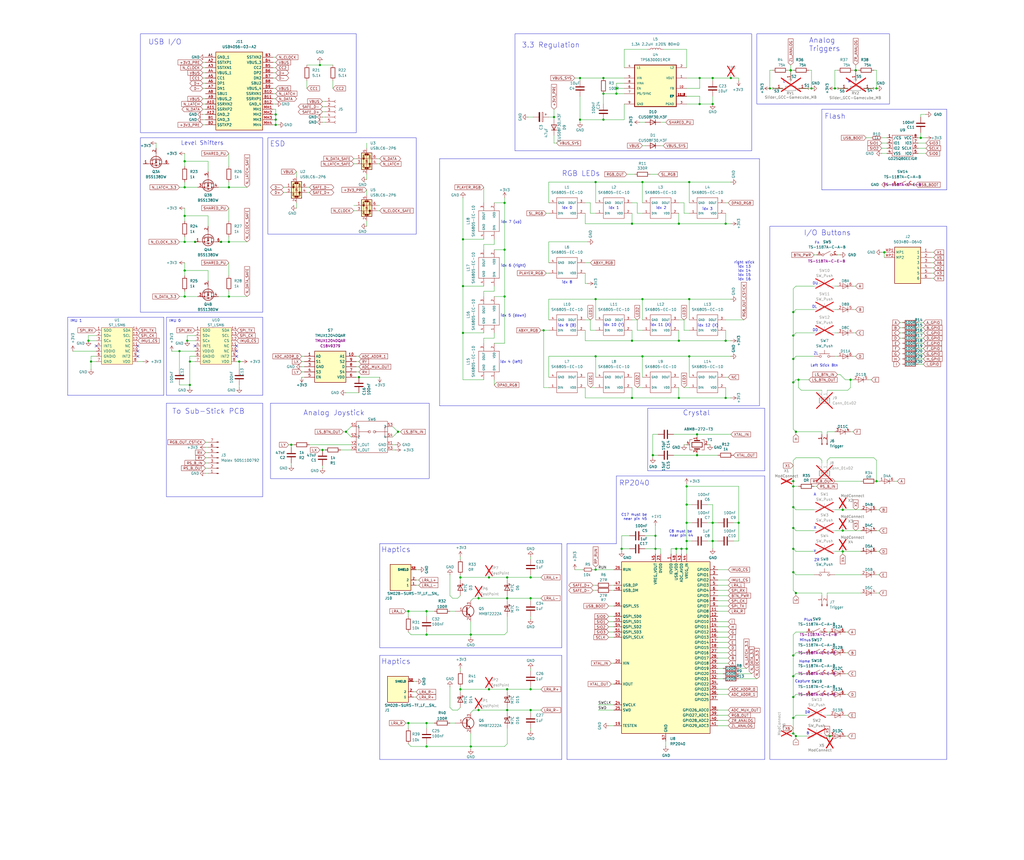
<source format=kicad_sch>
(kicad_sch (version 20250114) (generator "eeschema") (generator_version "9.0")
  (paper "User" 500 420)
  (title_block (title "GC Ultimate R4K") (date "2024-09-24") (company "Hand Held Legend, LLC"))
  (rectangle (start 375.92 110.49) (end 462.28 370.84))
  (rectangle (start 251.46 16.51) (end 367.03 73.66))
  (rectangle (start 369.57 16.51) (end 434.34 50.8))
  (rectangle (start 68.58 16.51) (end 173.99 64.77))
  (rectangle (start 81.28 196.85) (end 128.27 242.57))
  (rectangle (start 132.08 196.85) (end 209.55 233.68))
  (text "A" (at 397.256 242.316 0) (effects (font (size 1.27 1.27)) (justify left bottom)))
  (text "idx 1" (at 299.72 101.6 0) (effects (font (size 1.27 1.27))))
  (text "DL" (at 396.494 150.622 0) (effects (font (size 1.27 1.27)) (justify left bottom)))
  (text "Left Stick Btn" (at 395.732 179.324 0) (effects (font (size 1.27 1.27)) (justify left bottom)))
  (text "To Sub-Stick PCB" (at 84.074 202.438 0) (effects (font (size 2.54 2.54)) (justify left bottom)))
  (text "C8 must be \nnear pin 44" (at 332.74 260.604 0) (effects (font (size 1.27 1.27))))
  (text "Minus" (at 390.398 313.436 0) (effects (font (size 1.27 1.27)) (justify left bottom)))
  (text "DU" (at 396.748 139.192 0) (effects (font (size 1.27 1.27)) (justify left bottom)))
  (text "RP2040" (at 302.26 237.49 0) (effects (font (size 2.54 2.54)) (justify left bottom)))
  (text "Crystal" (at 333.375 203.2 0) (effects (font (size 2.54 2.54)) (justify left bottom)))
  (text "RGB LEDs" (at 274.32 86.36 0) (effects (font (size 2.54 2.54)) (justify left bottom)))
  (text "idx 12 (X)" (at 345.694 159.004 0) (effects (font (size 1.27 1.27))))
  (text "USB I/O" (at 72.39 22.098 0) (effects (font (size 2.54 2.54)) (justify left bottom)))
  (text "idx 8" (at 276.86 137.922 0) (effects (font (size 1.27 1.27))))
  (text "idx 10 (Y)" (at 299.72 158.75 0) (effects (font (size 1.27 1.27))))
  (text "idx 9 (B)" (at 276.86 159.004 0) (effects (font (size 1.27 1.27))))
  (text "Fn" (at 397.764 119.38 0) (effects (font (size 1.27 1.27)) (justify left bottom)))
  (text "Plus" (at 392.43 303.53 0) (effects (font (size 1.27 1.27)) (justify left bottom)))
  (text "L" (at 382.27 40.64 0) (effects (font (size 1.27 1.27)) (justify left bottom)))
  (text "idx 0" (at 276.86 101.6 0) (effects (font (size 1.27 1.27))))
  (text "IMU 1" (at 34.29 157.48 0) (effects (font (size 1.27 1.27)) (justify left bottom)))
  (text "Analog Joystick" (at 148.082 203.2 0) (effects (font (size 2.54 2.54)) (justify left bottom)))
  (text "Haptics\n" (at 186.182 270.002 0) (effects (font (size 2.54 2.54)) (justify left bottom)))
  (text "Haptics\n" (at 186.182 324.612 0) (effects (font (size 2.54 2.54)) (justify left bottom)))
  (text "idx 2" (at 322.834 101.6 0) (effects (font (size 1.27 1.27))))
  (text "idx 4 (left)" (at 249.682 176.784 0) (effects (font (size 1.27 1.27))))
  (text "Flash" (at 402.59 58.42 0) (effects (font (size 2.54 2.54)) (justify left bottom)))
  (text "C17 must be \nnear pin 45" (at 310.134 252.476 0) (effects (font (size 1.27 1.27))))
  (text "B" (at 393.7 358.902 0) (effects (font (size 1.27 1.27)) (justify left bottom)))
  (text "ZR" (at 397.51 274.32 0) (effects (font (size 1.27 1.27)) (justify left bottom)))
  (text "right stick\nidx 13\nidx 14\nidx 15\nidx 16" (at 363.474 132.334 0) (effects (font (size 1.27 1.27))))
  (text "idx 11 (A)" (at 322.58 158.75 0) (effects (font (size 1.27 1.27))))
  (text "DD" (at 396.748 162.052 0) (effects (font (size 1.27 1.27)) (justify left bottom)))
  (text "DR" (at 392.938 348.742 0) (effects (font (size 1.27 1.27)) (justify left bottom)))
  (text "idx 3" (at 345.44 102.108 0) (effects (font (size 1.27 1.27))))
  (text "Y" (at 397.256 270.002 0) (effects (font (size 1.27 1.27)) (justify left bottom)))
  (text "idx 6 (right)" (at 250.698 129.794 0) (effects (font (size 1.27 1.27))))
  (text "3.3 Regulation" (at 254.762 23.622 0) (effects (font (size 2.54 2.54)) (justify left bottom)))
  (text "I/O Buttons" (at 392.43 115.316 0) (effects (font (size 2.54 2.54)) (justify left bottom)))
  (text "idx 5 (down)" (at 250.698 154.178 0) (effects (font (size 1.27 1.27))))
  (text "Analog\nTriggers" (at 394.97 25.4 0) (effects (font (size 2.54 2.54)) (justify left bottom)))
  (text "X" (at 397.256 258.572 0) (effects (font (size 1.27 1.27)) (justify left bottom)))
  (text "IMU 0" (at 82.55 157.48 0) (effects (font (size 1.27 1.27)) (justify left bottom)))
  (text "Capture" (at 388.112 333.502 0) (effects (font (size 1.27 1.27)) (justify left bottom)))
  (text "Home" (at 390.144 323.85 0) (effects (font (size 1.27 1.27)) (justify left bottom)))
  (text "idx 7 (up)" (at 249.682 108.458 0) (effects (font (size 1.27 1.27))))
  (text "ZL" (at 397.256 173.482 0) (effects (font (size 1.27 1.27)) (justify left bottom)))
  (text "R" (at 414.02 40.64 0) (effects (font (size 1.27 1.27)) (justify left bottom)))
  (text "Level Shifters\n" (at 109.22 71.12 0) (effects (font (size 2.0066 2.0066)) (justify right bottom)))
  (text "ESD" (at 131.826 71.882 0) (effects (font (size 2.54 2.54)) (justify left bottom)))
  (junction (at 389.89 185.42))
  (junction (at 43.18 166.37))
  (junction (at 226.06 162.56))
  (junction (at 247.65 281.94))
  (junction (at 90.17 144.78))
  (junction (at 354.33 166.37))
  (junction (at 335.28 264.16))
  (junction (at 388.62 359.41))
  (junction (at 90.17 105.41))
  (junction (at 417.83 34.29))
  (junction (at 246.38 144.78))
  (junction (at 313.69 88.9))
  (junction (at 387.35 234.95))
  (junction (at 335.28 237.49))
  (junction (at 259.08 336.55))
  (junction (at 387.35 340.36))
  (junction (at 313.69 173.99))
  (junction (at 90.17 91.44))
  (junction (at 427.99 234.95))
  (junction (at 246.38 121.92))
  (junction (at 387.35 247.65))
  (junction (at 283.21 38.1))
  (junction (at 199.39 353.06))
  (junction (at 387.35 279.4))
  (junction (at 90.17 78.74))
  (junction (at 354.33 194.31))
  (junction (at 335.28 246.38))
  (junction (at 332.74 267.97))
  (junction (at 356.87 38.1))
  (junction (at 44.45 176.53))
  (junction (at 111.76 91.44))
  (junction (at 375.92 43.18))
  (junction (at 347.98 255.27))
  (junction (at 290.83 278.13))
  (junction (at 449.58 67.31))
  (junction (at 294.64 38.1))
  (junction (at 107.95 118.11))
  (junction (at 246.38 99.06))
  (junction (at 91.44 166.37))
  (junction (at 411.48 248.92))
  (junction (at 340.36 212.09))
  (junction (at 92.71 176.53))
  (junction (at 427.99 43.18))
  (junction (at 387.35 175.26))
  (junction (at 208.28 309.88))
  (junction (at 335.28 255.27))
  (junction (at 229.87 364.49))
  (junction (at 313.69 146.05))
  (junction (at 340.36 222.25))
  (junction (at 308.61 109.22))
  (junction (at 92.71 187.96))
  (junction (at 283.21 58.42))
  (junction (at 199.39 298.45))
  (junction (at 341.63 38.1))
  (junction (at 388.62 210.82))
  (junction (at 411.48 269.24))
  (junction (at 330.2 267.97))
  (junction (at 300.99 43.18))
  (junction (at 388.62 289.56))
  (junction (at 175.26 184.15))
  (junction (at 259.08 346.71))
  (junction (at 142.24 217.17))
  (junction (at 270.51 57.15))
  (junction (at 335.28 267.97))
  (junction (at 347.98 50.8))
  (junction (at 396.24 43.18))
  (junction (at 290.83 173.99))
  (junction (at 233.68 292.1))
  (junction (at 318.77 222.25))
  (junction (at 226.06 116.84))
  (junction (at 387.35 163.83))
  (junction (at 156.21 31.75))
  (junction (at 95.25 118.11))
  (junction (at 387.35 237.49))
  (junction (at 308.61 194.31))
  (junction (at 415.29 185.42))
  (junction (at 294.64 58.42))
  (junction (at 387.35 358.14))
  (junction (at 320.04 261.62))
  (junction (at 336.55 88.9))
  (junction (at 336.55 146.05))
  (junction (at 259.08 292.1))
  (junction (at 290.83 88.9))
  (junction (at 208.28 298.45))
  (junction (at 405.13 359.41))
  (junction (at 259.08 281.94))
  (junction (at 431.8 123.19))
  (junction (at 90.17 118.11))
  (junction (at 111.76 144.78))
  (junction (at 308.61 166.37))
  (junction (at 294.64 45.72))
  (junction (at 347.98 264.16))
  (junction (at 347.98 38.1))
  (junction (at 116.84 176.53))
  (junction (at 303.53 267.97))
  (junction (at 134.62 55.88))
  (junction (at 208.28 353.06))
  (junction (at 331.47 194.31))
  (junction (at 387.35 257.81))
  (junction (at 331.47 109.22))
  (junction (at 354.33 109.22))
  (junction (at 387.35 330.2))
  (junction (at 134.62 60.96))
  (junction (at 247.65 346.71))
  (junction (at 331.47 166.37))
  (junction (at 387.35 186.69))
  (junction (at 238.76 336.55))
  (junction (at 226.06 139.7))
  (junction (at 265.43 161.29))
  (junction (at 157.48 219.71))
  (junction (at 247.65 336.55))
  (junction (at 238.76 281.94))
  (junction (at 168.91 210.82))
  (junction (at 320.04 267.97))
  (junction (at 387.35 267.97))
  (junction (at 386.08 34.29))
  (junction (at 224.79 281.94))
  (junction (at 233.68 346.71))
  (junction (at 87.63 171.45))
  (junction (at 90.17 132.08))
  (junction (at 111.76 118.11))
  (junction (at 387.35 152.4))
  (junction (at 194.31 210.82))
  (junction (at 208.28 364.49))
  (junction (at 407.67 43.18))
  (junction (at 341.63 50.8))
  (junction (at 336.55 173.99))
  (junction (at 411.48 259.08))
  (junction (at 387.35 350.52))
  (junction (at 300.99 45.72))
  (junction (at 360.68 255.27))
  (junction (at 290.83 146.05))
  (junction (at 247.65 292.1))
  (junction (at 229.87 309.88))
  (junction (at 224.79 336.55))
  (junction (at 387.35 320.04))
  (junction (at 134.62 58.42))
  (no_connect (at 95.25 168.91))
  (no_connect (at 67.31 173.99))
  (no_connect (at 46.99 168.91))
  (no_connect (at 115.57 168.91))
  (no_connect (at 67.31 171.45))
  (no_connect (at 67.31 168.91))
  (no_connect (at 115.57 171.45))
  (no_connect (at 115.57 173.99))
  (wire (pts (xy 360.68 326.39) (xy 364.49 326.39)))
  (wire (pts (xy 450.85 162.56) (xy 448.31 162.56)))
  (wire (pts (xy 226.06 162.56) (xy 236.22 162.56)))
  (wire (pts (xy 100.33 218.44) (xy 101.6 218.44)))
  (wire (pts (xy 397.51 124.46) (xy 398.78 124.46)))
  (wire (pts (xy 328.93 222.25) (xy 340.36 222.25)))
  (wire (pts (xy 335.28 264.16) (xy 337.82 264.16)))
  (wire (pts (xy 334.01 189.23) (xy 336.55 189.23)))
  (wire (pts (xy 175.26 184.15) (xy 173.99 184.15)))
  (wire (pts (xy 388.62 248.92) (xy 387.35 247.65)))
  (wire (pts (xy 96.52 91.44) (xy 90.17 91.44)))
  (wire (pts (xy 450.85 167.64) (xy 448.31 167.64)))
  (wire (pts (xy 388.62 359.41) (xy 393.7 359.41)))
  (wire (pts (xy 168.91 191.77) (xy 175.26 191.77)))
  (wire (pts (xy 391.16 190.5) (xy 401.32 190.5)))
  (wire (pts (xy 87.63 91.44) (xy 90.17 91.44)))
  (wire (pts (xy 350.52 306.07) (xy 355.6 306.07)))
  (wire (pts (xy 303.53 269.24) (xy 303.53 267.97)))
  (wire (pts (xy 247.65 345.44) (xy 247.65 346.71)))
  (wire (pts (xy 389.89 189.23) (xy 391.16 190.5)))
  (wire (pts (xy 336.55 173.99) (xy 336.55 184.15)))
  (wire (pts (xy 101.6 78.74) (xy 90.17 78.74)))
  (wire (pts (xy 283.21 58.42) (xy 294.64 58.42)))
  (wire (pts (xy 111.76 74.93) (xy 111.76 81.28)))
  (wire (pts (xy 388.62 259.08) (xy 387.35 257.81)))
  (wire (pts (xy 111.76 144.78) (xy 111.76 142.24)))
  (wire (pts (xy 336.55 146.05) (xy 336.55 156.21)))
  (wire (pts (xy 264.16 161.29) (xy 265.43 161.29)))
  (wire (pts (xy 388.62 185.42) (xy 387.35 186.69)))
  (wire (pts (xy 449.58 55.88) (xy 449.58 57.15)))
  (wire (pts (xy 414.02 308.61) (xy 412.75 308.61)))
  (wire (pts (xy 330.2 267.97) (xy 330.2 270.51)))
  (wire (pts (xy 345.44 246.38) (xy 347.98 246.38)))
  (wire (pts (xy 303.53 267.97) (xy 307.34 267.97)))
  (wire (pts (xy 300.99 45.72) (xy 300.99 43.18)))
  (wire (pts (xy 408.94 151.13) (xy 407.67 151.13)))
  (wire (pts (xy 147.32 181.61) (xy 148.59 181.61)))
  (wire (pts (xy 95.25 118.11) (xy 90.17 118.11)))
  (wire (pts (xy 115.57 176.53) (xy 116.84 176.53)))
  (wire (pts (xy 350.52 285.75) (xy 355.6 285.75)))
  (wire (pts (xy 360.68 331.47) (xy 369.57 331.47)))
  (polyline (pts (xy 462.28 92.71) (xy 401.32 92.71)))
  (wire (pts (xy 350.52 288.29) (xy 355.6 288.29)))
  (wire (pts (xy 450.85 175.26) (xy 448.31 175.26)))
  (wire (pts (xy 246.38 99.06) (xy 241.3 99.06)))
  (wire (pts (xy 445.77 90.17) (xy 447.04 90.17)))
  (polyline (pts (xy 185.42 320.04) (xy 274.32 320.04)))
  (wire (pts (xy 199.39 298.45) (xy 199.39 300.99)))
  (wire (pts (xy 157.48 49.53) (xy 158.75 49.53)))
  (wire (pts (xy 111.76 118.11) (xy 120.65 118.11)))
  (wire (pts (xy 91.44 163.83) (xy 91.44 166.37)))
  (wire (pts (xy 430.53 67.31) (xy 433.07 67.31)))
  (wire (pts (xy 311.15 161.29) (xy 313.69 161.29)))
  (wire (pts (xy 336.55 173.99) (xy 356.87 173.99)))
  (wire (pts (xy 246.38 144.78) (xy 241.3 144.78)))
  (wire (pts (xy 307.34 261.62) (xy 303.53 261.62)))
  (wire (pts (xy 350.52 295.91) (xy 355.6 295.91)))
  (wire (pts (xy 267.97 99.06) (xy 267.97 88.9)))
  (polyline (pts (xy 128.27 154.94) (xy 128.27 193.04)))
  (wire (pts (xy 388.62 162.56) (xy 387.35 163.83)))
  (wire (pts (xy 314.96 261.62) (xy 320.04 261.62)))
  (wire (pts (xy 246.38 167.64) (xy 241.3 167.64)))
  (wire (pts (xy 271.78 69.85) (xy 270.51 69.85)))
  (wire (pts (xy 294.64 58.42) (xy 304.8 58.42)))
  (wire (pts (xy 191.77 208.28) (xy 194.31 210.82)))
  (wire (pts (xy 330.2 267.97) (xy 332.74 267.97)))
  (wire (pts (xy 405.13 349.25) (xy 403.86 349.25)))
  (wire (pts (xy 323.85 24.13) (xy 335.28 24.13)))
  (wire (pts (xy 179.07 69.85) (xy 179.07 72.39)))
  (wire (pts (xy 265.43 189.23) (xy 267.97 189.23)))
  (wire (pts (xy 314.96 267.97) (xy 320.04 267.97)))
  (wire (pts (xy 387.35 140.97) (xy 388.62 139.7)))
  (wire (pts (xy 257.81 57.15) (xy 260.35 57.15)))
  (wire (pts (xy 417.83 34.29) (xy 419.1 34.29)))
  (wire (pts (xy 332.74 267.97) (xy 335.28 267.97)))
  (wire (pts (xy 247.65 363.22) (xy 246.38 364.49)))
  (wire (pts (xy 386.08 34.29) (xy 387.35 34.29)))
  (wire (pts (xy 388.62 210.82) (xy 387.35 209.55)))
  (wire (pts (xy 175.26 176.53) (xy 173.99 176.53)))
  (wire (pts (xy 224.79 280.67) (xy 224.79 281.94)))
  (wire (pts (xy 455.93 135.89) (xy 454.66 135.89)))
  (wire (pts (xy 314.96 59.69) (xy 312.42 59.69)))
  (wire (pts (xy 388.62 359.41) (xy 388.62 360.68)))
  (wire (pts (xy 412.75 185.42) (xy 415.29 185.42)))
  (wire (pts (xy 350.52 328.93) (xy 353.06 328.93)))
  (wire (pts (xy 350.52 339.09) (xy 355.6 339.09)))
  (wire (pts (xy 116.84 187.96) (xy 116.84 189.23)))
  (polyline (pts (xy 370.84 77.47) (xy 370.84 198.12)))
  (wire (pts (xy 408.94 124.46) (xy 410.21 124.46)))
  (wire (pts (xy 360.68 255.27) (xy 360.68 264.16)))
  (wire (pts (xy 335.28 50.8) (xy 341.63 50.8)))
  (wire (pts (xy 172.72 80.01) (xy 173.99 80.01)))
  (wire (pts (xy 229.87 309.88) (xy 246.38 309.88)))
  (wire (pts (xy 407.67 234.95) (xy 420.37 234.95)))
  (wire (pts (xy 388.62 151.13) (xy 387.35 152.4)))
  (wire (pts (xy 208.28 308.61) (xy 208.28 309.88)))
  (wire (pts (xy 403.86 210.82) (xy 407.67 210.82)))
  (polyline (pts (xy 274.32 265.43) (xy 274.32 316.23)))
  (polyline (pts (xy 128.27 193.04) (xy 81.28 193.04)))
  (wire (pts (xy 219.71 353.06) (xy 222.25 353.06)))
  (wire (pts (xy 288.29 156.21) (xy 288.29 161.29)))
  (polyline (pts (xy 276.86 265.43) (xy 300.99 265.43)))
  (wire (pts (xy 450.85 170.18) (xy 448.31 170.18)))
  (wire (pts (xy 111.76 118.11) (xy 111.76 115.57)))
  (wire (pts (xy 229.87 364.49) (xy 229.87 365.76)))
  (wire (pts (xy 99.06 40.64) (xy 100.33 40.64)))
  (polyline (pts (xy 81.28 154.94) (xy 81.28 193.04)))
  (wire (pts (xy 224.79 336.55) (xy 238.76 336.55)))
  (wire (pts (xy 297.18 311.15) (xy 299.72 311.15)))
  (wire (pts (xy 285.75 109.22) (xy 285.75 104.14)))
  (wire (pts (xy 229.87 293.37) (xy 231.14 292.1)))
  (wire (pts (xy 421.64 43.18) (xy 427.99 43.18)))
  (wire (pts (xy 386.08 34.29) (xy 384.81 34.29)))
  (wire (pts (xy 350.52 331.47) (xy 353.06 331.47)))
  (wire (pts (xy 259.08 346.71) (xy 259.08 347.98)))
  (wire (pts (xy 427.99 43.18) (xy 427.99 34.29)))
  (wire (pts (xy 387.35 186.69) (xy 387.35 175.26)))
  (wire (pts (xy 219.71 335.28) (xy 219.71 345.44)))
  (wire (pts (xy 172.72 100.33) (xy 173.99 100.33)))
  (wire (pts (xy 229.87 358.14) (xy 229.87 364.49)))
  (wire (pts (xy 387.35 237.49) (xy 387.35 247.65)))
  (wire (pts (xy 375.92 34.29) (xy 377.19 34.29)))
  (wire (pts (xy 157.48 54.61) (xy 158.75 54.61)))
  (wire (pts (xy 87.63 180.34) (xy 87.63 171.45)))
  (wire (pts (xy 396.24 34.29) (xy 394.97 34.29)))
  (wire (pts (xy 106.68 91.44) (xy 111.76 91.44)))
  (wire (pts (xy 134.62 45.72) (xy 133.35 45.72)))
  (wire (pts (xy 91.44 166.37) (xy 95.25 166.37)))
  (wire (pts (xy 283.21 59.69) (xy 283.21 58.42)))
  (wire (pts (xy 448.31 69.85) (xy 452.12 69.85)))
  (wire (pts (xy 247.65 336.55) (xy 259.08 336.55)))
  (wire (pts (xy 411.48 269.24) (xy 420.37 269.24)))
  (wire (pts (xy 134.62 35.56) (xy 133.35 35.56)))
  (wire (pts (xy 448.31 74.93) (xy 452.12 74.93)))
  (wire (pts (xy 247.65 300.99) (xy 247.65 308.61)))
  (wire (pts (xy 90.17 78.74) (xy 90.17 81.28)))
  (polyline (pts (xy 373.38 232.41) (xy 300.99 232.41)))
  (wire (pts (xy 179.07 87.63) (xy 179.07 85.09)))
  (wire (pts (xy 306.07 85.09) (xy 309.88 85.09)))
  (wire (pts (xy 107.95 118.11) (xy 111.76 118.11)))
  (wire (pts (xy 156.21 31.75) (xy 156.21 30.48)))
  (wire (pts (xy 417.83 139.7) (xy 416.56 139.7)))
  (wire (pts (xy 143.51 217.17) (xy 142.24 217.17)))
  (wire (pts (xy 100.33 215.9) (xy 101.6 215.9)))
  (wire (pts (xy 90.17 128.27) (xy 90.17 132.08)))
  (wire (pts (xy 388.62 269.24) (xy 387.35 267.97)))
  (wire (pts (xy 201.93 337.82) (xy 203.2 337.82)))
  (wire (pts (xy 401.32 210.82) (xy 401.32 212.09)))
  (wire (pts (xy 335.28 236.22) (xy 335.28 237.49)))
  (wire (pts (xy 417.83 173.99) (xy 416.56 173.99)))
  (wire (pts (xy 340.36 220.98) (xy 340.36 222.25)))
  (wire (pts (xy 347.98 255.27) (xy 347.98 264.16)))
  (wire (pts (xy 288.29 161.29) (xy 290.83 161.29)))
  (wire (pts (xy 92.71 173.99) (xy 92.71 176.53)))
  (wire (pts (xy 403.86 289.56) (xy 403.86 290.83)))
  (polyline (pts (xy 274.32 316.23) (xy 185.42 316.23)))
  (wire (pts (xy 167.64 210.82) (xy 168.91 210.82)))
  (polyline (pts (xy 203.2 114.3) (xy 203.2 67.31)))
  (wire (pts (xy 407.67 280.67) (xy 420.37 280.67)))
  (wire (pts (xy 416.56 185.42) (xy 415.29 185.42)))
  (wire (pts (xy 111.76 128.27) (xy 111.76 134.62)))
  (wire (pts (xy 99.06 50.8) (xy 100.33 50.8)))
  (wire (pts (xy 172.72 102.87) (xy 173.99 102.87)))
  (wire (pts (xy 259.08 271.78) (xy 259.08 273.05)))
  (wire (pts (xy 208.28 353.06) (xy 212.09 353.06)))
  (wire (pts (xy 448.31 72.39) (xy 452.12 72.39)))
  (wire (pts (xy 350.52 311.15) (xy 355.6 311.15)))
  (wire (pts (xy 425.45 185.42) (xy 424.18 185.42)))
  (wire (pts (xy 285.75 156.21) (xy 288.29 156.21)))
  (wire (pts (xy 350.52 351.79) (xy 355.6 351.79)))
  (wire (pts (xy 350.52 278.13) (xy 355.6 278.13)))
  (polyline (pts (xy 373.38 228.6) (xy 373.38 229.87)))
  (wire (pts (xy 360.68 237.49) (xy 360.68 255.27)))
  (wire (pts (xy 204.47 278.13) (xy 203.2 278.13)))
  (polyline (pts (xy 316.23 199.39) (xy 316.23 229.87)))
  (wire (pts (xy 179.07 110.49) (xy 179.07 107.95)))
  (wire (pts (xy 157.48 59.69) (xy 158.75 59.69)))
  (wire (pts (xy 297.18 354.33) (xy 299.72 354.33)))
  (wire (pts (xy 297.18 308.61) (xy 299.72 308.61)))
  (wire (pts (xy 387.35 247.65) (xy 387.35 257.81)))
  (wire (pts (xy 311.15 99.06) (xy 311.15 104.14)))
  (wire (pts (xy 92.71 176.53) (xy 95.25 176.53)))
  (wire (pts (xy 313.69 146.05) (xy 336.55 146.05)))
  (wire (pts (xy 289.56 278.13) (xy 290.83 278.13)))
  (wire (pts (xy 427.99 289.56) (xy 429.26 289.56)))
  (wire (pts (xy 157.48 219.71) (xy 156.21 219.71)))
  (wire (pts (xy 320.04 256.54) (xy 320.04 261.62)))
  (wire (pts (xy 389.89 185.42) (xy 389.89 189.23)))
  (wire (pts (xy 299.72 344.17) (xy 292.1 344.17)))
  (wire (pts (xy 43.18 166.37) (xy 46.99 166.37)))
  (wire (pts (xy 336.55 88.9) (xy 356.87 88.9)))
  (wire (pts (xy 335.28 264.16) (xy 335.28 267.97)))
  (wire (pts (xy 356.87 38.1) (xy 360.68 38.1)))
  (wire (pts (xy 335.28 255.27) (xy 335.28 264.16)))
  (wire (pts (xy 290.83 173.99) (xy 313.69 173.99)))
  (wire (pts (xy 236.22 165.1) (xy 241.3 165.1)))
  (wire (pts (xy 76.2 69.85) (xy 76.2 72.39)))
  (wire (pts (xy 285.75 138.43) (xy 285.75 133.35)))
  (wire (pts (xy 360.68 328.93) (xy 367.03 328.93)))
  (wire (pts (xy 44.45 176.53) (xy 44.45 180.34)))
  (wire (pts (xy 327.66 267.97) (xy 330.2 267.97)))
  (wire (pts (xy 67.31 176.53) (xy 69.85 176.53)))
  (wire (pts (xy 318.77 222.25) (xy 318.77 223.52)))
  (wire (pts (xy 229.87 309.88) (xy 229.87 311.15)))
  (wire (pts (xy 455.93 130.81) (xy 454.66 130.81)))
  (wire (pts (xy 96.52 144.78) (xy 90.17 144.78)))
  (wire (pts (xy 166.37 219.71) (xy 171.45 219.71)))
  (wire (pts (xy 386.08 31.75) (xy 386.08 34.29)))
  (wire (pts (xy 388.62 328.93) (xy 387.35 330.2)))
  (wire (pts (xy 320.04 261.62) (xy 320.04 267.97)))
  (wire (pts (xy 427.99 269.24) (xy 429.26 269.24)))
  (wire (pts (xy 204.47 283.21) (xy 203.2 283.21)))
  (wire (pts (xy 134.62 48.26) (xy 133.35 48.26)))
  (wire (pts (xy 417.83 34.29) (xy 416.56 34.29)))
  (wire (pts (xy 350.52 308.61) (xy 355.6 308.61)))
  (wire (pts (xy 450.85 165.1) (xy 448.31 165.1)))
  (wire (pts (xy 99.06 60.96) (xy 100.33 60.96)))
  (wire (pts (xy 408.94 182.88) (xy 410.21 182.88)))
  (wire (pts (xy 224.79 271.78) (xy 224.79 273.05)))
  (wire (pts (xy 397.51 151.13) (xy 388.62 151.13)))
  (wire (pts (xy 231.14 346.71) (xy 233.68 346.71)))
  (wire (pts (xy 116.84 176.53) (xy 118.11 176.53)))
  (polyline (pts (xy 185.42 265.43) (xy 274.32 265.43)))
  (wire (pts (xy 172.72 77.47) (xy 173.99 77.47)))
  (polyline (pts (xy 130.81 114.3) (xy 203.2 114.3)))
  (wire (pts (xy 387.35 237.49) (xy 389.89 237.49)))
  (wire (pts (xy 151.13 91.44) (xy 149.86 91.44)))
  (wire (pts (xy 194.31 210.82) (xy 195.58 210.82)))
  (wire (pts (xy 387.35 358.14) (xy 388.62 359.41)))
  (wire (pts (xy 185.42 184.15) (xy 175.26 184.15)))
  (wire (pts (xy 427.99 224.79) (xy 427.99 234.95)))
  (wire (pts (xy 283.21 38.1) (xy 294.64 38.1)))
  (wire (pts (xy 323.85 71.12) (xy 322.58 71.12)))
  (wire (pts (xy 259.08 292.1) (xy 259.08 293.37)))
  (wire (pts (xy 294.64 38.1) (xy 304.8 38.1)))
  (wire (pts (xy 347.98 38.1) (xy 347.98 39.37)))
  (wire (pts (xy 396.24 43.18) (xy 389.89 43.18)))
  (wire (pts (xy 267.97 118.11) (xy 287.02 118.11)))
  (wire (pts (xy 311.15 189.23) (xy 313.69 189.23)))
  (wire (pts (xy 388.62 223.52) (xy 387.35 224.79)))
  (wire (pts (xy 397.51 162.56) (xy 388.62 162.56)))
  (wire (pts (xy 265.43 161.29) (xy 267.97 161.29)))
  (wire (pts (xy 331.47 166.37) (xy 331.47 161.29)))
  (wire (pts (xy 259.08 292.1) (xy 264.16 292.1)))
  (wire (pts (xy 208.28 298.45) (xy 208.28 300.99)))
  (wire (pts (xy 308.61 156.21) (xy 311.15 156.21)))
  (wire (pts (xy 208.28 353.06) (xy 208.28 355.6)))
  (wire (pts (xy 430.53 69.85) (xy 433.07 69.85)))
  (wire (pts (xy 157.48 57.15) (xy 158.75 57.15)))
  (wire (pts (xy 99.06 53.34) (xy 100.33 53.34)))
  (polyline (pts (xy 185.42 283.21) (xy 185.42 316.23)))
  (wire (pts (xy 101.6 137.16) (xy 101.6 132.08)))
  (wire (pts (xy 414.02 318.77) (xy 412.75 318.77)))
  (wire (pts (xy 151.13 217.17) (xy 171.45 217.17)))
  (wire (pts (xy 426.72 223.52) (xy 427.99 224.79)))
  (wire (pts (xy 151.13 93.98) (xy 149.86 93.98)))
  (polyline (pts (xy 274.32 370.84) (xy 185.42 370.84)))
  (wire (pts (xy 87.63 118.11) (xy 90.17 118.11)))
  (wire (pts (xy 290.83 276.86) (xy 290.83 278.13)))
  (wire (pts (xy 350.52 346.71) (xy 355.6 346.71)))
  (wire (pts (xy 290.83 173.99) (xy 290.83 184.15)))
  (wire (pts (xy 138.43 93.98) (xy 139.7 93.98)))
  (wire (pts (xy 360.68 264.16) (xy 358.14 264.16)))
  (wire (pts (xy 259.08 280.67) (xy 259.08 281.94)))
  (wire (pts (xy 350.52 303.53) (xy 355.6 303.53)))
  (wire (pts (xy 417.83 31.75) (xy 417.83 34.29)))
  (wire (pts (xy 134.62 43.18) (xy 133.35 43.18)))
  (wire (pts (xy 297.18 303.53) (xy 299.72 303.53)))
  (wire (pts (xy 259.08 326.39) (xy 259.08 327.66)))
  (wire (pts (xy 407.67 34.29) (xy 408.94 34.29)))
  (wire (pts (xy 350.52 336.55) (xy 355.6 336.55)))
  (wire (pts (xy 100.33 226.06) (xy 101.6 226.06)))
  (wire (pts (xy 387.35 340.36) (xy 387.35 350.52)))
  (wire (pts (xy 335.28 255.27) (xy 337.82 255.27)))
  (wire (pts (xy 99.06 58.42) (xy 100.33 58.42)))
  (wire (pts (xy 288.29 189.23) (xy 290.83 189.23)))
  (wire (pts (xy 247.65 346.71) (xy 247.65 347.98)))
  (wire (pts (xy 354.33 109.22) (xy 354.33 104.14)))
  (wire (pts (xy 397.51 269.24) (xy 388.62 269.24)))
  (wire (pts (xy 336.55 88.9) (xy 336.55 99.06)))
  (wire (pts (xy 231.14 292.1) (xy 233.68 292.1)))
  (wire (pts (xy 411.48 259.08) (xy 407.67 259.08)))
  (wire (pts (xy 439.42 162.56) (xy 440.69 162.56)))
  (wire (pts (xy 111.76 91.44) (xy 120.65 91.44)))
  (wire (pts (xy 410.21 182.88) (xy 412.75 185.42)))
  (wire (pts (xy 354.33 184.15) (xy 355.6 184.15)))
  (wire (pts (xy 331.47 194.31) (xy 308.61 194.31)))
  (polyline (pts (xy 462.28 53.34) (xy 462.28 92.71)))
  (wire (pts (xy 147.32 184.15) (xy 148.59 184.15)))
  (wire (pts (xy 134.62 38.1) (xy 133.35 38.1)))
  (wire (pts (xy 294.64 45.72) (xy 294.64 50.8)))
  (wire (pts (xy 405.13 359.41) (xy 403.86 359.41)))
  (wire (pts (xy 356.87 166.37) (xy 354.33 166.37)))
  (wire (pts (xy 405.13 328.93) (xy 403.86 328.93)))
  (wire (pts (xy 185.42 100.33) (xy 184.15 100.33)))
  (wire (pts (xy 332.74 267.97) (xy 332.74 270.51)))
  (wire (pts (xy 35.56 171.45) (xy 46.99 171.45)))
  (wire (pts (xy 92.71 189.23) (xy 92.71 187.96)))
  (wire (pts (xy 199.39 353.06) (xy 199.39 355.6)))
  (wire (pts (xy 327.66 270.51) (xy 327.66 267.97)))
  (wire (pts (xy 440.69 165.1) (xy 439.42 165.1)))
  (polyline (pts (xy 68.58 67.31) (xy 68.58 152.4)))
  (wire (pts (xy 162.56 39.37) (xy 162.56 43.18)))
  (wire (pts (xy 449.58 64.77) (xy 449.58 67.31)))
  (wire (pts (xy 431.8 123.19) (xy 430.53 123.19)))
  (wire (pts (xy 388.62 280.67) (xy 387.35 279.4)))
  (wire (pts (xy 308.61 166.37) (xy 308.61 161.29)))
  (wire (pts (xy 90.17 74.93) (xy 90.17 78.74)))
  (wire (pts (xy 387.35 309.88) (xy 387.35 320.04)))
  (wire (pts (xy 439.42 157.48) (xy 440.69 157.48)))
  (wire (pts (xy 401.32 289.56) (xy 401.32 290.83)))
  (wire (pts (xy 321.31 212.09) (xy 318.77 212.09)))
  (wire (pts (xy 267.97 57.15) (xy 270.51 57.15)))
  (wire (pts (xy 393.7 308.61) (xy 388.62 308.61)))
  (wire (pts (xy 397.51 248.92) (xy 388.62 248.92)))
  (wire (pts (xy 191.77 213.36) (xy 194.31 210.82)))
  (wire (pts (xy 405.13 318.77) (xy 403.86 318.77)))
  (wire (pts (xy 387.35 257.81) (xy 387.35 267.97)))
  (wire (pts (xy 397.51 173.99) (xy 388.62 173.99)))
  (wire (pts (xy 99.06 33.02) (xy 100.33 33.02)))
  (wire (pts (xy 308.61 194.31) (xy 308.61 189.23)))
  (wire (pts (xy 134.62 55.88) (xy 134.62 58.42)))
  (wire (pts (xy 354.33 194.31) (xy 354.33 189.23)))
  (wire (pts (xy 185.42 77.47) (xy 184.15 77.47)))
  (wire (pts (xy 241.3 165.1) (xy 241.3 162.56)))
  (wire (pts (xy 340.36 213.36) (xy 340.36 212.09)))
  (wire (pts (xy 224.79 281.94) (xy 238.76 281.94)))
  (wire (pts (xy 100.33 220.98) (xy 101.6 220.98)))
  (wire (pts (xy 259.08 281.94) (xy 264.16 281.94)))
  (wire (pts (xy 191.77 219.71) (xy 193.04 219.71)))
  (wire (pts (xy 388.62 308.61) (xy 387.35 309.88)))
  (wire (pts (xy 313.69 88.9) (xy 336.55 88.9)))
  (polyline (pts (xy 128.27 67.31) (xy 128.27 152.4)))
  (wire (pts (xy 220.98 292.1) (xy 219.71 290.83)))
  (wire (pts (xy 236.22 167.64) (xy 236.22 165.1)))
  (wire (pts (xy 354.33 156.21) (xy 363.22 156.21)))
  (wire (pts (xy 335.28 237.49) (xy 335.28 246.38)))
  (wire (pts (xy 325.12 361.95) (xy 325.12 364.49)))
  (wire (pts (xy 308.61 109.22) (xy 308.61 104.14)))
  (wire (pts (xy 354.33 109.22) (xy 331.47 109.22)))
  (wire (pts (xy 304.8 45.72) (xy 300.99 45.72)))
  (wire (pts (xy 236.22 121.92) (xy 236.22 119.38)))
  (wire (pts (xy 449.58 55.88) (xy 452.12 55.88)))
  (wire (pts (xy 347.98 38.1) (xy 356.87 38.1)))
  (wire (pts (xy 280.67 38.1) (xy 283.21 38.1)))
  (wire (pts (xy 388.62 349.25) (xy 387.35 350.52)))
  (wire (pts (xy 283.21 39.37) (xy 283.21 38.1)))
  (wire (pts (xy 313.69 173.99) (xy 313.69 184.15)))
  (wire (pts (xy 308.61 194.31) (xy 285.75 194.31)))
  (wire (pts (xy 229.87 303.53) (xy 229.87 309.88)))
  (wire (pts (xy 90.17 105.41) (xy 90.17 107.95)))
  (wire (pts (xy 90.17 118.11) (xy 90.17 115.57)))
  (wire (pts (xy 313.69 173.99) (xy 336.55 173.99)))
  (wire (pts (xy 290.83 288.29) (xy 289.56 288.29)))
  (wire (pts (xy 246.38 99.06) (xy 246.38 121.92)))
  (wire (pts (xy 335.28 246.38) (xy 335.28 255.27)))
  (wire (pts (xy 388.62 210.82) (xy 388.62 212.09)))
  (wire (pts (xy 299.72 285.75) (xy 298.45 285.75)))
  (wire (pts (xy 335.28 38.1) (xy 341.63 38.1)))
  (wire (pts (xy 236.22 185.42) (xy 226.06 185.42)))
  (wire (pts (xy 299.72 288.29) (xy 298.45 288.29)))
  (wire (pts (xy 204.47 285.75) (xy 203.2 285.75)))
  (wire (pts (xy 407.67 162.56) (xy 408.94 162.56)))
  (wire (pts (xy 414.02 190.5) (xy 415.29 189.23)))
  (wire (pts (xy 388.62 289.56) (xy 387.35 288.29)))
  (wire (pts (xy 455.93 133.35) (xy 454.66 133.35)))
  (wire (pts (xy 208.28 309.88) (xy 229.87 309.88)))
  (wire (pts (xy 171.45 213.36) (xy 168.91 210.82)))
  (wire (pts (xy 341.63 43.18) (xy 341.63 38.1)))
  (wire (pts (xy 347.98 246.38) (xy 347.98 255.27)))
  (wire (pts (xy 236.22 144.78) (xy 236.22 142.24)))
  (wire (pts (xy 259.08 355.6) (xy 259.08 356.87)))
  (wire (pts (xy 220.98 292.1) (xy 223.52 292.1)))
  (wire (pts (xy 340.36 212.09) (xy 356.87 212.09)))
  (wire (pts (xy 185.42 102.87) (xy 184.15 102.87)))
  (wire (pts (xy 336.55 146.05) (xy 356.87 146.05)))
  (wire (pts (xy 147.32 173.99) (xy 148.59 173.99)))
  (wire (pts (xy 388.62 173.99) (xy 387.35 175.26)))
  (wire (pts (xy 246.38 96.52) (xy 246.38 99.06)))
  (wire (pts (xy 267.97 146.05) (xy 290.83 146.05)))
  (wire (pts (xy 285.75 138.43) (xy 287.02 138.43)))
  (wire (pts (xy 101.6 132.08) (xy 90.17 132.08)))
  (wire (pts (xy 320.04 267.97) (xy 322.58 267.97)))
  (wire (pts (xy 313.69 88.9) (xy 313.69 99.06)))
  (wire (pts (xy 350.52 298.45) (xy 355.6 298.45)))
  (polyline (pts (xy 353.06 229.87) (xy 373.38 229.87)))
  (wire (pts (xy 454.66 128.27) (xy 455.93 128.27)))
  (wire (pts (xy 247.65 281.94) (xy 247.65 283.21)))
  (wire (pts (xy 285.75 166.37) (xy 285.75 161.29)))
  (wire (pts (xy 142.24 226.06) (xy 142.24 227.33)))
  (wire (pts (xy 199.39 363.22) (xy 200.66 364.49)))
  (wire (pts (xy 106.68 144.78) (xy 111.76 144.78)))
  (wire (pts (xy 285.75 128.27) (xy 288.29 128.27)))
  (wire (pts (xy 350.52 321.31) (xy 355.6 321.31)))
  (wire (pts (xy 267.97 156.21) (xy 267.97 146.05)))
  (wire (pts (xy 387.35 279.4) (xy 387.35 288.29)))
  (polyline (pts (xy 316.23 199.39) (xy 373.38 199.39)))
  (wire (pts (xy 335.28 43.18) (xy 341.63 43.18)))
  (wire (pts (xy 199.39 353.06) (xy 208.28 353.06)))
  (wire (pts (xy 403.86 210.82) (xy 403.86 212.09)))
  (wire (pts (xy 157.48 228.6) (xy 157.48 227.33)))
  (wire (pts (xy 414.02 339.09) (xy 412.75 339.09)))
  (wire (pts (xy 241.3 119.38) (xy 241.3 116.84)))
  (wire (pts (xy 403.86 289.56) (xy 420.37 289.56)))
  (wire (pts (xy 350.52 318.77) (xy 355.6 318.77)))
  (wire (pts (xy 407.67 269.24) (xy 411.48 269.24)))
  (wire (pts (xy 134.62 53.34) (xy 134.62 55.88)))
  (wire (pts (xy 350.52 354.33) (xy 355.6 354.33)))
  (wire (pts (xy 405.13 223.52) (xy 403.86 224.79)))
  (wire (pts (xy 220.98 346.71) (xy 219.71 345.44)))
  (wire (pts (xy 147.32 179.07) (xy 148.59 179.07)))
  (wire (pts (xy 100.33 231.14) (xy 101.6 231.14)))
  (wire (pts (xy 304.8 24.13) (xy 316.23 24.13)))
  (wire (pts (xy 224.79 335.28) (xy 224.79 336.55)))
  (polyline (pts (xy 81.28 154.94) (xy 128.27 154.94)))
  (wire (pts (xy 224.79 281.94) (xy 224.79 283.21)))
  (wire (pts (xy 304.8 33.02) (xy 304.8 24.13)))
  (wire (pts (xy 297.18 306.07) (xy 299.72 306.07)))
  (wire (pts (xy 414.02 328.93) (xy 412.75 328.93)))
  (wire (pts (xy 397.51 237.49) (xy 398.78 237.49)))
  (wire (pts (xy 311.15 156.21) (xy 311.15 161.29)))
  (wire (pts (xy 219.71 280.67) (xy 219.71 290.83)))
  (wire (pts (xy 334.01 161.29) (xy 336.55 161.29)))
  (wire (pts (xy 111.76 101.6) (xy 111.76 107.95)))
  (wire (pts (xy 387.35 152.4) (xy 387.35 140.97)))
  (wire (pts (xy 106.68 118.11) (xy 107.95 118.11)))
  (wire (pts (xy 290.83 146.05) (xy 290.83 156.21)))
  (wire (pts (xy 266.7 104.14) (xy 267.97 104.14)))
  (wire (pts (xy 247.65 290.83) (xy 247.65 292.1)))
  (wire (pts (xy 283.21 46.99) (xy 283.21 58.42)))
  (wire (pts (xy 388.62 318.77) (xy 387.35 320.04)))
  (wire (pts (xy 350.52 323.85) (xy 355.6 323.85)))
  (wire (pts (xy 448.31 67.31) (xy 449.58 67.31)))
  (wire (pts (xy 313.69 146.05) (xy 313.69 156.21)))
  (wire (pts (xy 439.42 160.02) (xy 440.69 160.02)))
  (wire (pts (xy 270.51 57.15) (xy 270.51 58.42)))
  (wire (pts (xy 208.28 298.45) (xy 212.09 298.45)))
  (wire (pts (xy 100.33 223.52) (xy 101.6 223.52)))
  (polyline (pts (xy 33.02 154.94) (xy 80.01 154.94)))
  (wire (pts (xy 156.21 31.75) (xy 162.56 31.75)))
  (wire (pts (xy 144.78 101.6) (xy 144.78 99.06)))
  (wire (pts (xy 405.13 339.09) (xy 403.86 339.09)))
  (wire (pts (xy 393.7 328.93) (xy 388.62 328.93)))
  (wire (pts (xy 290.83 88.9) (xy 313.69 88.9)))
  (wire (pts (xy 200.66 309.88) (xy 208.28 309.88)))
  (wire (pts (xy 397.51 280.67) (xy 388.62 280.67)))
  (wire (pts (xy 360.68 38.1) (xy 360.68 39.37)))
  (wire (pts (xy 331.47 109.22) (xy 308.61 109.22)))
  (wire (pts (xy 267.97 173.99) (xy 290.83 173.99)))
  (polyline (pts (xy 128.27 152.4) (xy 68.58 152.4)))
  (wire (pts (xy 325.12 59.69) (xy 322.58 59.69)))
  (wire (pts (xy 100.33 228.6) (xy 101.6 228.6)))
  (wire (pts (xy 450.85 172.72) (xy 448.31 172.72)))
  (polyline (pts (xy 130.81 67.31) (xy 130.81 114.3)))
  (wire (pts (xy 199.39 308.61) (xy 200.66 309.88)))
  (wire (pts (xy 450.85 177.8) (xy 448.31 177.8)))
  (wire (pts (xy 416.56 210.82) (xy 415.29 210.82)))
  (wire (pts (xy 233.68 292.1) (xy 247.65 292.1)))
  (wire (pts (xy 147.32 176.53) (xy 148.59 176.53)))
  (wire (pts (xy 387.35 224.79) (xy 387.35 234.95)))
  (wire (pts (xy 328.93 212.09) (xy 340.36 212.09)))
  (wire (pts (xy 116.84 176.53) (xy 116.84 180.34)))
  (wire (pts (xy 335.28 46.99) (xy 341.63 46.99)))
  (wire (pts (xy 308.61 99.06) (xy 311.15 99.06)))
  (wire (pts (xy 320.04 267.97) (xy 320.04 270.51)))
  (wire (pts (xy 422.91 67.31) (xy 425.45 67.31)))
  (wire (pts (xy 92.71 173.99) (xy 95.25 173.99)))
  (wire (pts (xy 241.3 142.24) (xy 241.3 139.7)))
  (wire (pts (xy 99.06 30.48) (xy 100.33 30.48)))
  (wire (pts (xy 134.62 27.94) (xy 133.35 27.94)))
  (wire (pts (xy 331.47 194.31) (xy 331.47 189.23)))
  (wire (pts (xy 236.22 142.24) (xy 241.3 142.24)))
  (wire (pts (xy 44.45 173.99) (xy 44.45 176.53)))
  (wire (pts (xy 387.35 330.2) (xy 387.35 340.36)))
  (wire (pts (xy 331.47 99.06) (xy 334.01 99.06)))
  (wire (pts (xy 144.78 83.82) (xy 144.78 86.36)))
  (polyline (pts (xy 185.42 337.82) (xy 185.42 370.84)))
  (wire (pts (xy 191.77 217.17) (xy 193.04 217.17)))
  (wire (pts (xy 396.24 34.29) (xy 396.24 43.18)))
  (wire (pts (xy 347.98 255.27) (xy 350.52 255.27)))
  (wire (pts (xy 149.86 31.75) (xy 156.21 31.75)))
  (wire (pts (xy 387.35 350.52) (xy 387.35 358.14)))
  (wire (pts (xy 393.7 318.77) (xy 388.62 318.77)))
  (wire (pts (xy 354.33 99.06) (xy 355.6 99.06)))
  (wire (pts (xy 347.98 264.16) (xy 347.98 267.97)))
  (wire (pts (xy 304.8 43.18) (xy 300.99 43.18)))
  (wire (pts (xy 414.02 349.25) (xy 412.75 349.25)))
  (polyline (pts (xy 353.06 229.87) (xy 316.23 229.87)))
  (wire (pts (xy 417.83 162.56) (xy 416.56 162.56)))
  (wire (pts (xy 417.83 151.13) (xy 416.56 151.13)))
  (wire (pts (xy 198.12 298.45) (xy 199.39 298.45)))
  (wire (pts (xy 334.01 156.21) (xy 334.01 161.29)))
  (wire (pts (xy 267.97 128.27) (xy 267.97 118.11)))
  (wire (pts (xy 350.52 316.23) (xy 355.6 316.23)))
  (wire (pts (xy 408.94 139.7) (xy 407.67 139.7)))
  (wire (pts (xy 388.62 339.09) (xy 387.35 340.36)))
  (wire (pts (xy 340.36 222.25) (xy 350.52 222.25)))
  (wire (pts (xy 388.62 289.56) (xy 388.62 290.83)))
  (wire (pts (xy 414.02 359.41) (xy 412.75 359.41)))
  (wire (pts (xy 267.97 184.15) (xy 267.97 173.99)))
  (wire (pts (xy 134.62 50.8) (xy 133.35 50.8)))
  (wire (pts (xy 134.62 58.42) (xy 134.62 60.96)))
  (wire (pts (xy 208.28 363.22) (xy 208.28 364.49)))
  (wire (pts (xy 350.52 290.83) (xy 355.6 290.83)))
  (polyline (pts (xy 80.01 154.94) (xy 80.01 193.04)))
  (wire (pts (xy 450.85 160.02) (xy 448.31 160.02)))
  (wire (pts (xy 224.79 290.83) (xy 223.52 292.1)))
  (wire (pts (xy 411.48 270.51) (xy 411.48 269.24)))
  (wire (pts (xy 401.32 289.56) (xy 388.62 289.56)))
  (wire (pts (xy 356.87 109.22) (xy 354.33 109.22)))
  (wire (pts (xy 356.87 194.31) (xy 354.33 194.31)))
  (wire (pts (xy 298.45 323.85) (xy 299.72 323.85)))
  (wire (pts (xy 83.82 171.45) (xy 87.63 171.45)))
  (wire (pts (xy 304.8 40.64) (xy 300.99 40.64)))
  (polyline (pts (xy 300.99 232.41) (xy 300.99 265.43)))
  (wire (pts (xy 142.24 218.44) (xy 142.24 217.17)))
  (wire (pts (xy 229.87 347.98) (xy 231.14 346.71)))
  (wire (pts (xy 87.63 144.78) (xy 90.17 144.78)))
  (wire (pts (xy 290.83 278.13) (xy 299.72 278.13)))
  (wire (pts (xy 299.72 346.71) (xy 292.1 346.71)))
  (wire (pts (xy 157.48 52.07) (xy 158.75 52.07)))
  (wire (pts (xy 297.18 300.99) (xy 299.72 300.99)))
  (wire (pts (xy 321.31 222.25) (xy 318.77 222.25)))
  (polyline (pts (xy 276.86 370.84) (xy 373.38 370.84)))
  (wire (pts (xy 341.63 50.8) (xy 347.98 50.8)))
  (wire (pts (xy 290.83 285.75) (xy 289.56 285.75)))
  (wire (pts (xy 198.12 353.06) (xy 199.39 353.06)))
  (polyline (pts (xy 401.32 53.34) (xy 462.28 53.34)))
  (wire (pts (xy 350.52 349.25) (xy 355.6 349.25)))
  (wire (pts (xy 99.06 55.88) (xy 100.33 55.88)))
  (wire (pts (xy 450.85 157.48) (xy 448.31 157.48)))
  (wire (pts (xy 337.82 246.38) (xy 335.28 246.38)))
  (wire (pts (xy 247.65 292.1) (xy 259.08 292.1)))
  (wire (pts (xy 43.18 163.83) (xy 43.18 166.37)))
  (wire (pts (xy 285.75 99.06) (xy 288.29 99.06)))
  (wire (pts (xy 134.62 33.02) (xy 133.35 33.02)))
  (wire (pts (xy 345.44 255.27) (xy 347.98 255.27)))
  (wire (pts (xy 247.65 346.71) (xy 259.08 346.71)))
  (wire (pts (xy 247.65 281.94) (xy 259.08 281.94)))
  (polyline (pts (xy 373.38 199.39) (xy 373.38 228.6)))
  (polyline (pts (xy 276.86 265.43) (xy 276.86 370.84)))
  (wire (pts (xy 313.69 71.12) (xy 314.96 71.12)))
  (wire (pts (xy 407.67 173.99) (xy 408.94 173.99)))
  (wire (pts (xy 311.15 104.14) (xy 313.69 104.14)))
  (wire (pts (xy 304.8 58.42) (xy 304.8 50.8)))
  (wire (pts (xy 87.63 171.45) (xy 95.25 171.45)))
  (wire (pts (xy 318.77 212.09) (xy 318.77 222.25)))
  (wire (pts (xy 334.01 104.14) (xy 336.55 104.14)))
  (wire (pts (xy 341.63 46.99) (xy 341.63 50.8)))
  (wire (pts (xy 420.37 248.92) (xy 411.48 248.92)))
  (wire (pts (xy 226.06 139.7) (xy 226.06 116.84)))
  (wire (pts (xy 294.64 45.72) (xy 300.99 45.72)))
  (wire (pts (xy 87.63 187.96) (xy 92.71 187.96)))
  (wire (pts (xy 393.7 339.09) (xy 388.62 339.09)))
  (polyline (pts (xy 274.32 320.04) (xy 274.32 370.84)))
  (wire (pts (xy 219.71 298.45) (xy 222.25 298.45)))
  (wire (pts (xy 266.7 133.35) (xy 267.97 133.35)))
  (wire (pts (xy 403.86 190.5) (xy 414.02 190.5)))
  (wire (pts (xy 405.13 223.52) (xy 426.72 223.52)))
  (wire (pts (xy 247.65 355.6) (xy 247.65 363.22)))
  (wire (pts (xy 427.99 34.29) (xy 426.72 34.29)))
  (wire (pts (xy 101.6 110.49) (xy 101.6 105.41)))
  (wire (pts (xy 387.35 186.69) (xy 387.35 209.55)))
  (wire (pts (xy 387.35 320.04) (xy 387.35 330.2)))
  (polyline (pts (xy 185.42 283.21) (xy 185.42 265.43)))
  (wire (pts (xy 411.48 248.92) (xy 407.67 248.92)))
  (wire (pts (xy 44.45 173.99) (xy 46.99 173.99)))
  (wire (pts (xy 358.14 255.27) (xy 360.68 255.27)))
  (polyline (pts (xy 203.2 67.31) (xy 130.81 67.31)))
  (wire (pts (xy 179.07 92.71) (xy 179.07 95.25)))
  (wire (pts (xy 354.33 166.37) (xy 354.33 161.29)))
  (wire (pts (xy 341.63 38.1) (xy 347.98 38.1)))
  (wire (pts (xy 238.76 281.94) (xy 247.65 281.94)))
  (wire (pts (xy 308.61 166.37) (xy 285.75 166.37)))
  (wire (pts (xy 133.35 55.88) (xy 134.62 55.88)))
  (wire (pts (xy 334.01 99.06) (xy 334.01 104.14)))
  (wire (pts (xy 347.98 46.99) (xy 347.98 50.8)))
  (wire (pts (xy 224.79 345.44) (xy 223.52 346.71)))
  (wire (pts (xy 415.29 185.42) (xy 415.29 189.23)))
  (wire (pts (xy 299.72 334.01) (xy 298.45 334.01)))
  (wire (pts (xy 401.32 224.79) (xy 401.32 226.06)))
  (wire (pts (xy 95.25 163.83) (xy 91.44 163.83)))
  (wire (pts (xy 401.32 210.82) (xy 388.62 210.82)))
  (wire (pts (xy 430.53 74.93) (xy 433.07 74.93)))
  (wire (pts (xy 90.17 132.08) (xy 90.17 134.62)))
  (wire (pts (xy 397.51 259.08) (xy 388.62 259.08)))
  (wire (pts (xy 449.58 67.31) (xy 452.12 67.31)))
  (wire (pts (xy 288.29 99.06) (xy 288.29 104.14)))
  (wire (pts (xy 90.17 101.6) (xy 90.17 105.41)))
  (wire (pts (xy 297.18 295.91) (xy 299.72 295.91)))
  (wire (pts (xy 270.51 53.34) (xy 270.51 57.15)))
  (wire (pts (xy 171.45 208.28) (xy 168.91 210.82)))
  (wire (pts (xy 431.8 123.19) (xy 431.8 125.73)))
  (wire (pts (xy 259.08 335.28) (xy 259.08 336.55)))
  (wire (pts (xy 138.43 91.44) (xy 139.7 91.44)))
  (wire (pts (xy 175.26 173.99) (xy 173.99 173.99)))
  (wire (pts (xy 241.3 187.96) (xy 241.3 185.42)))
  (polyline (pts (xy 401.32 53.34) (xy 401.32 92.71)))
  (wire (pts (xy 387.35 175.26) (xy 387.35 163.83)))
  (wire (pts (xy 290.83 146.05) (xy 313.69 146.05)))
  (wire (pts (xy 400.05 223.52) (xy 388.62 223.52)))
  (wire (pts (xy 246.38 144.78) (xy 246.38 167.64)))
  (wire (pts (xy 175.26 179.07) (xy 173.99 179.07)))
  (wire (pts (xy 238.76 336.55) (xy 247.65 336.55)))
  (wire (pts (xy 246.38 121.92) (xy 241.3 121.92)))
  (wire (pts (xy 247.65 292.1) (xy 247.65 293.37)))
  (wire (pts (xy 393.7 349.25) (xy 388.62 349.25)))
  (wire (pts (xy 101.6 83.82) (xy 101.6 78.74)))
  (wire (pts (xy 433.07 90.17) (xy 435.61 90.17)))
  (wire (pts (xy 401.32 224.79) (xy 400.05 223.52)))
  (wire (pts (xy 142.24 217.17) (xy 140.97 217.17)))
  (wire (pts (xy 420.37 259.08) (xy 411.48 259.08)))
  (wire (pts (xy 270.51 69.85) (xy 270.51 66.04)))
  (wire (pts (xy 99.06 43.18) (xy 100.33 43.18)))
  (wire (pts (xy 224.79 336.55) (xy 224.79 337.82)))
  (wire (pts (xy 389.89 185.42) (xy 388.62 185.42)))
  (wire (pts (xy 236.22 119.38) (xy 241.3 119.38)))
  (wire (pts (xy 375.92 43.18) (xy 375.92 34.29)))
  (wire (pts (xy 133.35 53.34) (xy 134.62 53.34)))
  (wire (pts (xy 427.99 259.08) (xy 429.26 259.08)))
  (wire (pts (xy 414.02 43.18) (xy 407.67 43.18)))
  (wire (pts (xy 226.06 162.56) (xy 226.06 139.7)))
  (wire (pts (xy 226.06 139.7) (xy 236.22 139.7)))
  (wire (pts (xy 389.89 185.42) (xy 394.97 185.42)))
  (wire (pts (xy 290.83 88.9) (xy 290.83 99.06)))
  (wire (pts (xy 46.99 163.83) (xy 43.18 163.83)))
  (wire (pts (xy 175.26 181.61) (xy 173.99 181.61)))
  (wire (pts (xy 347.98 264.16) (xy 350.52 264.16)))
  (wire (pts (xy 208.28 364.49) (xy 229.87 364.49)))
  (wire (pts (xy 322.58 267.97) (xy 322.58 270.51)))
  (wire (pts (xy 92.71 176.53) (xy 92.71 187.96)))
  (wire (pts (xy 360.68 237.49) (xy 335.28 237.49)))
  (wire (pts (xy 455.93 125.73) (xy 454.66 125.73)))
  (wire (pts (xy 387.35 234.95) (xy 387.35 237.49)))
  (wire (pts (xy 288.29 104.14) (xy 290.83 104.14)))
  (wire (pts (xy 388.62 139.7) (xy 397.51 139.7)))
  (polyline (pts (xy 214.63 77.47) (xy 370.84 77.47)))
  (wire (pts (xy 229.87 364.49) (xy 246.38 364.49)))
  (wire (pts (xy 134.62 60.96) (xy 133.35 60.96)))
  (wire (pts (xy 403.86 224.79) (xy 403.86 226.06)))
  (wire (pts (xy 407.67 43.18) (xy 407.67 34.29)))
  (wire (pts (xy 335.28 24.13) (xy 335.28 33.02)))
  (wire (pts (xy 350.52 326.39) (xy 353.06 326.39)))
  (wire (pts (xy 335.28 267.97) (xy 335.28 270.51)))
  (wire (pts (xy 331.47 166.37) (xy 308.61 166.37)))
  (wire (pts (xy 259.08 300.99) (xy 259.08 302.26)))
  (polyline (pts (xy 80.01 193.04) (xy 33.02 193.04)))
  (wire (pts (xy 135.89 60.96) (xy 134.62 60.96)))
  (wire (pts (xy 350.52 293.37) (xy 355.6 293.37)))
  (wire (pts (xy 247.65 308.61) (xy 246.38 309.88)))
  (wire (pts (xy 265.43 189.23) (xy 265.43 161.29)))
  (wire (pts (xy 350.52 313.69) (xy 355.6 313.69)))
  (wire (pts (xy 220.98 346.71) (xy 223.52 346.71)))
  (polyline (pts (xy 370.84 198.12) (xy 214.63 198.12)))
  (wire (pts (xy 347.98 264.16) (xy 345.44 264.16)))
  (wire (pts (xy 405.13 308.61) (xy 403.86 308.61)))
  (wire (pts (xy 350.52 283.21) (xy 355.6 283.21)))
  (wire (pts (xy 99.06 48.26) (xy 100.33 48.26)))
  (wire (pts (xy 436.88 234.95) (xy 438.15 234.95)))
  (wire (pts (xy 201.93 340.36) (xy 203.2 340.36)))
  (wire (pts (xy 331.47 109.22) (xy 331.47 104.14)))
  (wire (pts (xy 99.06 38.1) (xy 100.33 38.1)))
  (wire (pts (xy 280.67 278.13) (xy 284.48 278.13)))
  (wire (pts (xy 134.62 30.48) (xy 133.35 30.48)))
  (polyline (pts (xy 68.58 67.31) (xy 128.27 67.31)))
  (wire (pts (xy 387.35 267.97) (xy 387.35 279.4)))
  (polyline (pts (xy 33.02 154.94) (xy 33.02 193.04)))
  (wire (pts (xy 44.45 176.53) (xy 46.99 176.53)))
  (wire (pts (xy 382.27 43.18) (xy 375.92 43.18)))
  (wire (pts (xy 430.53 72.39) (xy 433.07 72.39)))
  (wire (pts (xy 158.75 219.71) (xy 157.48 219.71)))
  (wire (pts (xy 90.17 144.78) (xy 90.17 142.24)))
  (wire (pts (xy 236.22 99.06) (xy 236.22 91.44)))
  (wire (pts (xy 317.5 85.09) (xy 321.31 85.09)))
  (polyline (pts (xy 373.38 370.84) (xy 373.38 232.41)))
  (wire (pts (xy 226.06 116.84) (xy 236.22 116.84)))
  (polyline (pts (xy 185.42 337.82) (xy 185.42 320.04)))
  (wire (pts (xy 334.01 217.17) (xy 335.28 217.17)))
  (wire (pts (xy 345.44 217.17) (xy 346.71 217.17)))
  (wire (pts (xy 99.06 35.56) (xy 100.33 35.56)))
  (wire (pts (xy 259.08 346.71) (xy 264.16 346.71)))
  (wire (pts (xy 455.93 123.19) (xy 454.66 123.19)))
  (wire (pts (xy 303.53 261.62) (xy 303.53 267.97)))
  (wire (pts (xy 387.35 163.83) (xy 387.35 152.4)))
  (wire (pts (xy 226.06 116.84) (xy 226.06 96.52)))
  (wire (pts (xy 111.76 144.78) (xy 120.65 144.78)))
  (wire (pts (xy 247.65 336.55) (xy 247.65 337.82)))
  (polyline (pts (xy 214.63 77.47) (xy 214.63 198.12)))
  (wire (pts (xy 354.33 194.31) (xy 331.47 194.31)))
  (wire (pts (xy 200.66 364.49) (xy 208.28 364.49)))
  (wire (pts (xy 427.99 248.92) (xy 429.26 248.92)))
  (wire (pts (xy 354.33 166.37) (xy 331.47 166.37)))
  (wire (pts (xy 90.17 91.44) (xy 90.17 88.9)))
  (wire (pts (xy 111.76 91.44) (xy 111.76 88.9)))
  (wire (pts (xy 185.42 80.01) (xy 184.15 80.01)))
  (wire (pts (xy 226.06 185.42) (xy 226.06 162.56)))
  (wire (pts (xy 246.38 121.92) (xy 246.38 144.78)))
  (wire (pts (xy 300.99 43.18) (xy 300.99 40.64)))
  (wire (pts (xy 285.75 194.31) (xy 285.75 189.23)))
  (wire (pts (xy 96.52 118.11) (xy 95.25 118.11)))
  (wire (pts (xy 133.35 58.42) (xy 134.62 58.42)))
  (wire (pts (xy 199.39 298.45) (xy 208.28 298.45)))
  (wire (pts (xy 101.6 105.41) (xy 90.17 105.41)))
  (wire (pts (xy 427.99 234.95) (xy 429.26 234.95)))
  (wire (pts (xy 201.93 332.74) (xy 203.2 332.74)))
  (wire (pts (xy 233.68 346.71) (xy 247.65 346.71)))
  (wire (pts (xy 386.08 39.37) (xy 386.08 34.29)))
  (wire (pts (xy 259.08 336.55) (xy 264.16 336.55)))
  (wire (pts (xy 267.97 88.9) (xy 290.83 88.9)))
  (wire (pts (xy 149.86 39.37) (xy 149.86 43.18)))
  (wire (pts (xy 308.61 109.22) (xy 285.75 109.22)))
  (wire (pts (xy 417.83 39.37) (xy 417.83 34.29)))
  (wire (pts (xy 224.79 326.39) (xy 224.79 327.66)))
  (wire (pts (xy 331.47 156.21) (xy 334.01 156.21)))
  (wire (pts (xy 427.99 280.67) (xy 429.26 280.67)))
  (label "RUN" (at 292.1 278.13 0))
  (label "SWD" (at 292.1 346.71 0))
  (label "SWCLK" (at 292.1 344.17 0))
  (global_label "IMU1_CS" (shape input) (at 355.6 283.21 0) (property "Intersheetrefs" "${INTERSHEET_REFS}" (effects (hide yes))))
  (global_label "X5" (shape input) (at 403.86 359.41 90) (property "Intersheetrefs" "${INTERSHEET_REFS}" (effects (hide yes))))
  (global_label "X1" (shape input) (at 387.35 227.33 180) (property "Intersheetrefs" "${INTERSHEET_REFS}" (effects (hide yes))))
  (global_label "RY" (shape input) (at 175.26 176.53 0) (property "Intersheetrefs" "${INTERSHEET_REFS}" (effects (hide yes))))
  (global_label "USB_BOOT" (shape input) (at 297.18 295.91 180) (property "Intersheetrefs" "${INTERSHEET_REFS}" (effects (hide yes))))
  (global_label "SIO0" (shape input) (at 452.12 74.93 0) (property "Intersheetrefs" "${INTERSHEET_REFS}" (effects (hide yes))))
  (global_label "SPI_TX" (shape input) (at 115.57 161.29 0) (property "Intersheetrefs" "${INTERSHEET_REFS}" (effects (hide yes))))
  (global_label "B" (shape input) (at 429.26 248.92 0) (property "Intersheetrefs" "${INTERSHEET_REFS}" (effects (hide yes))))
  (global_label "LS_BTN_OUT" (shape input) (at 167.64 210.82 180) (property "Intersheetrefs" "${INTERSHEET_REFS}" (effects (hide yes))))
  (global_label "C_GPIO" (shape input) (at 450.85 162.56 0) (property "Intersheetrefs" "${INTERSHEET_REFS}" (effects (hide yes))))
  (global_label "X3" (shape input) (at 417.83 259.08 90) (property "Intersheetrefs" "${INTERSHEET_REFS}" (effects (hide yes))))
  (global_label "F" (shape input) (at 355.6 311.15 0) (property "Intersheetrefs" "${INTERSHEET_REFS}" (effects (hide yes))))
  (global_label "ADC_ADDR_0" (shape input) (at 355.6 336.55 0) (property "Intersheetrefs" "${INTERSHEET_REFS}" (effects (hide yes))))
  (global_label "LS_BTN_OUT" (shape input) (at 394.97 185.42 0) (property "Intersheetrefs" "${INTERSHEET_REFS}" (effects (hide yes))))
  (global_label "SPI_CK" (shape input) (at 67.31 163.83 0) (property "Intersheetrefs" "${INTERSHEET_REFS}" (effects (hide yes))))
  (global_label "F" (shape input) (at 414.02 359.41 0) (property "Intersheetrefs" "${INTERSHEET_REFS}" (effects (hide yes))))
  (global_label "RX" (shape input) (at 100.33 220.98 180) (property "Intersheetrefs" "${INTERSHEET_REFS}" (effects (hide yes))))
  (global_label "N_LATCH" (shape input) (at 134.62 45.72 0) (property "Intersheetrefs" "${INTERSHEET_REFS}" (effects (hide yes))))
  (global_label "A" (shape input) (at 438.15 234.95 0) (property "Intersheetrefs" "${INTERSHEET_REFS}" (effects (hide yes))))
  (global_label "D" (shape input) (at 355.6 316.23 0) (property "Intersheetrefs" "${INTERSHEET_REFS}" (effects (hide yes))))
  (global_label "XTAL_OUT" (shape input) (at 298.45 334.01 180) (property "Intersheetrefs" "${INTERSHEET_REFS}" (effects (hide yes))))
  (global_label "SPI_CK" (shape input) (at 355.6 293.37 0) (property "Intersheetrefs" "${INTERSHEET_REFS}" (effects (hide yes))))
  (global_label "SCLK" (shape input) (at 297.18 311.15 180) (property "Intersheetrefs" "${INTERSHEET_REFS}" (effects (hide yes))))
  (global_label "N_CLOCK" (shape input) (at 99.06 33.02 180) (property "Intersheetrefs" "${INTERSHEET_REFS}" (effects (hide yes))))
  (global_label "X4" (shape input) (at 455.93 135.89 0) (property "Intersheetrefs" "${INTERSHEET_REFS}" (effects (hide yes))))
  (global_label "G" (shape input) (at 388.62 290.83 270) (property "Intersheetrefs" "${INTERSHEET_REFS}" (effects (hide yes))))
  (global_label "RGB_OUT_CSTICK" (shape input) (at 363.22 156.21 90) (property "Intersheetrefs" "${INTERSHEET_REFS}" (effects (hide yes))))
  (global_label "+3V3_PRE" (shape input) (at 270.51 53.34 90) (property "Intersheetrefs" "${INTERSHEET_REFS}" (effects (hide yes))))
  (global_label "ZL_ANALOG" (shape input) (at 386.08 31.75 90) (property "Intersheetrefs" "${INTERSHEET_REFS}" (effects (hide yes))))
  (global_label "SIO3" (shape input) (at 452.12 69.85 0) (property "Intersheetrefs" "${INTERSHEET_REFS}" (effects (hide yes))))
  (global_label "IMU1_CS" (shape input) (at 67.31 166.37 0) (property "Intersheetrefs" "${INTERSHEET_REFS}" (effects (hide yes))))
  (global_label "LS_BTN_IN" (shape input) (at 408.94 182.88 180) (property "Intersheetrefs" "${INTERSHEET_REFS}" (effects (hide yes))))
  (global_label "X2" (shape input) (at 455.93 130.81 0) (property "Intersheetrefs" "${INTERSHEET_REFS}" (effects (hide yes))))
  (global_label "LED1" (shape input) (at 288.29 189.23 90) (property "Intersheetrefs" "${INTERSHEET_REFS}" (effects (hide yes))))
  (global_label "LED3" (shape input) (at 334.01 156.21 90) (property "Intersheetrefs" "${INTERSHEET_REFS}" (effects (hide yes))))
  (global_label "NC" (shape input) (at 355.6 184.15 0) (property "Intersheetrefs" "${INTERSHEET_REFS}" (effects (hide yes))))
  (global_label "G" (shape input) (at 439.42 172.72 180) (property "Intersheetrefs" "${INTERSHEET_REFS}" (effects (hide yes))))
  (global_label "B" (shape input) (at 439.42 160.02 180) (property "Intersheetrefs" "${INTERSHEET_REFS}" (effects (hide yes))))
  (global_label "RY" (shape input) (at 100.33 223.52 180) (property "Intersheetrefs" "${INTERSHEET_REFS}" (effects (hide yes))))
  (global_label "I" (shape input) (at 355.6 303.53 0) (property "Intersheetrefs" "${INTERSHEET_REFS}" (effects (hide yes))))
  (global_label "A" (shape input) (at 417.83 139.7 0) (property "Intersheetrefs" "${INTERSHEET_REFS}" (effects (hide yes))))
  (global_label "D-" (shape bidirectional) (at 134.62 38.1 0) (property "Intersheetrefs" "${INTERSHEET_REFS}" (effects (hide yes))))
  (global_label "SIO2" (shape input) (at 430.53 72.39 180) (property "Intersheetrefs" "${INTERSHEET_REFS}" (effects (hide yes))))
  (global_label "N_DATA_3.3" (shape input) (at 367.03 328.93 90) (property "Intersheetrefs" "${INTERSHEET_REFS}" (effects (hide yes))))
  (global_label "SCLK" (shape input) (at 452.12 72.39 0) (property "Intersheetrefs" "${INTERSHEET_REFS}" (effects (hide yes))))
  (global_label "BTN_PWR" (shape input) (at 397.51 124.46 180) (property "Intersheetrefs" "${INTERSHEET_REFS}" (effects (hide yes))))
  (global_label "H_GPIO" (shape input) (at 450.85 175.26 0) (property "Intersheetrefs" "${INTERSHEET_REFS}" (effects (hide yes))))
  (global_label "LRA_L+" (shape input) (at 264.16 281.94 0) (property "Intersheetrefs" "${INTERSHEET_REFS}" (effects (hide yes))))
  (global_label "RGB_OUT" (shape input) (at 355.6 349.25 0) (property "Intersheetrefs" "${INTERSHEET_REFS}" (effects (hide yes))))
  (global_label "N_DATA" (shape bidirectional) (at 99.06 53.34 180) (property "Intersheetrefs" "${INTERSHEET_REFS}" (effects (hide yes))))
  (global_label "LRA_L-" (shape input) (at 264.16 292.1 0) (property "Intersheetrefs" "${INTERSHEET_REFS}" (effects (hide yes))))
  (global_label "D+" (shape bidirectional) (at 134.62 35.56 0) (property "Intersheetrefs" "${INTERSHEET_REFS}" (effects (hide yes))))
  (global_label "D_GPIO" (shape input) (at 450.85 165.1 0) (property "Intersheetrefs" "${INTERSHEET_REFS}" (effects (hide yes))))
  (global_label "X5" (shape input) (at 455.93 125.73 0) (property "Intersheetrefs" "${INTERSHEET_REFS}" (effects (hide yes))))
  (global_label "E" (shape input) (at 425.45 185.42 0) (property "Intersheetrefs" "${INTERSHEET_REFS}" (effects (hide yes))))
  (global_label "LED3" (shape input) (at 334.01 189.23 90) (property "Intersheetrefs" "${INTERSHEET_REFS}" (effects (hide yes))))
  (global_label "H" (shape input) (at 355.6 306.07 0) (property "Intersheetrefs" "${INTERSHEET_REFS}" (effects (hide yes))))
  (global_label "D+" (shape bidirectional) (at 99.06 40.64 180) (property "Intersheetrefs" "${INTERSHEET_REFS}" (effects (hide yes))))
  (global_label "B" (shape input) (at 417.83 151.13 0) (property "Intersheetrefs" "${INTERSHEET_REFS}" (effects (hide yes))))
  (global_label "ADC_ADDR_1" (shape input) (at 355.6 339.09 0) (property "Intersheetrefs" "${INTERSHEET_REFS}" (effects (hide yes))))
  (global_label "F_GPIO" (shape input) (at 450.85 170.18 0) (property "Intersheetrefs" "${INTERSHEET_REFS}" (effects (hide yes))))
  (global_label "A" (shape input) (at 439.42 157.48 180) (property "Intersheetrefs" "${INTERSHEET_REFS}" (effects (hide yes))))
  (global_label "SIO0" (shape input) (at 297.18 300.99 180) (property "Intersheetrefs" "${INTERSHEET_REFS}" (effects (hide yes))))
  (global_label "CC1" (shape input) (at 149.86 43.18 0) (property "Intersheetrefs" "${INTERSHEET_REFS}" (effects (hide yes))))
  (global_label "XTAL_OUT" (shape input) (at 358.14 222.25 0) (property "Intersheetrefs" "${INTERSHEET_REFS}" (effects (hide yes))))
  (global_label "D-" (shape bidirectional) (at 138.43 91.44 180) (property "Intersheetrefs" "${INTERSHEET_REFS}" (effects (hide yes))))
  (global_label "E" (shape input) (at 414.02 349.25 0) (property "Intersheetrefs" "${INTERSHEET_REFS}" (effects (hide yes))))
  (global_label "N_DATA_3.3" (shape input) (at 87.63 144.78 180) (property "Intersheetrefs" "${INTERSHEET_REFS}" (effects (hide yes))))
  (global_label "LRA_R-" (shape input) (at 203.2 337.82 0) (property "Intersheetrefs" "${INTERSHEET_REFS}" (effects (hide yes))))
  (global_label "G_GPIO" (shape input) (at 450.85 172.72 0) (property "Intersheetrefs" "${INTERSHEET_REFS}" (effects (hide yes))))
  (global_label "SAFE_D-" (shape bidirectional) (at 157.48 52.07 180) (property "Intersheetrefs" "${INTERSHEET_REFS}" (effects (hide yes))))
  (global_label "I" (shape input) (at 439.42 177.8 180) (property "Intersheetrefs" "${INTERSHEET_REFS}" (effects (hide yes))))
  (global_label "USB_BOOT" (shape input) (at 422.91 67.31 180) (property "Intersheetrefs" "${INTERSHEET_REFS}" (effects (hide yes))))
  (global_label "D" (shape input) (at 439.42 165.1 180) (property "Intersheetrefs" "${INTERSHEET_REFS}" (effects (hide yes))))
  (global_label "X3" (shape input) (at 455.93 133.35 0) (property "Intersheetrefs" "${INTERSHEET_REFS}" (effects (hide yes))))
  (global_label "E_GPIO" (shape input) (at 450.85 167.64 0) (property "Intersheetrefs" "${INTERSHEET_REFS}" (effects (hide yes))))
  (global_label "N_DATA" (shape bidirectional) (at 134.62 48.26 0) (property "Intersheetrefs" "${INTERSHEET_REFS}" (effects (hide yes))))
  (global_label "N_CLOCK_SAFE" (shape input) (at 120.65 118.11 90) (property "Intersheetrefs" "${INTERSHEET_REFS}" (effects (hide yes))))
  (global_label "LED2" (shape input) (at 311.15 156.21 90) (property "Intersheetrefs" "${INTERSHEET_REFS}" (effects (hide yes))))
  (global_label "N_LATCH_3.3" (shape input) (at 87.63 91.44 180) (property "Intersheetrefs" "${INTERSHEET_REFS}" (effects (hide yes))))
  (global_label "PLAYER_RGB" (shape input) (at 236.22 91.44 180) (property "Intersheetrefs" "${INTERSHEET_REFS}" (effects (hide yes))))
  (global_label "ADC_ADDR_1" (shape input) (at 175.26 173.99 0) (property "Intersheetrefs" "${INTERSHEET_REFS}" (effects (hide yes))))
  (global_label "N_LATCH" (shape input) (at 99.06 50.8 180) (property "Intersheetrefs" "${INTERSHEET_REFS}" (effects (hide yes))))
  (global_label "C" (shape input) (at 355.6 318.77 0) (property "Intersheetrefs" "${INTERSHEET_REFS}" (effects (hide yes))))
  (global_label "LRA_R-" (shape input) (at 264.16 346.71 0) (property "Intersheetrefs" "${INTERSHEET_REFS}" (effects (hide yes))))
  (global_label "N_LATCH" (shape input) (at 185.42 80.01 0) (property "Intersheetrefs" "${INTERSHEET_REFS}" (effects (hide yes))))
  (global_label "LY" (shape input) (at 147.32 181.61 180) (property "Intersheetrefs" "${INTERSHEET_REFS}" (effects (hide yes))))
  (global_label "VBUS_SYS" (shape input) (at 323.85 71.12 0) (property "Intersheetrefs" "${INTERSHEET_REFS}" (effects (hide yes))))
  (global_label "VBUS" (shape input) (at 134.62 30.48 0) (property "Intersheetrefs" "${INTERSHEET_REFS}" (effects (hide yes))))
  (global_label "SIO2" (shape input) (at 297.18 306.07 180) (property "Intersheetrefs" "${INTERSHEET_REFS}" (effects (hide yes))))
  (global_label "+3V3_PRE" (shape input) (at 99.06 30.48 180) (property "Intersheetrefs" "${INTERSHEET_REFS}" (effects (hide yes))))
  (global_label "RGB_OUT" (shape input) (at 306.07 85.09 180) (property "Intersheetrefs" "${INTERSHEET_REFS}" (effects (hide yes))))
  (global_label "X2" (shape input) (at 417.83 248.92 90) (property "Intersheetrefs" "${INTERSHEET_REFS}" (effects (hide yes))))
  (global_label "N_CLOCK_SAFE" (shape input) (at 185.42 102.87 0) (property "Intersheetrefs" "${INTERSHEET_REFS}" (effects (hide yes))))
  (global_label "SHARED_PU" (shape input) (at 111.76 128.27 180) (property "Intersheetrefs" "${INTERSHEET_REFS}" (effects (hide yes))))
  (global_label "N_CLOCK_3.3" (shape input) (at 369.57 331.47 90) (property "Intersheetrefs" "${INTERSHEET_REFS}" (effects (hide yes))))
  (global_label "LY" (shape input) (at 140.97 217.17 180) (property "Intersheetrefs" "${INTERSHEET_REFS}" (effects (hide yes))))
  (global_label "SPI_RX" (shape input) (at 46.99 161.29 180) (property "Intersheetrefs" "${INTERSHEET_REFS}" (effects (hide yes))))
  (global_label "SL_RGB" (shape input) (at 266.7 104.14 180) (property "Intersheetrefs" "${INTERSHEET_REFS}" (effects (hide yes))))
  (global_label "N_DATA_SAFE" (shape input) (at 120.65 144.78 90) (property "Intersheetrefs" "${INTERSHEET_REFS}" (effects (hide yes))))
  (global_label "A" (shape input) (at 355.6 323.85 0) (property "Intersheetrefs" "${INTERSHEET_REFS}" (effects (hide yes))))
  (global_label "RS_B_OUT" (shape input) (at 407.67 234.95 180) (property "Intersheetrefs" "${INTERSHEET_REFS}" (effects (hide yes))))
  (global_label "VBUS" (shape input) (at 99.06 35.56 180) (property "Intersheetrefs" "${INTERSHEET_REFS}" (effects (hide yes))))
  (global_label "N_LATCH_3.3" (shape input) (at 364.49 326.39 90) (property "Intersheetrefs" "${INTERSHEET_REFS}" (effects (hide yes))))
  (global_label "H" (shape input) (at 388.62 212.09 270) (property "Intersheetrefs" "${INTERSHEET_REFS}" (effects (hide yes))))
  (global_label "+3V3_PRE" (shape input) (at 179.07 92.71 180) (property "Intersheetrefs" "${INTERSHEET_REFS}" (effects (hide yes))))
  (global_label "N_DATA" (shape bidirectional) (at 185.42 77.47 0) (property "Intersheetrefs" "${INTERSHEET_REFS}" (effects (hide yes))))
  (global_label "SHARED_PU" (shape input) (at 325.12 59.69 0) (property "Intersheetrefs" "${INTERSHEET_REFS}" (effects (hide yes))))
  (global_label "ABXY_RGB" (shape input) (at 288.29 128.27 0) (property "Intersheetrefs" "${INTERSHEET_REFS}" (effects (hide yes))))
  (global_label "SIO1" (shape input) (at 297.18 303.53 180) (property "Intersheetrefs" "${INTERSHEET_REFS}" (effects (hide yes))))
  (global_label "XTAL_IN" (shape input) (at 298.45 323.85 180) (property "Intersheetrefs" "${INTERSHEET_REFS}" (effects (hide yes))))
  (global_label "IMU0_CS" (shape input) (at 355.6 278.13 0) (property "Intersheetrefs" "${INTERSHEET_REFS}" (effects (hide yes))))
  (global_label "G" (shape input) (at 355.6 308.61 0) (property "Intersheetrefs" "${INTERSHEET_REFS}" (effects (hide yes))))
  (global_label "F" (shape input) (at 439.42 170.18 180) (property "Intersheetrefs" "${INTERSHEET_REFS}" (effects (hide yes))))
  (global_label "N_LATCH_SAFE" (shape input) (at 172.72 80.01 180) (property "Intersheetrefs" "${INTERSHEET_REFS}" (effects (hide yes))))
  (global_label "BTN_PWR" (shape input) (at 355.6 290.83 0) (property "Intersheetrefs" "${INTERSHEET_REFS}" (effects (hide yes))))
  (global_label "SAFE_D-" (shape bidirectional) (at 151.13 91.44 0) (property "Intersheetrefs" "${INTERSHEET_REFS}" (effects (hide yes))))
  (global_label "N_DATA_SAFE" (shape input) (at 172.72 77.47 180) (property "Intersheetrefs" "${INTERSHEET_REFS}" (effects (hide yes))))
  (global_label "D" (shape input) (at 429.26 269.24 0) (property "Intersheetrefs" "${INTERSHEET_REFS}" (effects (hide yes))))
  (global_label "N_CLOCK_3.3" (shape input) (at 87.63 118.11 180) (property "Intersheetrefs" "${INTERSHEET_REFS}" (effects (hide yes))))
  (global_label "A" (shape input) (at 414.02 308.61 0) (property "Intersheetrefs" "${INTERSHEET_REFS}" (effects (hide yes))))
  (global_label "VBUS" (shape input) (at 134.62 43.18 0) (property "Intersheetrefs" "${INTERSHEET_REFS}" (effects (hide yes))))
  (global_label "SL_RGB" (shape input) (at 321.31 85.09 0) (property "Intersheetrefs" "${INTERSHEET_REFS}" (effects (hide yes))))
  (global_label "RGB_OUT_CSTICK" (shape input) (at 100.33 215.9 180) (property "Intersheetrefs" "${INTERSHEET_REFS}" (effects (hide yes))))
  (global_label "LED2" (shape input) (at 311.15 189.23 90) (property "Intersheetrefs" "${INTERSHEET_REFS}" (effects (hide yes))))
  (global_label "SHARED_PU" (shape input) (at 111.76 101.6 180) (property "Intersheetrefs" "${INTERSHEET_REFS}" (effects (hide yes))))
  (global_label "C" (shape input) (at 429.26 259.08 0) (property "Intersheetrefs" "${INTERSHEET_REFS}" (effects (hide yes))))
  (global_label "RX" (shape input) (at 175.26 181.61 0) (property "Intersheetrefs" "${INTERSHEET_REFS}" (effects (hide yes))))
  (global_label "SAFE_D+" (shape bidirectional) (at 151.13 93.98 0) (property "Intersheetrefs" "${INTERSHEET_REFS}" (effects (hide yes))))
  (global_label "LRA_R" (shape input) (at 198.12 353.06 180) (property "Intersheetrefs" "${INTERSHEET_REFS}" (effects (hide yes))))
  (global_label "CC2" (shape input) (at 134.62 33.02 0) (property "Intersheetrefs" "${INTERSHEET_REFS}" (effects (hide yes))))
  (global_label "VBUS" (shape input) (at 99.06 48.26 180) (property "Intersheetrefs" "${INTERSHEET_REFS}" (effects (hide yes))))
  (global_label "D+" (shape bidirectional) (at 138.43 93.98 180) (property "Intersheetrefs" "${INTERSHEET_REFS}" (effects (hide yes))))
  (global_label "ZL_ANALOG" (shape input) (at 355.6 354.33 0) (property "Intersheetrefs" "${INTERSHEET_REFS}" (effects (hide yes))))
  (global_label "D-" (shape bidirectional) (at 99.06 43.18 180) (property "Intersheetrefs" "${INTERSHEET_REFS}" (effects (hide yes))))
  (global_label "PLAYER_RGB" (shape input) (at 266.7 133.35 180) (property "Intersheetrefs" "${INTERSHEET_REFS}" (effects (hide yes))))
  (global_label "F" (shape input) (at 416.56 210.82 0) (property "Intersheetrefs" "${INTERSHEET_REFS}" (effects (hide yes))))
  (global_label "RS_B_OUT" (shape input) (at 100.33 228.6 180) (property "Intersheetrefs" "${INTERSHEET_REFS}" (effects (hide yes))))
  (global_label "VBUS_SYS" (shape input) (at 280.67 38.1 180) (property "Intersheetrefs" "${INTERSHEET_REFS}" (effects (hide yes))))
  (global_label "CC1" (shape input) (at 99.06 38.1 180) (property "Intersheetrefs" "${INTERSHEET_REFS}" (effects (hide yes))))
  (global_label "N_LATCH_SAFE" (shape input) (at 120.65 91.44 90) (property "Intersheetrefs" "${INTERSHEET_REFS}" (effects (hide yes))))
  (global_label "D" (shape input) (at 417.83 173.99 0) (property "Intersheetrefs" "${INTERSHEET_REFS}" (effects (hide yes))))
  (global_label "X1" (shape input) (at 455.93 123.19 0) (property "Intersheetrefs" "${INTERSHEET_REFS}" (effects (hide yes))))
  (global_label "SIO1" (shape input) (at 430.53 69.85 180) (property "Intersheetrefs" "${INTERSHEET_REFS}" (effects (hide yes))))
  (global_label "LRA_L" (shape input) (at 355.6 285.75 0) (property "Intersheetrefs" "${INTERSHEET_REFS}" (effects (hide yes))))
  (global_label "ADC_MUX_OUT" (shape input) (at 355.6 346.71 0) (property "Intersheetrefs" "${INTERSHEET_REFS}" (effects (hide yes))))
  (global_label "IMU0_CS" (shape input) (at 115.57 166.37 0) (property "Intersheetrefs" "${INTERSHEET_REFS}" (effects (hide yes))))
  (global_label "RP_RUN" (shape input) (at 290.83 276.86 90) (property "Intersheetrefs" "${INTERSHEET_REFS}" (effects (hide yes))))
  (global_label "X6" (shape input) (at 455.93 128.27 0) (property "Intersheetrefs" "${INTERSHEET_REFS}" (effects (hide yes))))
  (global_label "ZR_ANALOG" (shape input) (at 417.83 31.75 90) (property "Intersheetrefs" "${INTERSHEET_REFS}" (effects (hide yes))))
  (global_label "XTAL_IN" (shape input) (at 356.87 212.09 0) (property "Intersheetrefs" "${INTERSHEET_REFS}" (effects (hide yes))))
  (global_label "LRA_L" (shape input) (at 198.12 298.45 180) (property "Intersheetrefs" "${INTERSHEET_REFS}" (effects (hide yes))))
  (global_label "C" (shape input) (at 439.42 162.56 180) (property "Intersheetrefs" "${INTERSHEET_REFS}" (effects (hide yes))))
  (global_label "RS_B_IN" (shape input) (at 100.33 226.06 180) (property "Intersheetrefs" "${INTERSHEET_REFS}" (effects (hide yes))))
  (global_label "B" (shape input) (at 355.6 321.31 0) (property "Intersheetrefs" "${INTERSHEET_REFS}" (effects (hide yes))))
  (global_label "N_CLOCK" (shape input) (at 172.72 102.87 180) (property "Intersheetrefs" "${INTERSHEET_REFS}" (effects (hide yes))))
  (global_label "USB_BOOT" (shape input) (at 447.04 90.17 0) (property "Intersheetrefs" "${INTERSHEET_REFS}" (effects (hide yes))))
  (global_label "LRA_R+" (shape input) (at 264.16 336.55 0) (property "Intersheetrefs" "${INTERSHEET_REFS}" (effects (hide yes))))
  (global_label "SAFE_D+" (shape bidirectional) (at 289.56 285.75 180) (property "Intersheetrefs" "${INTERSHEET_REFS}" (effects (hide yes))))
  (global_label "SAFE_D-" (shape bidirectional) (at 289.56 288.29 180) (property "Intersheetrefs" "${INTERSHEET_REFS}" (effects (hide yes))))
  (global_label "I" (shape input) (at 388.62 360.68 270) (property "Intersheetrefs" "${INTERSHEET_REFS}" (effects (hide yes))))
  (global_label "LRA_L+" (shape input) (at 204.47 283.21 0) (property "Intersheetrefs" "${INTERSHEET_REFS}" (effects (hide yes))))
  (global_label "ABXY_RGB" (shape input) (at 264.16 161.29 180) (property "Intersheetrefs" "${INTERSHEET_REFS}" (effects (hide yes))))
  (global_label "ZR_ANALOG" (shape input) (at 355.6 351.79 0) (property "Intersheetrefs" "${INTERSHEET_REFS}" (effects (hide yes))))
  (global_label "E" (shape input) (at 355.6 313.69 0) (property "Intersheetrefs" "${INTERSHEET_REFS}" (effects (hide yes))))
  (global_label "DPAD_RGB" (shape input) (at 241.3 187.96 0) (property "Intersheetrefs" "${INTERSHEET_REFS}" (effects (hide yes))))
  (global_label "LRA_L-" (shape input) (at 204.47 285.75 0) (property "Intersheetrefs" "${INTERSHEET_REFS}" (effects (hide yes))))
  (global_label "SIO3" (shape input) (at 297.18 308.61 180) (property "Intersheetrefs" "${INTERSHEET_REFS}" (effects (hide yes))))
  (global_label "LX" (shape input) (at 156.21 219.71 180) (property "Intersheetrefs" "${INTERSHEET_REFS}" (effects (hide yes))))
  (global_label "DPAD_RGB" (shape input) (at 355.6 99.06 0) (property "Intersheetrefs" "${INTERSHEET_REFS}" (effects (hide yes))))
  (global_label "LED1" (shape input) (at 288.29 156.21 90) (property "Intersheetrefs" "${INTERSHEET_REFS}" (effects (hide yes))))
  (global_label "SHARED_PU" (shape input) (at 111.76 74.93 180) (property "Intersheetrefs" "${INTERSHEET_REFS}" (effects (hide yes))))
  (global_label "H" (shape input) (at 439.42 175.26 180) (property "Intersheetrefs" "${INTERSHEET_REFS}" (effects (hide yes))))
  (global_label "ADC_MUX_OUT" (shape input) (at 175.26 179.07 0) (property "Intersheetrefs" "${INTERSHEET_REFS}" (effects (hide yes))))
  (global_label "+3V3_PRE" (shape input) (at 99.06 60.96 180) (property "Intersheetrefs" "${INTERSHEET_REFS}" (effects (hide yes))))
  (global_label "LRA_R+" (shape input) (at 203.2 340.36 0) (property "Intersheetrefs" "${INTERSHEET_REFS}" (effects (hide yes))))
  (global_label "LRA_R" (shape input) (at 355.6 298.45 0) (property "Intersheetrefs" "${INTERSHEET_REFS}" (effects (hide yes))))
  (global_label "C" (shape input) (at 417.83 162.56 0) (property "Intersheetrefs" "${INTERSHEET_REFS}" (effects (hide yes))))
  (global_label "SPI_RX" (shape input) (at 95.25 161.29 180) (property "Intersheetrefs" "${INTERSHEET_REFS}" (effects (hide yes))))
  (global_label "X6" (shape input) (at 387.35 355.6 180) (property "Intersheetrefs" "${INTERSHEET_REFS}" (effects (hide yes))))
  (global_label "C" (shape input) (at 414.02 328.93 0) (property "Intersheetrefs" "${INTERSHEET_REFS}" (effects (hide yes))))
  (global_label "VBUS" (shape input) (at 313.69 71.12 180) (property "Intersheetrefs" "${INTERSHEET_REFS}" (effects (hide yes))))
  (global_label "E" (shape input) (at 439.42 167.64 180) (property "Intersheetrefs" "${INTERSHEET_REFS}" (effects (hide yes))))
  (global_label "A_GPIO" (shape input) (at 450.85 157.48 0) (property "Intersheetrefs" "${INTERSHEET_REFS}" (effects (hide yes))))
  (global_label "N_CLOCK" (shape input) (at 134.62 27.94 0) (property "Intersheetrefs" "${INTERSHEET_REFS}" (effects (hide yes))))
  (global_label "SPI_TX" (shape input) (at 355.6 295.91 0) (property "Intersheetrefs" "${INTERSHEET_REFS}" (effects (hide yes))))
  (global_label "VBUS" (shape input) (at 157.48 49.53 180) (property "Intersheetrefs" "${INTERSHEET_REFS}" (effects (hide yes))))
  (global_label "SPI_RX" (shape input) (at 355.6 288.29 0) (property "Intersheetrefs" "${INTERSHEET_REFS}" (effects (hide yes))))
  (global_label "LX" (shape input) (at 147.32 176.53 180) (property "Intersheetrefs" "${INTERSHEET_REFS}" (effects (hide yes))))
  (global_label "CC2" (shape input) (at 162.56 43.18 0) (property "Intersheetrefs" "${INTERSHEET_REFS}" (effects (hide yes))))
  (global_label "B" (shape input) (at 414.02 318.77 0) (property "Intersheetrefs" "${INTERSHEET_REFS}" (effects (hide yes))))
  (global_label "VBUS_SYS" (shape input) (at 271.78 69.85 0) (property "Intersheetrefs" "${INTERSHEET_REFS}" (effects (hide yes))))
  (global_label "VBUS" (shape input) (at 144.78 83.82 180) (property "Intersheetrefs" "${INTERSHEET_REFS}" (effects (hide yes))))
  (global_label "I_GPIO" (shape input) (at 450.85 177.8 0) (property "Intersheetrefs" "${INTERSHEET_REFS}" (effects (hide yes))))
  (global_label "B_GPIO" (shape input) (at 450.85 160.02 0) (property "Intersheetrefs" "${INTERSHEET_REFS}" (effects (hide yes))))
  (global_label "F" (shape input) (at 429.26 289.56 0) (property "Intersheetrefs" "${INTERSHEET_REFS}" (effects (hide yes))))
  (global_label "X4" (shape input) (at 411.48 270.51 270) (property "Intersheetrefs" "${INTERSHEET_REFS}" (effects (hide yes))))
  (global_label "E" (shape input) (at 429.26 280.67 0) (property "Intersheetrefs" "${INTERSHEET_REFS}" (effects (hide yes))))
  (global_label "SAFE_D+" (shape bidirectional) (at 157.48 54.61 180) (property "Intersheetrefs" "${INTERSHEET_REFS}" (effects (hide yes))))
  (global_label "ADC_ADDR_0" (shape input) (at 147.32 173.99 180) (property "Intersheetrefs" "${INTERSHEET_REFS}" (effects (hide yes))))
  (global_label "SPI_CK" (shape input) (at 115.57 163.83 0) (property "Intersheetrefs" "${INTERSHEET_REFS}" (effects (hide yes))))
  (global_label "RS_B_IN" (shape input) (at 398.78 237.49 0) (property "Intersheetrefs" "${INTERSHEET_REFS}" (effects (hide yes))))
  (global_label "D" (shape input) (at 414.02 339.09 0) (property "Intersheetrefs" "${INTERSHEET_REFS}" (effects (hide yes))))
  (global_label "LS_BTN_IN" (shape input) (at 195.58 210.82 0) (property "Intersheetrefs" "${INTERSHEET_REFS}" (effects (hide yes))))
  (global_label "SPI_TX" (shape input) (at 67.31 161.29 0) (property "Intersheetrefs" "${INTERSHEET_REFS}" (effects (hide yes))))
  (symbol (lib_id "power:GND") (at 259.08 302.26 0) (unit 1)
    (property "Reference" "#PWR093" (effects (hide yes)))
    (property "Value" "GND" (at 259.08 306.07 0))
  )
  (symbol (lib_id "hhl:GD25Q80EEIGR") (at 440.69 71.12 0) (unit 1)
    (property "Reference" "U9" (at 440.6751 63.5 0))
    (property "Value" "GD25Q80EEIGR" (at 440.69 77.47 0))
    (property "Footprint" "hhl:USON-8-EP(2x3)" (effects (hide yes)))
    (property "Datasheet" "https://datasheet.lcsc.com/lcsc/2108150330_GigaDevice-Semicon-Beijing-GD25Q80EEIGR_C2874937.pdf" (effects (hide yes)))
    (property "Description" "8Mbit 133MHz USON-8-EP(2x3) NOR FLASH ROHS" (effects (hide yes)))
    (property "MPN" "GD25Q80EEIGR" (effects (hide yes)))
    (property "LCSC" "C2874937" (effects (hide yes)))
    (property "Price" "0.22" (effects (hide yes)))
    (property "Package" "USON-8-EP(2x3) " (effects (hide yes)))
  )
  (symbol (lib_id "power:GND") (at 346.71 217.17 0) (unit 1)
    (property "Reference" "#PWR039" (effects (hide yes)))
    (property "Value" "GND" (at 350.52 218.44 0))
  )
  (symbol (lib_id "power:GND") (at 156.21 30.48 180) (unit 1)
    (property "Reference" "#PWR012" (effects (hide yes)))
    (property "Value" "GND" (at 156.21 25.4 0))
  )
  (symbol (lib_id "hhl:SK6805-EC-10") (at 276.86 130.81 0) (unit 1)
    (property "Reference" "L6" (at 276.86 120.65 0))
    (property "Value" "SK6805-EC-10" (at 276.86 123.19 0))
    (property "Footprint" "hhl:SK6805-EC-10" (effects (hide yes)))
    (property "Datasheet" "https://cdn-shop.adafruit.com/product-files/5849/SK6805-EC10-000_REV.01_EN.pdf" (effects (hide yes)))
    (property "Description" "0606 RGB LEDs(Built-in IC) ROHS" (effects (hide yes)))
    (property "MPN" "SK6805-EC-10" (effects (hide yes)))
    (property "Price" "0.0492" (effects (hide yes)))
    (property "Package" "0606" (effects (hide yes)))
  )
  (symbol (lib_id "progcc_v3:BAS16VY,115") (at 412.75 162.56 0) (unit 3)
    (property "Reference" "D8" (at 412.7881 160.02 0))
    (property "Value" "BAS16VY,115" (effects (hide yes)))
    (property "Footprint" "Package_TO_SOT_SMD:SOT-363_SC-70-6" (effects (hide yes)))
    (property "Datasheet" "${KIPRJMOD}/../progcc_v3_libs/docs/BAS16_SER.pdf" (effects (hide yes)))
    (property "Description" "3 Independent 200mA 1.25V@150mA 100V SOT-363 Diodes - General Purpose ROHS" (effects (hide yes)))
    (property "Price" "0.0186" (effects (hide yes)))
    (property "MPN" "BAS16VY,115" (effects (hide yes)))
    (property "LCSC" "C135826" (effects (hide yes)))
    (property "Package" "SOT-363 " (effects (hide yes)))
  )
  (symbol (lib_id "progcc_v3:BAS16VY,115") (at 408.94 359.41 0) (unit 3)
    (property "Reference" "D13" (at 408.9781 356.87 0))
    (property "Value" "BAS16VY,115" (effects (hide yes)))
    (property "Footprint" "Package_TO_SOT_SMD:SOT-363_SC-70-6" (effects (hide yes)))
    (property "Datasheet" "${KIPRJMOD}/../progcc_v3_libs/docs/BAS16_SER.pdf" (effects (hide yes)))
    (property "Description" "3 Independent 200mA 1.25V@150mA 100V SOT-363 Diodes - General Purpose ROHS" (effects (hide yes)))
    (property "Price" "0.0186" (effects (hide yes)))
    (property "MPN" "BAS16VY,115" (effects (hide yes)))
    (property "LCSC" "C135826" (effects (hide yes)))
    (property "Package" "SOT-363 " (effects (hide yes)))
  )
  (symbol (lib_id "power:GND") (at 99.06 55.88 270) (unit 1)
    (property "Reference" "#PWR047" (effects (hide yes)))
    (property "Value" "GND" (at 94.234 55.88 90))
  )
  (symbol (lib_id "Device:C") (at 175.26 187.96 0) (unit 1)
    (property "Reference" "C16" (at 177.8 193.04 90) (effects (justify left)))
    (property "Value" "100nF" (at 180.1114 193.04 90) (effects (justify left)))
    (property "Footprint" "Capacitor_SMD:C_0402_1005Metric" (effects (hide yes)))
    (property "Description" "6.3V 100nF X7R ±10%" (effects (hide yes)))
    (property "MPN" "CC0402KRX7R5BB104" (effects (hide yes)))
    (property "LCSC" "C541406" (effects (hide yes)))
    (property "Price" "0.0007" (effects (hide yes)))
    (property "Package" "0402" (effects (hide yes)))
  )
  (symbol (lib_id "Device:R") (at 215.9 298.45 90) (unit 1)
    (property "Reference" "R32" (at 215.9 293.4675 90))
    (property "Value" "100R" (at 215.9 296.2426 90))
    (property "Footprint" "Resistor_SMD:R_0201_0603Metric" (effects (hide yes)))
    (property "Description" "62.5mW Thick Film Resistors 50V ±100ppm/℃ ±1% 100Ω" (effects (hide yes)))
    (property "LCSC" "C77623" (effects (hide yes)))
    (property "MPN" "RC0201FR-07100RL" (effects (hide yes)))
    (property "Price" "0.0005" (effects (hide yes)))
    (property "Package" "0201" (effects (hide yes)))
  )
  (symbol (lib_id "hhl:SK6805-EC-10") (at 276.86 186.69 0) (unit 1)
    (property "Reference" "L7" (at 276.86 176.53 0))
    (property "Value" "SK6805-EC-10" (at 276.86 179.07 0))
    (property "Footprint" "hhl:SK6805-EC-10" (effects (hide yes)))
    (property "Datasheet" "https://cdn-shop.adafruit.com/product-files/5849/SK6805-EC10-000_REV.01_EN.pdf" (effects (hide yes)))
    (property "Description" "0606 RGB LEDs(Built-in IC) ROHS" (effects (hide yes)))
    (property "MPN" "SK6805-EC-10" (effects (hide yes)))
    (property "Price" "0.0492" (effects (hide yes)))
    (property "Package" "0606" (effects (hide yes)))
  )
  (symbol (lib_id "Device:L") (at 320.04 24.13 90) (unit 1)
    (property "Reference" "L5" (at 320.04 19.05 90))
    (property "Value" "1.3A 2.2uH ±20% 80mΩ" (at 320.04 21.59 90))
    (property "Footprint" "Inductor_SMD:L_1008_2520Metric" (effects (hide yes)))
    (property "Description" "1.3A 2.2uH ±20% 80mΩ 1008 Inductors (SMD) ROHS" (effects (hide yes)))
    (property "MPN" "MIP25202R2MBE" (effects (hide yes)))
    (property "LCSC" "C315721" (effects (hide yes)))
    (property "Price" "0.0208" (effects (hide yes)))
    (property "Package" "1008" (effects (hide yes)))
  )
  (symbol (lib_id "Device:C") (at 311.15 261.62 90) (unit 1)
    (property "Reference" "C5" (at 316.23 259.08 90) (effects (justify left)))
    (property "Value" "100nF" (at 316.23 256.7686 90) (effects (justify left)))
    (property "Footprint" "Capacitor_SMD:C_0402_1005Metric" (effects (hide yes)))
    (property "Description" "6.3V 100nF X7R ±10%" (effects (hide yes)))
    (property "MPN" "CC0402KRX7R5BB104" (effects (hide yes)))
    (property "LCSC" "C541406" (effects (hide yes)))
    (property "Price" "0.0007" (effects (hide yes)))
    (property "Package" "0402" (effects (hide yes)))
  )
  (symbol (lib_id "Device:C") (at 311.15 267.97 90) (unit 1)
    (property "Reference" "C17" (at 316.23 265.43 90) (effects (justify left)))
    (property "Value" "1uF" (at 316.23 263.1186 90) (effects (justify left)))
    (property "Footprint" "Capacitor_SMD:C_0402_1005Metric" (effects (hide yes)))
    (property "Description" "6.3V 1uF X5R ±10%" (effects (hide yes)))
    (property "MPN" "CL05A105KQ5NNNC" (effects (hide yes)))
    (property "LCSC" "C107372" (effects (hide yes)))
    (property "Price" "0.0009" (effects (hide yes)))
    (property "Package" "0402" (effects (hide yes)))
  )
  (symbol (lib_id "Device:R") (at 199.39 359.41 180) (unit 1)
    (property "Reference" "R39" (at 201.168 358.5015 0) (effects (justify right)))
    (property "Value" "10k" (at 201.168 361.2766 0) (effects (justify right)))
    (property "Footprint" "Resistor_SMD:R_0402_1005Metric" (effects (hide yes)))
    (property "Description" "62.5mW Thick Film Resistors 50V ±100ppm/℃ ±1% 10kΩ" (effects (hide yes)))
    (property "LCSC" "C60490" (effects (hide yes)))
    (property "MPN" "RC0402FR-0710KL" (effects (hide yes)))
    (property "Price" "0.0004" (effects (hide yes)))
    (property "Package" "0402" (effects (hide yes)))
  )
  (symbol (lib_id "hhl:503480-0640") (at 431.8 123.19 0) (unit 1)
    (property "Reference" "J2" (at 443.23 115.57 0))
    (property "Value" "503480-0640" (at 443.23 118.11 0))
    (property "Footprint" "hhl:5034800640" (effects (hide yes)))
    (property "Datasheet" "https://www.molex.com/pdm_docs/sd/5034800640_sd.pdf" (effects (hide yes)))
    (property "Description" "Flip type -40℃~+85℃ 6P Dual-sided contacts / top and bottom connection Horizontal attachment 0.5mm SMD,P=0.5mm,Surface Mount，Right Angle FFC, FPC (Flat Flexible) Connector Assemblies ROHS" (effects (hide yes)))
    (property "Height" "1.2" (effects (hide yes)))
    (property "Mouser Part Number" "538-503480-0640" (effects (hide yes)))
    (property "Mouser Price/Stock" "https://www.mouser.co.uk/ProductDetail/Molex/503480-0640?qs=LBbezbu20sgOjA1645rLWw%3D%3D" (effects (hide yes)))
    (property "Manufacturer_Name" "Molex" (effects (hide yes)))
    (property "MPN" "5034800640" (effects (hide yes)))
    (property "Manufacturer_Part_Number" "503480-0640" (effects (hide yes)))
    (property "Price" "0.4028" (effects (hide yes)))
    (property "LCSC" "C3168077" (effects (hide yes)))
    (property "Package" "SMD,P=0.5mm,Surface Mount，Right Angle " (effects (hide yes)))
  )
  (symbol (lib_id "power:GND") (at 43.18 166.37 0) (unit 1)
    (property "Reference" "#PWR041" (effects (hide yes)))
    (property "Value" "GND" (at 39.37 167.64 0))
  )
  (symbol (lib_id "hhl:SK6805-EC-10") (at 238.76 176.53 90) (unit 1)
    (property "Reference" "L15" (at 228.6 176.53 0))
    (property "Value" "SK6805-EC-10" (at 231.14 176.53 0))
    (property "Footprint" "hhl:SK6805-EC-10" (effects (hide yes)))
    (property "Datasheet" "https://cdn-shop.adafruit.com/product-files/5849/SK6805-EC10-000_REV.01_EN.pdf" (effects (hide yes)))
    (property "Description" "0606 RGB LEDs(Built-in IC) ROHS" (effects (hide yes)))
    (property "MPN" "SK6805-EC-10" (effects (hide yes)))
    (property "Price" "0.0492" (effects (hide yes)))
    (property "Package" "0606" (effects (hide yes)))
  )
  (symbol (lib_id "Device:D_Schottky") (at 224.79 341.63 270) (unit 1)
    (property "Reference" "D14" (at 229.87 341.63 0))
    (property "Value" "M7C" (at 227.33 341.63 0))
    (property "Footprint" "Diode_SMD:D_SOD-523" (effects (hide yes)))
    (property "Description" "40V Independent Type 1A 550mV SOD-523 Schottky Diodes ROHS" (effects (hide yes)))
    (property "LCSC" "C5364321" (effects (hide yes)))
    (property "MPN" "B5819WT" (effects (hide yes)))
    (property "Price" "0.0179" (effects (hide yes)))
    (property "Package" "SOD-523 " (effects (hide yes)))
  )
  (symbol (lib_id "Connector:Conn_01x01_Socket") (at 408.94 43.18 180) (unit 1)
    (property "Reference" "S6" (at 411.226 44.45 0))
    (property "Value" "4015-0-43-80-30-27-10-0" (effects (hide yes)))
    (property "Footprint" "hhl:4015-0-43-80-30-27-10-0" (effects (hide yes)))
    (property "Description" "Generic connector, single row, 01x01, script generated" (effects (hide yes)))
    (property "MPN" "4015-0-43-80-30-27-10-0" (effects (hide yes)))
    (property "LCSC" "C17526581" (effects (hide yes)))
    (property "Price" "0.754" (effects (hide yes)))
  )
  (symbol (lib_id "Device:C") (at 259.08 297.18 0) (unit 1)
    (property "Reference" "C34" (at 261.62 294.64 0) (effects (justify left)))
    (property "Value" "1uF" (at 261.62 297.18 0) (effects (justify left)))
    (property "Footprint" "Capacitor_SMD:C_0402_1005Metric" (effects (hide yes)))
    (property "Description" "6.3V 1uF X5R ±10%" (effects (hide yes)))
    (property "MPN" "CL05A105KQ5NNNC" (effects (hide yes)))
    (property "LCSC" "C107372" (effects (hide yes)))
    (property "Price" "0.0009" (effects (hide yes)))
    (property "Package" "0402" (effects (hide yes)))
  )
  (symbol (lib_id "Device:R") (at 90.17 111.76 0) (unit 1)
    (property "Reference" "R24" (at 92.71 110.4899 0) (effects (justify left)))
    (property "Value" "1k" (at 92.71 113.0299 0) (effects (justify left)))
    (property "Footprint" "Resistor_SMD:R_0402_1005Metric" (effects (hide yes)))
    (property "Description" "62.5mW Thick Film Resistors 50V ±100ppm/℃ ±1% 1kΩ" (effects (hide yes)))
    (property "LCSC" "C106235" (effects (hide yes)))
    (property "MPN" "RC0402FR-071KL" (effects (hide yes)))
    (property "Price" "0.0004" (effects (hide yes)))
    (property "Package" "0402" (effects (hide yes)))
  )
  (symbol (lib_id "hhl:SK6805-EC-10") (at 238.76 130.81 90) (unit 1)
    (property "Reference" "L17" (at 228.6 130.81 0))
    (property "Value" "SK6805-EC-10" (at 231.14 130.81 0))
    (property "Footprint" "hhl:SK6805-EC-10" (effects (hide yes)))
    (property "Datasheet" "https://cdn-shop.adafruit.com/product-files/5849/SK6805-EC10-000_REV.01_EN.pdf" (effects (hide yes)))
    (property "Description" "0606 RGB LEDs(Built-in IC) ROHS" (effects (hide yes)))
    (property "MPN" "SK6805-EC-10" (effects (hide yes)))
    (property "Price" "0.0492" (effects (hide yes)))
    (property "Package" "0606" (effects (hide yes)))
  )
  (symbol (lib_id "power:GND") (at 157.48 228.6 0) (unit 1)
    (property "Reference" "#PWR05" (effects (hide yes)))
    (property "Value" "GND" (at 153.67 229.87 0))
  )
  (symbol (lib_id "Connector:TestPoint") (at 233.68 346.71 0) (unit 1) (in_bom no) (dnp yes)
    (property "Reference" "TP1" (at 234.696 342.138 0) (effects (justify left)))
    (property "Value" "TestPoint" (at 234.696 344.678 0) (effects (justify left)))
    (property "Footprint" "TestPoint:TestPoint_Pad_2.0x2.0mm" (effects (hide yes)))
    (property "Description" "test point" (effects (hide yes)))
    (property "MPN" "N/A" (effects (hide yes)))
  )
  (symbol (lib_id "Device:C") (at 341.63 255.27 90) (unit 1)
    (property "Reference" "C7" (at 346.71 252.73 90) (effects (justify left)))
    (property "Value" "100nF" (at 346.71 250.4186 90) (effects (justify left)))
    (property "Footprint" "Capacitor_SMD:C_0402_1005Metric" (effects (hide yes)))
    (property "Description" "6.3V 100nF X7R ±10%" (effects (hide yes)))
    (property "MPN" "CC0402KRX7R5BB104" (effects (hide yes)))
    (property "LCSC" "C541406" (effects (hide yes)))
    (property "Price" "0.0007" (effects (hide yes)))
    (property "Package" "0402" (effects (hide yes)))
  )
  (symbol (lib_id "Device:D_Schottky") (at 247.65 351.79 270) (unit 1)
    (property "Reference" "D16" (at 252.73 351.79 0))
    (property "Value" "M7C" (at 250.19 351.79 0))
    (property "Footprint" "Diode_SMD:D_SOD-523" (effects (hide yes)))
    (property "Description" "40V Independent Type 1A 550mV SOD-523 Schottky Diodes ROHS" (effects (hide yes)))
    (property "LCSC" "C5364321" (effects (hide yes)))
    (property "MPN" "B5819WT" (effects (hide yes)))
    (property "Price" "0.0179" (effects (hide yes)))
    (property "Package" "SOD-523 " (effects (hide yes)))
  )
  (symbol (lib_id "Device:R") (at 381 34.29 90) (unit 1)
    (property "Reference" "R4" (at 382.27 29.21 90) (effects (justify left)))
    (property "Value" "75k" (at 383.54 31.75 90) (effects (justify left)))
    (property "Footprint" "Resistor_SMD:R_0402_1005Metric" (effects (hide yes)))
    (property "Description" "62.5mW Thick Film Resistors 50V ±100ppm/℃ ±1% 75kΩ" (effects (hide yes)))
    (property "LCSC" "C137935" (effects (hide yes)))
    (property "MPN" "RC0402FR-0775KL " (effects (hide yes)))
    (property "Price" "0.0004" (effects (hide yes)))
    (property "Package" "0402" (effects (hide yes)))
  )
  (symbol (lib_id "hhl:SK6805-EC-10") (at 276.86 101.6 0) (unit 1)
    (property "Reference" "L1" (at 276.86 91.44 0))
    (property "Value" "SK6805-EC-10" (at 276.86 93.98 0))
    (property "Footprint" "hhl:SK6805-EC-10" (effects (hide yes)))
    (property "Datasheet" "https://cdn-shop.adafruit.com/product-files/5849/SK6805-EC10-000_REV.01_EN.pdf" (effects (hide yes)))
    (property "Description" "0606 RGB LEDs(Built-in IC) ROHS" (effects (hide yes)))
    (property "MPN" "SK6805-EC-10" (effects (hide yes)))
    (property "Price" "0.0492" (effects (hide yes)))
    (property "Package" "0606" (effects (hide yes)))
  )
  (symbol (lib_id "power:GND") (at 257.81 57.15 270) (unit 1)
    (property "Reference" "#PWR08" (effects (hide yes)))
    (property "Value" "GND" (at 254 57.15 0))
  )
  (symbol (lib_id "power:GND") (at 356.87 88.9 90) (unit 1)
    (property "Reference" "#PWR029" (effects (hide yes)))
    (property "Value" "GND" (at 358.14 85.09 0))
  )
  (symbol (lib_id "progcc_v3:BAS16VY,115") (at 408.94 318.77 0) (unit 2)
    (property "Reference" "D12" (at 408.9781 316.23 0))
    (property "Value" "BAS16VY,115" (effects (hide yes)))
    (property "Footprint" "Package_TO_SOT_SMD:SOT-363_SC-70-6" (effects (hide yes)))
    (property "Datasheet" "${KIPRJMOD}/../progcc_v3_libs/docs/BAS16_SER.pdf" (effects (hide yes)))
    (property "Description" "3 Independent 200mA 1.25V@150mA 100V SOT-363 Diodes - General Purpose ROHS" (effects (hide yes)))
    (property "Price" "0.0186" (effects (hide yes)))
    (property "MPN" "BAS16VY,115" (effects (hide yes)))
    (property "LCSC" "C135826" (effects (hide yes)))
    (property "Package" "SOT-363 " (effects (hide yes)))
  )
  (symbol (lib_id "Device:R") (at 294.64 41.91 0) (unit 1)
    (property "Reference" "R3" (at 297.18 40.6399 0) (effects (justify left)))
    (property "Value" "100R" (at 297.18 43.1799 0) (effects (justify left)))
    (property "Footprint" "Resistor_SMD:R_0201_0603Metric" (effects (hide yes)))
    (property "Description" "62.5mW Thick Film Resistors 50V ±100ppm/℃ ±1% 100Ω" (effects (hide yes)))
    (property "LCSC" "C77623" (effects (hide yes)))
    (property "MPN" "RC0201FR-07100RL" (effects (hide yes)))
    (property "Price" "0.0005" (effects (hide yes)))
    (property "Package" "0201" (effects (hide yes)))
  )
  (symbol (lib_id "progcc_v3:BAS16VY,115") (at 424.18 248.92 0) (unit 2)
    (property "Reference" "D4" (at 424.2181 246.38 0))
    (property "Value" "BAS16VY,115" (effects (hide yes)))
    (property "Footprint" "Package_TO_SOT_SMD:SOT-363_SC-70-6" (effects (hide yes)))
    (property "Datasheet" "${KIPRJMOD}/../progcc_v3_libs/docs/BAS16_SER.pdf" (effects (hide yes)))
    (property "Description" "3 Independent 200mA 1.25V@150mA 100V SOT-363 Diodes - General Purpose ROHS" (effects (hide yes)))
    (property "Price" "0.0186" (effects (hide yes)))
    (property "MPN" "BAS16VY,115" (effects (hide yes)))
    (property "LCSC" "C135826" (effects (hide yes)))
    (property "Package" "SOT-363 " (effects (hide yes)))
  )
  (symbol (lib_id "Switch:SW_Push") (at 398.78 359.41 0) (unit 1) (in_bom no) (dnp yes)
    (property "Reference" "SW2" (at 398.78 351.79 0))
    (property "Value" "SW_Push" (at 398.78 354.33 0))
    (property "Footprint" "hhl:pgs_abxy" (effects (hide yes)))
    (property "MPN" "N/A" (effects (hide yes)))
  )
  (symbol (lib_id "power:+3V3") (at 224.79 271.78 0) (unit 1)
    (property "Reference" "#PWR090" (effects (hide yes)))
    (property "Value" "+3V3" (at 225.171 267.3858 0))
  )
  (symbol (lib_id "Connector:Conn_01x07_Pin") (at 106.68 223.52 180) (unit 1)
    (property "Reference" "J3" (at 107.95 222.2499 0) (effects (justify right)))
    (property "Value" "Molex 5051100792" (at 107.95 224.7899 0) (effects (justify right)))
    (property "Footprint" "hhl:CON_5051100792_MOL" (effects (hide yes)))
    (property "Datasheet" "https://www.molex.com/content/dam/molex/molex-dot-com/products/automated/en-us/salesdrawingpdf/505/505110/5051100792_sd.pdf?inline\\" (effects (hide yes)))
    (property "Description" "-40℃~+105℃ Hinged Lid 7P Bottom Contact Surface Mount, Right Angle 0.5mm SMD,P=0.5mm,Surface Mount,Right Angle FFC, FPC (Flat Flexible) Connector Assemblies ROHS" (effects (hide yes)))
    (property "MPN" "5051100792" (effects (hide yes)))
    (property "LCSC" "C6689159" (effects (hide yes)))
    (property "Link" "https://lcsc.com/product-detail/FFC-FPC-Flat-Flexible-Connector-Assemblies_MOLEX-5051100792_C6689159.html?s_z=n_5051100792" (effects (hide yes)))
    (property "Package" "SMD,P=0.5mm,Surface Mount,Right Angle" (effects (hide yes)))
  )
  (symbol (lib_id "hhl:SK6805-EC-10") (at 322.58 186.69 0) (unit 1)
    (property "Reference" "L9" (at 322.58 176.53 0))
    (property "Value" "SK6805-EC-10" (at 322.58 179.07 0))
    (property "Footprint" "hhl:SK6805-EC-10" (effects (hide yes)))
    (property "Datasheet" "https://cdn-shop.adafruit.com/product-files/5849/SK6805-EC10-000_REV.01_EN.pdf" (effects (hide yes)))
    (property "Description" "0606 RGB LEDs(Built-in IC) ROHS" (effects (hide yes)))
    (property "MPN" "SK6805-EC-10" (effects (hide yes)))
    (property "Price" "0.0492" (effects (hide yes)))
    (property "Package" "0606" (effects (hide yes)))
  )
  (symbol (lib_id "Connector:TestPoint") (at 405.13 359.41 180) (unit 1) (in_bom no) (dnp yes)
    (property "Reference" "X5" (at 402.59 363.9821 0) (effects (justify left)))
    (property "Value" "ModConnect" (at 406.146 366.268 0) (effects (justify left)))
    (property "Footprint" "TestPoint:TestPoint_Pad_D1.5mm" (effects (hide yes)))
    (property "Description" "test point" (effects (hide yes)))
    (property "MPN" "N/A" (effects (hide yes)))
  )
  (symbol (lib_id "power:+3V3") (at 246.38 96.52 0) (unit 1)
    (property "Reference" "#PWR048" (effects (hide yes)))
    (property "Value" "+3V3" (at 246.38 92.71 0))
  )
  (symbol (lib_id "hhl:SK6805-EC-10") (at 299.72 158.75 0) (unit 1)
    (property "Reference" "L11" (at 299.72 148.59 0))
    (property "Value" "SK6805-EC-10" (at 299.72 151.13 0))
    (property "Footprint" "hhl:SK6805-EC-10" (effects (hide yes)))
    (property "Datasheet" "https://cdn-shop.adafruit.com/product-files/5849/SK6805-EC10-000_REV.01_EN.pdf" (effects (hide yes)))
    (property "Description" "0606 RGB LEDs(Built-in IC) ROHS" (effects (hide yes)))
    (property "MPN" "SK6805-EC-10" (effects (hide yes)))
    (property "Price" "0.0492" (effects (hide yes)))
    (property "Package" "0606" (effects (hide yes)))
  )
  (symbol (lib_id "Connector:Conn_01x01_Socket") (at 386.08 34.29 90) (unit 1)
    (property "Reference" "S2" (at 386.334 37.338 90) (effects (justify right)))
    (property "Value" "4015-0-43-80-30-27-10-0" (effects (hide yes)))
    (property "Footprint" "hhl:4015-0-43-80-30-27-10-0" (effects (hide yes)))
    (property "Description" "Generic connector, single row, 01x01, script generated" (effects (hide yes)))
    (property "MPN" "4015-0-43-80-30-27-10-0" (effects (hide yes)))
    (property "LCSC" "C17526581" (effects (hide yes)))
    (property "Price" "0.754" (effects (hide yes)))
  )
  (symbol (lib_id "hhl:SW_TS-1187A") (at 398.78 339.09 0) (unit 1)
    (property "Reference" "SW19" (at 398.78 332.74 0))
    (property "Value" "TS-1187A-C-A-B" (at 398.78 335.28 0))
    (property "Footprint" "hhl:TS-1187A-C-E-B" (effects (hide yes)))
    (property "Description" "Single Pole Single Throw (SPST) switch" (effects (hide yes)))
    (property "MPN" "TS-1187A-C-E-B" (at 398.78 339.09 0))
    (property "Price" "0.0197" (effects (hide yes)))
    (property "LCSC" "C318887" (effects (hide yes)))
    (property "Package" "SMD" (effects (hide yes)))
  )
  (symbol (lib_id "Device:C") (at 347.98 43.18 0) (unit 1)
    (property "Reference" "C23" (at 350.901 42.0116 0) (effects (justify left)))
    (property "Value" "10uF" (at 350.52 44.45 0) (effects (justify left)))
    (property "Footprint" "Capacitor_SMD:C_0805_2012Metric" (effects (hide yes)))
    (property "Description" "10V 10uF X5R ±10%" (effects (hide yes)))
    (property "MPN" "CL21A106KPFNNNE" (effects (hide yes)))
    (property "LCSC" "C17024" (effects (hide yes)))
    (property "Price" "0.0050" (effects (hide yes)))
    (property "Package" "0805" (effects (hide yes)))
  )
  (symbol (lib_id "power:GND") (at 92.71 189.23 0) (unit 1)
    (property "Reference" "#PWR036" (effects (hide yes)))
    (property "Value" "GND" (at 88.9 190.5 0))
  )
  (symbol (lib_id "Device:C") (at 325.12 212.09 270) (unit 1)
    (property "Reference" "C14" (at 326.2884 215.011 0) (effects (justify left)))
    (property "Value" "15pF" (at 323.977 215.011 0) (effects (justify left)))
    (property "Footprint" "Capacitor_SMD:C_0402_1005Metric" (effects (hide yes)))
    (property "Description" "50V 15pF NP0 ±1%" (effects (hide yes)))
    (property "MPN" "CC0402FRNPO9BN150" (effects (hide yes)))
    (property "LCSC" "C326803" (effects (hide yes)))
    (property "Price" "0.0022" (effects (hide yes)))
    (property "Package" "0402" (effects (hide yes)))
  )
  (symbol (lib_id "power:GND") (at 259.08 326.39 180) (unit 1)
    (property "Reference" "#PWR065" (effects (hide yes)))
    (property "Value" "GND" (at 259.08 322.58 0))
  )
  (symbol (lib_id "hhl:USB4056-03-A") (at 100.33 27.94 0) (unit 1)
    (property "Reference" "J11" (at 116.84 20.32 0))
    (property "Value" "USB4056-03-A2" (at 116.84 22.86 0))
    (property "Footprint" "hhl:USB405603A" (effects (hide yes)))
    (property "Datasheet" "https://www.mouser.jp/datasheet/2/837/usb4056-2448808.pdf" (effects (hide yes)))
    (property "Description" "USB Connectors USB C 3.2 Rec, Horz, Hybrid PCB Top Mount, T+R" (effects (hide yes)))
    (property "Height" "3.56" (effects (hide yes)))
    (property "Mouser Part Number" "640-USB4056-03-A" (effects (hide yes)))
    (property "Mouser Price/Stock" "https://www.mouser.co.uk/ProductDetail/GCT/USB4056-03-A?qs=QNEnbhJQKvbZ7hZzgFEugA%3D%3D" (effects (hide yes)))
    (property "Manufacturer_Name" "GCT (GLOBAL CONNECTOR TECHNOLOGY)" (effects (hide yes)))
    (property "Manufacturer_Part_Number" "USB4056-03-A" (effects (hide yes)))
    (property "MPN" "USB4056-03-A2" (effects (hide yes)))
    (property "Manufacturer" "Global Connector Technology" (effects (hide yes)))
    (property "Reviewed" "Yes" (effects (hide yes)))
    (property "Link" "https://gct.co/files/specs/usb4056-spec.pdf" (effects (hide yes)))
  )
  (symbol (lib_id "Switch:SW_Push") (at 402.59 173.99 0) (unit 1)
    (property "Reference" "SW7" (at 402.59 166.37 0))
    (property "Value" "SW_Push" (at 402.59 168.91 0))
    (property "Footprint" "hhl:Z_Switch_Edge_Omron" (effects (hide yes)))
    (property "Description" "Custom right angle silicone tactile switch 5mm button height" (effects (hide yes)))
    (property "MPN" "TC-00100V H5.0 100gf" (effects (hide yes)))
    (property "Price" "0.082" (effects (hide yes)))
  )
  (symbol (lib_id "hhl:SW_TS-1187A") (at 398.78 328.93 0) (unit 1)
    (property "Reference" "SW18" (at 398.78 322.58 0))
    (property "Value" "TS-1187A-C-A-B" (at 398.78 325.12 0))
    (property "Footprint" "hhl:TS-1187A-C-E-B" (effects (hide yes)))
    (property "Description" "Single Pole Single Throw (SPST) switch" (effects (hide yes)))
    (property "MPN" "TS-1187A-C-E-B" (at 398.78 328.93 0))
    (property "Price" "0.0197" (effects (hide yes)))
    (property "LCSC" "C318887" (effects (hide yes)))
    (property "Package" "SMD" (effects (hide yes)))
  )
  (symbol (lib_id "Device:R") (at 444.5 170.18 90) (unit 1)
    (property "Reference" "R19" (at 448.564 168.91 90))
    (property "Value" "100R" (at 444.5 170.18 90))
    (property "Footprint" "Resistor_SMD:R_0201_0603Metric" (effects (hide yes)))
    (property "Description" "62.5mW Thick Film Resistors 50V ±100ppm/℃ ±1% 100Ω" (effects (hide yes)))
    (property "LCSC" "C77623" (effects (hide yes)))
    (property "MPN" "RC0201FR-07100RL" (effects (hide yes)))
    (property "Price" "0.0005" (effects (hide yes)))
    (property "Package" "0201" (effects (hide yes)))
  )
  (symbol (lib_id "power:GND") (at 193.04 217.17 90) (unit 1)
    (property "Reference" "#PWR09" (effects (hide yes)))
    (property "Value" "GND" (at 198.374 217.17 90))
  )
  (symbol (lib_id "power:+3V3") (at 69.85 176.53 270) (unit 1)
    (property "Reference" "#PWR043" (effects (hide yes)))
    (property "Value" "+3V3" (at 76.2 176.53 90))
  )
  (symbol (lib_id "Device:R") (at 354.33 222.25 270) (unit 1)
    (property "Reference" "R12" (at 354.33 216.9922 90))
    (property "Value" "1k" (at 354.33 219.3036 90))
    (property "Footprint" "Resistor_SMD:R_0402_1005Metric" (effects (hide yes)))
    (property "Description" "62.5mW Thick Film Resistors 50V ±100ppm/℃ ±1% 1kΩ" (effects (hide yes)))
    (property "LCSC" "C106235" (effects (hide yes)))
    (property "MPN" "RC0402FR-071KL" (effects (hide yes)))
    (property "Price" "0.0004" (effects (hide yes)))
    (property "Package" "0402" (effects (hide yes)))
  )
  (symbol (lib_id "power:GND") (at 297.18 354.33 270) (unit 1)
    (property "Reference" "#PWR018" (effects (hide yes)))
    (property "Value" "GND" (at 292.7858 354.457 0))
  )
  (symbol (lib_id "Device:R") (at 444.5 160.02 90) (unit 1)
    (property "Reference" "R15" (at 448.564 158.75 90))
    (property "Value" "100R" (at 444.5 160.02 90))
    (property "Footprint" "Resistor_SMD:R_0201_0603Metric" (effects (hide yes)))
    (property "Description" "62.5mW Thick Film Resistors 50V ±100ppm/℃ ±1% 100Ω" (effects (hide yes)))
    (property "LCSC" "C77623" (effects (hide yes)))
    (property "MPN" "RC0201FR-07100RL" (effects (hide yes)))
    (property "Price" "0.0005" (effects (hide yes)))
    (property "Package" "0201" (effects (hide yes)))
  )
  (symbol (lib_id "power:+3V3") (at 185.42 184.15 180) (unit 1)
    (property "Reference" "#PWR033" (effects (hide yes)))
    (property "Value" "+3V3" (at 185.42 187.96 0))
  )
  (symbol (lib_id "hhl:SK6805-EC-10") (at 345.44 101.6 0) (unit 1)
    (property "Reference" "L4" (at 345.44 91.44 0))
    (property "Value" "SK6805-EC-10" (at 345.44 93.98 0))
    (property "Footprint" "hhl:SK6805-EC-10" (effects (hide yes)))
    (property "Datasheet" "https://cdn-shop.adafruit.com/product-files/5849/SK6805-EC10-000_REV.01_EN.pdf" (effects (hide yes)))
    (property "Description" "0606 RGB LEDs(Built-in IC) ROHS" (effects (hide yes)))
    (property "MPN" "SK6805-EC-10" (effects (hide yes)))
    (property "Price" "0.0492" (effects (hide yes)))
    (property "Package" "0606" (effects (hide yes)))
  )
  (symbol (lib_id "Connector:TestPoint") (at 387.35 234.95 90) (unit 1) (in_bom no) (dnp yes)
    (property "Reference" "X1" (at 384.048 229.87 90))
    (property "Value" "ModConnect" (at 384.048 232.41 90))
    (property "Footprint" "TestPoint:TestPoint_Pad_D1.5mm" (effects (hide yes)))
    (property "Description" "test point" (effects (hide yes)))
    (property "MPN" "N/A" (effects (hide yes)))
  )
  (symbol (lib_id "hhl:SK6805-EC-10") (at 345.44 158.75 0) (unit 1)
    (property "Reference" "L13" (at 345.44 148.59 0))
    (property "Value" "SK6805-EC-10" (at 345.44 151.13 0))
    (property "Footprint" "hhl:SK6805-EC-10" (effects (hide yes)))
    (property "Datasheet" "https://cdn-shop.adafruit.com/product-files/5849/SK6805-EC10-000_REV.01_EN.pdf" (effects (hide yes)))
    (property "Description" "0606 RGB LEDs(Built-in IC) ROHS" (effects (hide yes)))
    (property "MPN" "SK6805-EC-10" (effects (hide yes)))
    (property "Price" "0.0492" (effects (hide yes)))
    (property "Package" "0606" (effects (hide yes)))
  )
  (symbol (lib_id "progcc_v3:ST_LSM6") (at 57.15 165.1 0) (unit 1)
    (property "Reference" "U1" (at 57.15 156.21 0))
    (property "Value" "ST_LSM6" (at 57.15 158.75 0))
    (property "Footprint" "hhl:LGA14" (effects (hide yes)))
    (property "Description" "Accelerometer gyroscope LGA-14(2.5x3) Accelerometers ROHS" (effects (hide yes)))
    (property "LCSC" "C784817" (effects (hide yes)))
    (property "Group" "ARS" (effects (hide yes)))
    (property "MPN" "LSM6DSRTR" (effects (hide yes)))
    (property "Price" "0.59" (effects (hide yes)))
    (property "Confirmed" "YES" (effects (hide yes)))
    (property "Package" "LGA-14(2.5x3) " (effects (hide yes)))
  )
  (symbol (lib_id "Switch:SW_Push") (at 402.59 280.67 0) (unit 1)
    (property "Reference" "SW8" (at 402.59 273.05 0))
    (property "Value" "SW_Push" (at 402.59 275.59 0))
    (property "Footprint" "hhl:Z_Switch_Edge_Omron" (effects (hide yes)))
    (property "Description" "Custom right angle silicone tactile switch 5mm button height" (effects (hide yes)))
    (property "MPN" "TC-00100V H5.0 100gf" (effects (hide yes)))
    (property "Price" "0.082" (effects (hide yes)))
  )
  (symbol (lib_id "progcc_v3:BAS16VY,115") (at 424.18 280.67 0) (unit 2)
    (property "Reference" "D5" (at 424.2181 278.13 0))
    (property "Value" "BAS16VY,115" (effects (hide yes)))
    (property "Footprint" "Package_TO_SOT_SMD:SOT-363_SC-70-6" (effects (hide yes)))
    (property "Datasheet" "${KIPRJMOD}/../progcc_v3_libs/docs/BAS16_SER.pdf" (effects (hide yes)))
    (property "Description" "3 Independent 200mA 1.25V@150mA 100V SOT-363 Diodes - General Purpose ROHS" (effects (hide yes)))
    (property "Price" "0.0186" (effects (hide yes)))
    (property "MPN" "BAS16VY,115" (effects (hide yes)))
    (property "LCSC" "C135826" (effects (hide yes)))
    (property "Package" "SOT-363 " (effects (hide yes)))
  )
  (symbol (lib_id "power:+3V3") (at 312.42 59.69 90) (unit 1)
    (property "Reference" "#PWR07" (effects (hide yes)))
    (property "Value" "+3V3" (at 308.0258 59.309 0))
  )
  (symbol (lib_id "power:GND") (at 179.07 87.63 270) (unit 1)
    (property "Reference" "#PWR014" (effects (hide yes)))
    (property "Value" "GND" (at 179.07 90.17 90) (effects (justify right)))
  )
  (symbol (lib_id "power:GND") (at 134.62 50.8 90) (unit 1)
    (property "Reference" "#PWR095" (effects (hide yes)))
    (property "Value" "GND" (at 139.446 50.8 90))
  )
  (symbol (lib_id "Connector:TestPoint") (at 411.48 259.08 0) (unit 1) (in_bom no) (dnp yes)
    (property "Reference" "X3" (at 414.02 254.5079 0) (effects (justify left)))
    (property "Value" "ModConnect" (at 410.464 252.222 0) (effects (justify left)))
    (property "Footprint" "TestPoint:TestPoint_Pad_D1.5mm" (effects (hide yes)))
    (property "Description" "test point" (effects (hide yes)))
    (property "MPN" "N/A" (effects (hide yes)))
  )
  (symbol (lib_id "power:GND") (at 410.21 124.46 90) (unit 1)
    (property "Reference" "#PWR054" (effects (hide yes)))
    (property "Value" "GND" (at 414.02 124.46 90) (effects (justify right)))
  )
  (symbol (lib_id "Transistor_BJT:MMBT2222A") (at 227.33 298.45 0) (unit 1)
    (property "Reference" "Q5" (at 233.68 297.1799 0) (effects (justify left)))
    (property "Value" "MMBT2222A" (at 233.68 299.7199 0) (effects (justify left)))
    (property "Footprint" "Package_TO_SOT_SMD:SOT-23" (effects (hide yes)))
    (property "Datasheet" "https://assets.nexperia.com/documents/data-sheet/MMBT2222A.pdf" (effects (hide yes)))
    (property "Description" "600mA Ic, 40V Vce, NPN Transistor, SOT-23" (effects (hide yes)))
    (property "Price" "0.0050" (effects (hide yes)))
    (property "LCSC" "C916372" (effects (hide yes)))
    (property "MPN" "MMBT2222A" (effects (hide yes)))
    (property "Package" " SOT-23" (effects (hide yes)))
  )
  (symbol (lib_id "power:GND") (at 44.45 180.34 0) (unit 1)
    (property "Reference" "#PWR042" (effects (hide yes)))
    (property "Value" "GND" (at 40.64 181.61 0))
  )
  (symbol (lib_id "power:+3V3") (at 356.87 109.22 270) (unit 1)
    (property "Reference" "#PWR030" (effects (hide yes)))
    (property "Value" "+3V3" (at 360.68 109.22 0))
  )
  (symbol (lib_id "progcc_v3:RP2040") (at 325.12 316.23 0) (unit 1)
    (property "Reference" "U8" (at 327.1394 360.68 0) (effects (justify left)))
    (property "Value" "RP2040" (at 327.1394 363.22 0) (effects (justify left)))
    (property "Footprint" "Package_DFN_QFN:QFN-56-1EP_7x7mm_P0.4mm_EP3.2x3.2mm" (effects (hide yes)))
    (property "Datasheet" "${KIPRJMOD}/../progcc_v3_libs/docs/rp2040-datasheet.pdf" (effects (hide yes)))
    (property "Description" "8Mbit 133MHz USON-8-EP(2x3) NOR FLASH ROHS" (effects (hide yes)))
    (property "MPN" "RP2040" (effects (hide yes)))
    (property "Price" "0.531" (effects (hide yes)))
    (property "LCSC" "C2040" (effects (hide yes)))
    (property "Package" "LQFN-56(7x7)" (effects (hide yes)))
  )
  (symbol (lib_id "power:GND") (at 100.33 27.94 270) (unit 1)
    (property "Reference" "#PWR094" (effects (hide yes)))
    (property "Value" "GND" (at 95.504 27.94 90))
  )
  (symbol (lib_id "power:GND") (at 347.98 50.8 0) (unit 1)
    (property "Reference" "#PWR076" (effects (hide yes)))
    (property "Value" "GND" (at 347.98 54.61 0))
  )
  (symbol (lib_id "Device:C") (at 142.24 222.25 180) (unit 1)
    (property "Reference" "C2" (at 139.319 223.4184 0) (effects (justify left)))
    (property "Value" "47nF" (at 139.319 221.107 0) (effects (justify left)))
    (property "Footprint" "Capacitor_SMD:C_0603_1608Metric_Pad1.08x0.95mm_HandSolder" (effects (hide yes)))
    (property "Description" "50V 47nF X7R ±5%" (effects (hide yes)))
    (property "LCSC" "C519554" (effects (hide yes)))
    (property "MPN" "CC0603JRX7R9BB473" (effects (hide yes)))
    (property "Price" "0.0026" (effects (hide yes)))
    (property "Package" "0603" (effects (hide yes)))
  )
  (symbol (lib_id "power:+3V3") (at 224.79 326.39 0) (unit 1)
    (property "Reference" "#PWR02" (effects (hide yes)))
    (property "Value" "+3V3" (at 225.171 321.9958 0))
  )
  (symbol (lib_id "hhl:GL1807SYAE-002") (at 181.61 210.82 0) (unit 1)
    (property "Reference" "SW6" (at 181.61 204.724 0))
    (property "Value" "GL18_SW" (effects (hide yes)))
    (property "Footprint" "hhl:GL1807SYAE" (effects (hide yes)))
    (property "Datasheet" "${KIPRJMOD}/../progcc_v3_libs/docs/GuliKit Hall stick GL18,hall sensor datasheet.pdf" (effects (hide yes)))
    (property "Description" "TMR Analog Stick with button" (effects (hide yes)))
    (property "MPN" "GL1807SYAE-002" (effects (hide yes)))
    (property "Price" "1.90" (effects (hide yes)))
  )
  (symbol (lib_id "Device:R") (at 444.5 172.72 90) (unit 1)
    (property "Reference" "R20" (at 448.564 171.45 90))
    (property "Value" "100R" (at 444.5 172.72 90))
    (property "Footprint" "Resistor_SMD:R_0201_0603Metric" (effects (hide yes)))
    (property "Description" "62.5mW Thick Film Resistors 50V ±100ppm/℃ ±1% 100Ω" (effects (hide yes)))
    (property "LCSC" "C77623" (effects (hide yes)))
    (property "MPN" "RC0201FR-07100RL" (effects (hide yes)))
    (property "Price" "0.0005" (effects (hide yes)))
    (property "Package" "0201" (effects (hide yes)))
  )
  (symbol (lib_id "power:+3V3") (at 452.12 67.31 270) (unit 1)
    (property "Reference" "#PWR028" (effects (hide yes)))
    (property "Value" "+3V3" (at 457.2 67.31 90))
  )
  (symbol (lib_id "Device:D_Schottky") (at 224.79 287.02 270) (unit 1)
    (property "Reference" "D3" (at 229.87 287.02 0))
    (property "Value" "M7C" (at 227.33 287.02 0))
    (property "Footprint" "Diode_SMD:D_SOD-523" (effects (hide yes)))
    (property "Description" "40V Independent Type 1A 550mV SOD-523 Schottky Diodes ROHS" (effects (hide yes)))
    (property "LCSC" "C5364321" (effects (hide yes)))
    (property "MPN" "B5819WT" (effects (hide yes)))
    (property "Price" "0.0179" (effects (hide yes)))
    (property "Package" "SOD-523 " (effects (hide yes)))
  )
  (symbol (lib_id "Device:C") (at 341.63 246.38 90) (unit 1)
    (property "Reference" "C6" (at 346.71 243.84 90) (effects (justify left)))
    (property "Value" "100nF" (at 346.71 241.5286 90) (effects (justify left)))
    (property "Footprint" "Capacitor_SMD:C_0402_1005Metric" (effects (hide yes)))
    (property "Description" "6.3V 100nF X7R ±10%" (effects (hide yes)))
    (property "MPN" "CC0402KRX7R5BB104" (effects (hide yes)))
    (property "LCSC" "C541406" (effects (hide yes)))
    (property "Price" "0.0007" (effects (hide yes)))
    (property "Package" "0402" (effects (hide yes)))
  )
  (symbol (lib_id "power:GND") (at 116.84 189.23 0) (unit 1)
    (property "Reference" "#PWR037" (effects (hide yes)))
    (property "Value" "GND" (at 113.03 190.5 0))
  )
  (symbol (lib_id "power:+3V3") (at 83.82 171.45 0) (unit 1)
    (property "Reference" "#PWR034" (effects (hide yes)))
    (property "Value" "+3V3" (at 83.82 165.1 90))
  )
  (symbol (lib_id "Connector:TestPoint") (at 238.76 281.94 0) (unit 1) (in_bom no) (dnp yes)
    (property "Reference" "TP7" (at 239.776 277.368 0) (effects (justify left)))
    (property "Value" "TestPoint" (at 239.776 279.908 0) (effects (justify left)))
    (property "Footprint" "TestPoint:TestPoint_Pad_2.0x2.0mm" (effects (hide yes)))
    (property "Description" "test point" (effects (hide yes)))
    (property "MPN" "N/A" (effects (hide yes)))
  )
  (symbol (lib_id "Device:R") (at 356.87 331.47 90) (unit 1)
    (property "Reference" "R13" (at 361.442 330.2 90))
    (property "Value" "100R" (at 356.87 331.47 90))
    (property "Footprint" "Resistor_SMD:R_0201_0603Metric" (effects (hide yes)))
    (property "Description" "62.5mW Thick Film Resistors 50V ±100ppm/℃ ±1% 100Ω" (effects (hide yes)))
    (property "LCSC" "C77623" (effects (hide yes)))
    (property "MPN" "RC0201FR-07100RL" (effects (hide yes)))
    (property "Price" "0.0005" (effects (hide yes)))
    (property "Package" "0201" (effects (hide yes)))
  )
  (symbol (lib_id "power:+3V3") (at 335.28 236.22 0) (unit 1)
    (property "Reference" "#PWR022" (effects (hide yes)))
    (property "Value" "+3V3" (at 339.09 234.95 0))
  )
  (symbol (lib_id "power:GND") (at 157.48 59.69 270) (unit 1)
    (property "Reference" "#PWR061" (effects (hide yes)))
    (property "Value" "GND" (at 152.654 59.69 90))
  )
  (symbol (lib_id "power:GND") (at 229.87 365.76 0) (unit 1)
    (property "Reference" "#PWR056" (effects (hide yes)))
    (property "Value" "GND" (at 229.87 369.57 0))
  )
  (symbol (lib_id "Device:C") (at 449.58 60.96 180) (unit 1)
    (property "Reference" "C11" (at 446.659 62.1284 0) (effects (justify left)))
    (property "Value" "100nF" (at 446.659 59.817 0) (effects (justify left)))
    (property "Footprint" "Capacitor_SMD:C_0402_1005Metric" (effects (hide yes)))
    (property "Description" "6.3V 100nF X7R ±10%" (effects (hide yes)))
    (property "MPN" "CC0402KRX7R5BB104" (effects (hide yes)))
    (property "LCSC" "C541406" (effects (hide yes)))
    (property "Price" "0.0007" (effects (hide yes)))
    (property "Package" "0402" (effects (hide yes)))
  )
  (symbol (lib_id "power:+3V3") (at 360.68 39.37 180) (unit 1)
    (property "Reference" "#PWR04" (effects (hide yes)))
    (property "Value" "+3V3" (at 360.299 43.7642 0))
  )
  (symbol (lib_id "Device:R") (at 111.76 138.43 0) (unit 1)
    (property "Reference" "R28" (at 114.3 137.1599 0) (effects (justify left)))
    (property "Value" "1k" (at 114.3 139.6999 0) (effects (justify left)))
    (property "Footprint" "Resistor_SMD:R_0402_1005Metric" (effects (hide yes)))
    (property "Description" "62.5mW Thick Film Resistors 50V ±100ppm/℃ ±1% 1kΩ" (effects (hide yes)))
    (property "LCSC" "C106235" (effects (hide yes)))
    (property "MPN" "RC0402FR-071KL" (effects (hide yes)))
    (property "Price" "0.0004" (effects (hide yes)))
    (property "Package" "0402" (effects (hide yes)))
  )
  (symbol (lib_id "Device:R_Small") (at 427.99 67.31 90) (unit 1)
    (property "Reference" "R10" (at 428.0275 65.4852 90))
    (property "Value" "1k" (at 427.99 67.31 90))
    (property "Footprint" "Resistor_SMD:R_0402_1005Metric" (effects (hide yes)))
    (property "Description" "62.5mW Thick Film Resistors 50V ±100ppm/℃ ±1% 1kΩ" (effects (hide yes)))
    (property "LCSC" "C106235" (effects (hide yes)))
    (property "MPN" "RC0402FR-071KL" (effects (hide yes)))
    (property "Price" "0.0004" (effects (hide yes)))
    (property "Package" "0402" (effects (hide yes)))
  )
  (symbol (lib_id "Connector:TestPoint") (at 233.68 292.1 0) (unit 1) (in_bom no) (dnp yes)
    (property "Reference" "TP6" (at 234.696 287.528 0) (effects (justify left)))
    (property "Value" "TestPoint" (at 234.696 290.068 0) (effects (justify left)))
    (property "Footprint" "TestPoint:TestPoint_Pad_2.0x2.0mm" (effects (hide yes)))
    (property "Description" "test point" (effects (hide yes)))
    (property "MPN" "N/A" (effects (hide yes)))
  )
  (symbol (lib_id "power:+3V3") (at 407.67 43.18 90) (unit 1)
    (property "Reference" "#PWR050" (effects (hide yes)))
    (property "Value" "+3V3" (at 403.86 43.18 0))
  )
  (symbol (lib_id "power:GND") (at 203.2 332.74 90) (unit 1)
    (property "Reference" "#PWR064" (effects (hide yes)))
    (property "Value" "GND" (at 207.01 332.74 0))
  )
  (symbol (lib_id "power:GND") (at 179.07 110.49 270) (unit 1)
    (property "Reference" "#PWR015" (effects (hide yes)))
    (property "Value" "GND" (at 179.07 113.03 90) (effects (justify right)))
  )
  (symbol (lib_id "Device:R") (at 149.86 35.56 0) (unit 1)
    (property "Reference" "R21" (at 152.4 34.29 0) (effects (justify left)))
    (property "Value" "5.1k" (at 152.4 36.83 0) (effects (justify left)))
    (property "Footprint" "Resistor_SMD:R_0402_1005Metric" (effects (hide yes)))
    (property "Description" "62.5mW Thick Film Resistors 50V ±100ppm/℃ ±1% 5.1kΩ" (effects (hide yes)))
    (property "LCSC" "C105872" (effects (hide yes)))
    (property "MPN" "RC0402FR-075K1L" (effects (hide yes)))
    (property "Price" "0.0004" (effects (hide yes)))
    (property "Package" "0402" (effects (hide yes)))
  )
  (symbol (lib_id "Device:R") (at 111.76 111.76 0) (unit 1)
    (property "Reference" "R27" (at 114.3 110.4899 0) (effects (justify left)))
    (property "Value" "1k" (at 114.3 113.0299 0) (effects (justify left)))
    (property "Footprint" "Resistor_SMD:R_0402_1005Metric" (effects (hide yes)))
    (property "Description" "62.5mW Thick Film Resistors 50V ±100ppm/℃ ±1% 1kΩ" (effects (hide yes)))
    (property "LCSC" "C106235" (effects (hide yes)))
    (property "MPN" "RC0402FR-071KL" (effects (hide yes)))
    (property "Price" "0.0004" (effects (hide yes)))
    (property "Package" "0402" (effects (hide yes)))
  )
  (symbol (lib_id "hhl:SW_TS-1187A") (at 403.86 124.46 0) (unit 1)
    (property "Reference" "SW5" (at 403.86 118.11 0))
    (property "Value" "TS-1187A-C-A-B" (at 403.86 120.65 0))
    (property "Footprint" "hhl:TS-1187A-C-E-B" (effects (hide yes)))
    (property "Description" "Single Pole Single Throw (SPST) switch" (effects (hide yes)))
    (property "MPN" "TS-1187A-C-E-B" (at 403.606 127.508 0))
    (property "Price" "0.0197" (effects (hide yes)))
    (property "LCSC" "C318887" (effects (hide yes)))
    (property "Package" "SMD" (effects (hide yes)))
  )
  (symbol (lib_id "power:+3V3") (at 356.87 194.31 270) (unit 1)
    (property "Reference" "#PWR046" (effects (hide yes)))
    (property "Value" "+3V3" (at 360.68 194.31 0))
  )
  (symbol (lib_id "hhl:Slider_GCC-Gamecube_SolderInsert") (at 417.83 43.18 90) (unit 1) (dnp yes)
    (property "Reference" "RV2" (at 415.798 45.466 90) (effects (justify right)))
    (property "Value" "Slider_GCC-Gamecube_MB" (at 404.876 47.752 90) (effects (justify right)))
    (property "Footprint" "hhl:GCC_Slider_MillMaxSocketed" (effects (hide yes)))
    (property "Description" "PACKAGED SEPARATELY" (effects (hide yes)))
    (property "MPN" "RD7091008A" (effects (hide yes)))
    (property "Price" "0.2624" (effects (hide yes)))
    (property "LCSC" "-" (effects (hide yes)))
    (property "Package" "-" (effects (hide yes)))
  )
  (symbol (lib_id "Device:R") (at 90.17 138.43 0) (unit 1)
    (property "Reference" "R25" (at 92.71 137.1599 0) (effects (justify left)))
    (property "Value" "1k" (at 92.71 139.6999 0) (effects (justify left)))
    (property "Footprint" "Resistor_SMD:R_0402_1005Metric" (effects (hide yes)))
    (property "Description" "62.5mW Thick Film Resistors 50V ±100ppm/℃ ±1% 1kΩ" (effects (hide yes)))
    (property "LCSC" "C106235" (effects (hide yes)))
    (property "MPN" "RC0402FR-071KL" (effects (hide yes)))
    (property "Price" "0.0004" (effects (hide yes)))
    (property "Package" "0402" (effects (hide yes)))
  )
  (symbol (lib_id "power:GND") (at 396.24 43.18 90) (unit 1)
    (property "Reference" "#PWR051" (effects (hide yes)))
    (property "Value" "GND" (at 396.24 40.64 90) (effects (justify right)))
  )
  (symbol (lib_id "progcc_v3:BAS16VY,115") (at 433.07 234.95 0) (unit 1)
    (property "Reference" "D4" (at 433.1081 232.41 0))
    (property "Value" "BAS16VY,115" (effects (hide yes)))
    (property "Footprint" "Package_TO_SOT_SMD:SOT-363_SC-70-6" (effects (hide yes)))
    (property "Datasheet" "${KIPRJMOD}/../progcc_v3_libs/docs/BAS16_SER.pdf" (effects (hide yes)))
    (property "Description" "3 Independent 200mA 1.25V@150mA 100V SOT-363 Diodes - General Purpose ROHS" (effects (hide yes)))
    (property "Price" "0.0186" (effects (hide yes)))
    (property "MPN" "BAS16VY,115" (effects (hide yes)))
    (property "LCSC" "C135826" (effects (hide yes)))
    (property "Package" "SOT-363 " (effects (hide yes)))
  )
  (symbol (lib_id "power:GND") (at 356.87 146.05 90) (unit 1)
    (property "Reference" "#PWR085" (effects (hide yes)))
    (property "Value" "GND" (at 358.14 142.24 0))
  )
  (symbol (lib_id "power:GND") (at 433.07 90.17 270) (unit 1)
    (property "Reference" "#PWR025" (effects (hide yes)))
    (property "Value" "GND" (at 429.26 90.17 90) (effects (justify right)))
  )
  (symbol (lib_id "Switch:SW_Push") (at 402.59 259.08 0) (unit 1) (in_bom no) (dnp yes)
    (property "Reference" "SW3" (at 402.59 251.46 0))
    (property "Value" "SW_Push" (at 402.59 254 0))
    (property "Footprint" "hhl:pgs_abxy" (effects (hide yes)))
    (property "MPN" "N/A" (effects (hide yes)))
  )
  (symbol (lib_id "Device:R") (at 422.91 34.29 90) (unit 1)
    (property "Reference" "R38" (at 424.18 29.21 90) (effects (justify left)))
    (property "Value" "75k" (at 425.45 31.75 90) (effects (justify left)))
    (property "Footprint" "Resistor_SMD:R_0402_1005Metric" (effects (hide yes)))
    (property "Description" "62.5mW Thick Film Resistors 50V ±100ppm/℃ ±1% 75kΩ" (effects (hide yes)))
    (property "LCSC" "C137935" (effects (hide yes)))
    (property "MPN" "RC0402FR-0775KL " (effects (hide yes)))
    (property "Price" "0.0004" (effects (hide yes)))
    (property "Package" "0402" (effects (hide yes)))
  )
  (symbol (lib_id "power:GND") (at 287.02 118.11 90) (unit 1)
    (property "Reference" "#PWR083" (effects (hide yes)))
    (property "Value" "GND" (at 288.29 114.3 0))
  )
  (symbol (lib_id "power:GND") (at 303.53 269.24 0) (unit 1)
    (property "Reference" "#PWR019" (effects (hide yes)))
    (property "Value" "GND" (at 306.324 272.288 0))
  )
  (symbol (lib_id "progcc_v3:BAS16VY,115") (at 408.94 328.93 0) (unit 3)
    (property "Reference" "D12" (at 408.9781 326.39 0))
    (property "Value" "BAS16VY,115" (effects (hide yes)))
    (property "Footprint" "Package_TO_SOT_SMD:SOT-363_SC-70-6" (effects (hide yes)))
    (property "Datasheet" "${KIPRJMOD}/../progcc_v3_libs/docs/BAS16_SER.pdf" (effects (hide yes)))
    (property "Description" "3 Independent 200mA 1.25V@150mA 100V SOT-363 Diodes - General Purpose ROHS" (effects (hide yes)))
    (property "Price" "0.0186" (effects (hide yes)))
    (property "MPN" "BAS16VY,115" (effects (hide yes)))
    (property "LCSC" "C135826" (effects (hide yes)))
    (property "Package" "SOT-363 " (effects (hide yes)))
  )
  (symbol (lib_id "Device:R") (at 444.5 162.56 90) (unit 1)
    (property "Reference" "R16" (at 448.564 161.29 90))
    (property "Value" "100R" (at 444.5 162.56 90))
    (property "Footprint" "Resistor_SMD:R_0201_0603Metric" (effects (hide yes)))
    (property "Description" "62.5mW Thick Film Resistors 50V ±100ppm/℃ ±1% 100Ω" (effects (hide yes)))
    (property "LCSC" "C77623" (effects (hide yes)))
    (property "MPN" "RC0201FR-07100RL" (effects (hide yes)))
    (property "Price" "0.0005" (effects (hide yes)))
    (property "Package" "0201" (effects (hide yes)))
  )
  (symbol (lib_id "Device:C") (at 208.28 359.41 0) (unit 1)
    (property "Reference" "C25" (at 210.82 356.87 0) (effects (justify left)))
    (property "Value" "100nF" (at 210.82 359.41 0) (effects (justify left)))
    (property "Footprint" "Capacitor_SMD:C_0402_1005Metric" (effects (hide yes)))
    (property "Description" "6.3V 100nF X7R ±10%" (effects (hide yes)))
    (property "MPN" "CC0402KRX7R5BB104" (effects (hide yes)))
    (property "LCSC" "C541406" (effects (hide yes)))
    (property "Price" "0.0007" (effects (hide yes)))
    (property "Package" "0402" (effects (hide yes)))
  )
  (symbol (lib_id "power:+3V3") (at 76.2 69.85 90) (unit 1)
    (property "Reference" "#PWR057" (effects (hide yes)))
    (property "Value" "+3V3" (at 71.12 71.12 90))
  )
  (symbol (lib_id "Device:C") (at 208.28 304.8 0) (unit 1)
    (property "Reference" "C32" (at 210.82 302.26 0) (effects (justify left)))
    (property "Value" "100nF" (at 210.82 304.8 0) (effects (justify left)))
    (property "Footprint" "Capacitor_SMD:C_0402_1005Metric" (effects (hide yes)))
    (property "Description" "6.3V 100nF X7R ±10%" (effects (hide yes)))
    (property "MPN" "CC0402KRX7R5BB104" (effects (hide yes)))
    (property "LCSC" "C541406" (effects (hide yes)))
    (property "Price" "0.0007" (effects (hide yes)))
    (property "Package" "0402" (effects (hide yes)))
  )
  (symbol (lib_id "power:+3V3") (at 193.04 219.71 270) (unit 1)
    (property "Reference" "#PWR010" (effects (hide yes)))
    (property "Value" "+3V3" (at 199.39 219.71 90))
  )
  (symbol (lib_id "power:GND") (at 347.98 267.97 0) (unit 1)
    (property "Reference" "#PWR023" (effects (hide yes)))
    (property "Value" "GND" (at 348.107 272.3642 0))
  )
  (symbol (lib_id "power:GND") (at 204.47 278.13 90) (unit 1)
    (property "Reference" "#PWR078" (effects (hide yes)))
    (property "Value" "GND" (at 208.28 278.13 0))
  )
  (symbol (lib_id "progcc_v3:BAS16VY,115") (at 408.94 339.09 0) (unit 1)
    (property "Reference" "D13" (at 408.9781 336.55 0))
    (property "Value" "BAS16VY,115" (effects (hide yes)))
    (property "Footprint" "Package_TO_SOT_SMD:SOT-363_SC-70-6" (effects (hide yes)))
    (property "Datasheet" "${KIPRJMOD}/../progcc_v3_libs/docs/BAS16_SER.pdf" (effects (hide yes)))
    (property "Description" "3 Independent 200mA 1.25V@150mA 100V SOT-363 Diodes - General Purpose ROHS" (effects (hide yes)))
    (property "Price" "0.0186" (effects (hide yes)))
    (property "MPN" "BAS16VY,115" (effects (hide yes)))
    (property "LCSC" "C135826" (effects (hide yes)))
    (property "Package" "SOT-363 " (effects (hide yes)))
  )
  (symbol (lib_id "Device:C") (at 354.33 255.27 90) (unit 1)
    (property "Reference" "C9" (at 359.41 252.73 90) (effects (justify left)))
    (property "Value" "100nF" (at 359.41 250.4186 90) (effects (justify left)))
    (property "Footprint" "Capacitor_SMD:C_0402_1005Metric" (effects (hide yes)))
    (property "Description" "6.3V 100nF X7R ±10%" (effects (hide yes)))
    (property "MPN" "CC0402KRX7R5BB104" (effects (hide yes)))
    (property "LCSC" "C541406" (effects (hide yes)))
    (property "Price" "0.0007" (effects (hide yes)))
    (property "Package" "0402" (effects (hide yes)))
  )
  (symbol (lib_id "hhl:SK6805-EC-10") (at 276.86 158.75 0) (unit 1)
    (property "Reference" "L10" (at 276.86 148.59 0))
    (property "Value" "SK6805-EC-10" (at 276.86 151.13 0))
    (property "Footprint" "hhl:SK6805-EC-10" (effects (hide yes)))
    (property "Datasheet" "https://cdn-shop.adafruit.com/product-files/5849/SK6805-EC10-000_REV.01_EN.pdf" (effects (hide yes)))
    (property "Description" "0606 RGB LEDs(Built-in IC) ROHS" (effects (hide yes)))
    (property "MPN" "SK6805-EC-10" (effects (hide yes)))
    (property "Price" "0.0492" (effects (hide yes)))
    (property "Package" "0606" (effects (hide yes)))
  )
  (symbol (lib_id "hhl:SK6805-EC-10") (at 345.44 186.69 0) (unit 1)
    (property "Reference" "L14" (at 345.44 176.53 0))
    (property "Value" "SK6805-EC-10" (at 345.44 179.07 0))
    (property "Footprint" "hhl:SK6805-EC-10" (effects (hide yes)))
    (property "Datasheet" "https://cdn-shop.adafruit.com/product-files/5849/SK6805-EC10-000_REV.01_EN.pdf" (effects (hide yes)))
    (property "Description" "0606 RGB LEDs(Built-in IC) ROHS" (effects (hide yes)))
    (property "MPN" "SK6805-EC-10" (effects (hide yes)))
    (property "Price" "0.0492" (effects (hide yes)))
    (property "Package" "0606" (effects (hide yes)))
  )
  (symbol (lib_id "power:GND") (at 100.33 231.14 270) (unit 1)
    (property "Reference" "#PWR087" (effects (hide yes)))
    (property "Value" "GND" (at 95.25 231.14 90))
    (property "Description" "Power symbol creates a global label with name \"GND\" , ground" (effects (hide yes)))
  )
  (symbol (lib_id "power:+3V3") (at 90.17 101.6 90) (unit 1)
    (property "Reference" "#PWR059" (effects (hide yes)))
    (property "Value" "+3V3" (at 83.82 101.6 90))
  )
  (symbol (lib_id "power:+3V3") (at 90.17 128.27 90) (unit 1)
    (property "Reference" "#PWR060" (effects (hide yes)))
    (property "Value" "+3V3" (at 83.82 128.27 90))
  )
  (symbol (lib_id "Power_Protection:USBLC6-2P6") (at 144.78 91.44 0) (unit 1)
    (property "Reference" "U2" (at 146.4311 83.82 0) (effects (justify left)))
    (property "Value" "USBLC6-2P6" (at 146.4311 86.36 0) (effects (justify left)))
    (property "Footprint" "Package_TO_SOT_SMD:SOT-666" (effects (hide yes)))
    (property "Datasheet" "https://www.st.com/resource/en/datasheet/usblc6-2.pdf" (effects (hide yes)))
    (property "Description" "Very low capacitance ESD protection diode, 2 data-line, SOT-666" (effects (hide yes)))
  )
  (symbol (lib_id "Device:R") (at 424.18 234.95 270) (unit 1)
    (property "Reference" "R34" (at 424.18 230.886 90))
    (property "Value" "0R" (at 424.18 232.918 90))
    (property "Footprint" "Resistor_SMD:R_0402_1005Metric" (effects (hide yes)))
    (property "Description" "62.5mW Thick Film Resistors 50V ±1% 0Ω" (effects (hide yes)))
    (property "LCSC" "C106231" (effects (hide yes)))
    (property "MPN" "RC0402FR-070RL " (effects (hide yes)))
    (property "Price" "0.0004" (effects (hide yes)))
    (property "Package" "0402" (effects (hide yes)))
  )
  (symbol (lib_id "power:GND") (at 259.08 271.78 180) (unit 1)
    (property "Reference" "#PWR092" (effects (hide yes)))
    (property "Value" "GND" (at 259.08 267.97 0))
  )
  (symbol (lib_id "hhl:SK6805-EC-10") (at 238.76 107.95 90) (unit 1)
    (property "Reference" "L18" (at 228.6 107.95 0))
    (property "Value" "SK6805-EC-10" (at 231.14 107.95 0))
    (property "Footprint" "hhl:SK6805-EC-10" (effects (hide yes)))
    (property "Datasheet" "https://cdn-shop.adafruit.com/product-files/5849/SK6805-EC10-000_REV.01_EN.pdf" (effects (hide yes)))
    (property "Description" "0606 RGB LEDs(Built-in IC) ROHS" (effects (hide yes)))
    (property "MPN" "SK6805-EC-10" (effects (hide yes)))
    (property "Price" "0.0492" (effects (hide yes)))
    (property "Package" "0606" (effects (hide yes)))
  )
  (symbol (lib_id "Device:R") (at 356.87 328.93 90) (unit 1)
    (property "Reference" "R9" (at 360.934 327.66 90))
    (property "Value" "100R" (at 356.87 328.93 90))
    (property "Footprint" "Resistor_SMD:R_0201_0603Metric" (effects (hide yes)))
    (property "Description" "62.5mW Thick Film Resistors 50V ±100ppm/℃ ±1% 100Ω" (effects (hide yes)))
    (property "LCSC" "C77623" (effects (hide yes)))
    (property "MPN" "RC0201FR-07100RL" (effects (hide yes)))
    (property "Price" "0.0005" (effects (hide yes)))
    (property "Package" "0201" (effects (hide yes)))
  )
  (symbol (lib_id "hhl:Slider_GCC-Gamecube_SolderInsert") (at 386.08 43.18 90) (unit 1) (dnp yes)
    (property "Reference" "RV1" (at 384.048 45.466 90) (effects (justify right)))
    (property "Value" "Slider_GCC-Gamecube_MB" (at 373.38 47.498 90) (effects (justify right)))
    (property "Footprint" "hhl:GCC_Slider_MillMaxSocketed" (effects (hide yes)))
    (property "Description" "PACKAGED SEPARATELY" (effects (hide yes)))
    (property "MPN" "RD7091008A" (effects (hide yes)))
    (property "Price" "0.2624" (effects (hide yes)))
    (property "LCSC" "-" (effects (hide yes)))
    (property "Package" "-" (effects (hide yes)))
  )
  (symbol (lib_id "Device:R") (at 444.5 165.1 90) (unit 1)
    (property "Reference" "R17" (at 448.564 163.83 90))
    (property "Value" "100R" (at 444.5 165.1 90))
    (property "Footprint" "Resistor_SMD:R_0201_0603Metric" (effects (hide yes)))
    (property "Description" "62.5mW Thick Film Resistors 50V ±100ppm/℃ ±1% 100Ω" (effects (hide yes)))
    (property "LCSC" "C77623" (effects (hide yes)))
    (property "MPN" "RC0201FR-07100RL" (effects (hide yes)))
    (property "Price" "0.0005" (effects (hide yes)))
    (property "Package" "0201" (effects (hide yes)))
  )
  (symbol (lib_id "power:GND") (at 259.08 356.87 0) (unit 1)
    (property "Reference" "#PWR077" (effects (hide yes)))
    (property "Value" "GND" (at 259.08 360.68 0))
  )
  (symbol (lib_id "power:+3V3") (at 147.32 184.15 180) (unit 1)
    (property "Reference" "#PWR024" (effects (hide yes)))
    (property "Value" "+3V3" (at 147.32 187.96 0))
  )
  (symbol (lib_id "Device:C_Polarized") (at 264.16 57.15 270) (unit 1)
    (property "Reference" "C3" (at 264.16 63.5 0) (effects (justify right)))
    (property "Value" "47uF" (at 266.7 67.31 0) (effects (justify right)))
    (property "Footprint" "Capacitor_Tantalum_SMD:CP_EIA-3216-18_Kemet-A" (effects (hide yes)))
    (property "LCSC" "C7190" (effects (hide yes)))
    (property "MPN" "TAJA476K006RNJ" (effects (hide yes)))
    (property "Price" "0.0544" (effects (hide yes)))
  )
  (symbol (lib_id "Switch:SW_Push") (at 402.59 139.7 0) (unit 1) (in_bom no) (dnp yes)
    (property "Reference" "SW10" (at 402.59 132.08 0))
    (property "Value" "SW_Push" (at 402.59 134.62 0))
    (property "Footprint" "hhl:pgs_dpad" (effects (hide yes)))
    (property "MPN" "N/A" (effects (hide yes)))
  )
  (symbol (lib_id "progcc_v3:BAS16VY,115") (at 420.37 185.42 0) (unit 2)
    (property "Reference" "D11" (at 420.4081 182.88 0))
    (property "Value" "BAS16VY,115" (effects (hide yes)))
    (property "Footprint" "Package_TO_SOT_SMD:SOT-363_SC-70-6" (effects (hide yes)))
    (property "Datasheet" "${KIPRJMOD}/../progcc_v3_libs/docs/BAS16_SER.pdf" (effects (hide yes)))
    (property "Description" "3 Independent 200mA 1.25V@150mA 100V SOT-363 Diodes - General Purpose ROHS" (effects (hide yes)))
    (property "Price" "0.0186" (effects (hide yes)))
    (property "MPN" "BAS16VY,115" (effects (hide yes)))
    (property "LCSC" "C135826" (effects (hide yes)))
    (property "Package" "SOT-363 " (effects (hide yes)))
  )
  (symbol (lib_id "Connector:TestPoint") (at 356.87 38.1 0) (unit 1) (in_bom no) (dnp yes)
    (property "Reference" "TP5" (at 355.6 33.02 0) (effects (justify left)))
    (property "Value" "TestPoint" (effects (hide yes)))
    (property "Footprint" "TestPoint:TestPoint_Pad_D1.5mm" (effects (hide yes)))
    (property "MPN" "N/A" (effects (hide yes)))
  )
  (symbol (lib_id "Device:R") (at 444.5 157.48 90) (unit 1)
    (property "Reference" "R14" (at 448.564 156.21 90))
    (property "Value" "100R" (at 444.5 157.48 90))
    (property "Footprint" "Resistor_SMD:R_0201_0603Metric" (effects (hide yes)))
    (property "Description" "62.5mW Thick Film Resistors 50V ±100ppm/℃ ±1% 100Ω" (effects (hide yes)))
    (property "LCSC" "C77623" (effects (hide yes)))
    (property "MPN" "RC0201FR-07100RL" (effects (hide yes)))
    (property "Price" "0.0005" (effects (hide yes)))
    (property "Package" "0201" (effects (hide yes)))
  )
  (symbol (lib_id "hhl:SM02B-SURS-TF_LF__SN_") (at 194.31 337.82 180) (unit 1)
    (property "Reference" "J1" (at 190.246 346.71 0) (effects (justify left)))
    (property "Value" "SM02B-SURS-TF_LF__SN_" (at 213.106 344.424 0) (effects (justify left)))
    (property "Footprint" "hhl:JST_SM02B-SURS-TF_LF__SN_" (effects (hide yes)))
    (property "Description" "Connector Header Surface Mount, Right Angle 2 position 0.031 (0.80mm)" (effects (hide yes)))
    (property "MF" "JST Sales" (effects (hide yes)))
    (property "MAXIMUM_PACKAGE_HEIGHT" "1.75mm" (effects (hide yes)))
    (property "Package" "SMD,P=0.8mm,Surface Mount，Right Angle" (effects (hide yes)))
    (property "Price" "0.1080" (effects (hide yes)))
    (property "Check_prices" "https://www.snapeda.com/parts/SM02B-SURS-TF(LF)(SN)/JST+Sales+America+Inc./view-part/?ref=eda" (effects (hide yes)))
    (property "STANDARD" "Manufacturer Recommendation" (effects (hide yes)))
    (property "PARTREV" "N/A" (effects (hide yes)))
    (property "SnapEDA_Link" "https://www.snapeda.com/parts/SM02B-SURS-TF(LF)(SN)/JST+Sales+America+Inc./view-part/?ref=snap" (effects (hide yes)))
    (property "MPN" "SM02B-SURS-TF(LF)(SN)" (effects (hide yes)))
    (property "Availability" "In Stock" (effects (hide yes)))
    (property "MANUFACTURER" "JST Sales" (effects (hide yes)))
    (property "LCSC" "C566239" (effects (hide yes)))
  )
  (symbol (lib_id "Device:C") (at 283.21 43.18 180) (unit 1)
    (property "Reference" "C4" (at 280.67 43.18 0) (effects (justify left)))
    (property "Value" "10uF" (at 283.21 40.64 0) (effects (justify left)))
    (property "Footprint" "Capacitor_SMD:C_0805_2012Metric" (effects (hide yes)))
    (property "Description" "10V 10uF X5R ±10%" (effects (hide yes)))
    (property "MPN" "CL21A106KPFNNNE" (effects (hide yes)))
    (property "LCSC" "C17024" (effects (hide yes)))
    (property "Price" "0.0050" (effects (hide yes)))
    (property "Package" "0805" (effects (hide yes)))
  )
  (symbol (lib_id "power:GND") (at 144.78 101.6 270) (unit 1)
    (property "Reference" "#PWR013" (effects (hide yes)))
    (property "Value" "GND" (at 144.78 104.14 90) (effects (justify right)))
  )
  (symbol (lib_id "power:GND") (at 135.89 60.96 90) (unit 1)
    (property "Reference" "#PWR096" (effects (hide yes)))
    (property "Value" "GND" (at 140.716 60.96 90))
  )
  (symbol (lib_id "hhl:BSS138DW") (at 101.6 144.78 0) (mirror y) (unit 2)
    (property "Reference" "Q4" (at 101.6 148.59 0))
    (property "Value" "BSS138DW" (at 101.6 151.13 0))
    (property "Footprint" "Package_TO_SOT_SMD:SOT-363_SC-70-6" (effects (hide yes)))
    (property "Datasheet" "https://datasheet.lcsc.com/lcsc/1912111437_Diodes-Incorporated-BSS138DW-7-F_C154900.pdf" (effects (hide yes)))
    (property "Description" "50V 200mA 200mW 3.5Ω@10V,220mA 1.5V@250uA 2 N-Channel SC-70-6(SOT-363) MOSFETs ROHS" (effects (hide yes)))
    (property "MPN" "BSS138DW-7-F" (effects (hide yes)))
    (property "LCSC" "C154900" (effects (hide yes)))
    (property "Price" "0.037" (effects (hide yes)))
    (property "Package" "SC-70-6(SOT-363)" (effects (hide yes)))
  )
  (symbol (lib_id "Connector:TestPoint") (at 411.48 269.24 0) (unit 1) (in_bom no) (dnp yes)
    (property "Reference" "X4" (at 414.02 264.6679 0) (effects (justify left)))
    (property "Value" "ModConnect" (at 410.464 262.382 0) (effects (justify left)))
    (property "Footprint" "TestPoint:TestPoint_Pad_D1.5mm" (effects (hide yes)))
    (property "Description" "test point" (effects (hide yes)))
    (property "MPN" "N/A" (effects (hide yes)))
  )
  (symbol (lib_id "power:+3V3") (at 375.92 43.18 90) (unit 1)
    (property "Reference" "#PWR049" (effects (hide yes)))
    (property "Value" "+3V3" (at 372.11 43.18 0))
  )
  (symbol (lib_id "Connector:TestPoint") (at 387.35 358.14 90) (unit 1) (in_bom no) (dnp yes)
    (property "Reference" "X6" (at 382.7779 355.6 0) (effects (justify left)))
    (property "Value" "ModConnect" (at 380.492 359.156 0) (effects (justify left)))
    (property "Footprint" "TestPoint:TestPoint_Pad_D1.5mm" (effects (hide yes)))
    (property "Description" "test point" (effects (hide yes)))
    (property "MPN" "N/A" (effects (hide yes)))
  )
  (symbol (lib_id "Device:R") (at 391.16 34.29 90) (unit 1)
    (property "Reference" "R36" (at 392.43 29.21 90) (effects (justify left)))
    (property "Value" "75k" (at 393.7 31.75 90) (effects (justify left)))
    (property "Footprint" "Resistor_SMD:R_0402_1005Metric" (effects (hide yes)))
    (property "Description" "62.5mW Thick Film Resistors 50V ±100ppm/℃ ±1% 75kΩ" (effects (hide yes)))
    (property "LCSC" "C137935" (effects (hide yes)))
    (property "MPN" "RC0402FR-0775KL " (effects (hide yes)))
    (property "Price" "0.0004" (effects (hide yes)))
    (property "Package" "0402" (effects (hide yes)))
  )
  (symbol (lib_id "Connector:TestPoint") (at 238.76 336.55 0) (unit 1) (in_bom no) (dnp yes)
    (property "Reference" "TP2" (at 239.776 331.978 0) (effects (justify left)))
    (property "Value" "TestPoint" (at 239.776 334.518 0) (effects (justify left)))
    (property "Footprint" "TestPoint:TestPoint_Pad_2.0x2.0mm" (effects (hide yes)))
    (property "Description" "test point" (effects (hide yes)))
    (property "MPN" "N/A" (effects (hide yes)))
  )
  (symbol (lib_id "Device:R") (at 444.5 177.8 90) (unit 1)
    (property "Reference" "R30" (at 448.564 176.53 90))
    (property "Value" "100R" (at 444.5 177.8 90))
    (property "Footprint" "Resistor_SMD:R_0201_0603Metric" (effects (hide yes)))
    (property "Description" "62.5mW Thick Film Resistors 50V ±100ppm/℃ ±1% 100Ω" (effects (hide yes)))
    (property "LCSC" "C77623" (effects (hide yes)))
    (property "MPN" "RC0201FR-07100RL" (effects (hide yes)))
    (property "Price" "0.0005" (effects (hide yes)))
    (property "Package" "0201" (effects (hide yes)))
  )
  (symbol (lib_id "Connector:Conn_01x05_Socket") (at 163.83 54.61 0) (unit 1)
    (property "Reference" "J5" (at 165.1 53.3399 0) (effects (justify left)))
    (property "Value" "Conn_01x05_Socket" (effects (hide yes)))
    (property "Footprint" "Connector_Molex:Molex_PicoBlade_53261-0571_1x05-1MP_P1.25mm_Horizontal" (effects (hide yes)))
    (property "Description" "Generic connector, single row, 01x05, script generated" (effects (hide yes)))
    (property "MPN" "PicoBlade_53261-0571" (effects (hide yes)))
    (property "Manufacturer" "Molex" (effects (hide yes)))
  )
  (symbol (lib_id "Device:R") (at 412.75 34.29 90) (unit 1)
    (property "Reference" "R37" (at 414.02 29.21 90) (effects (justify left)))
    (property "Value" "75k" (at 415.29 31.75 90) (effects (justify left)))
    (property "Footprint" "Resistor_SMD:R_0402_1005Metric" (effects (hide yes)))
    (property "Description" "62.5mW Thick Film Resistors 50V ±100ppm/℃ ±1% 75kΩ" (effects (hide yes)))
    (property "LCSC" "C137935" (effects (hide yes)))
    (property "MPN" "RC0402FR-0775KL " (effects (hide yes)))
    (property "Price" "0.0004" (effects (hide yes)))
    (property "Package" "0402" (effects (hide yes)))
  )
  (symbol (lib_id "Device:C") (at 341.63 264.16 90) (unit 1)
    (property "Reference" "C8" (at 346.71 261.62 90) (effects (justify left)))
    (property "Value" "1uF" (at 346.71 259.3086 90) (effects (justify left)))
    (property "Footprint" "Capacitor_SMD:C_0402_1005Metric" (effects (hide yes)))
    (property "Description" "6.3V 1uF X5R ±10%" (effects (hide yes)))
    (property "MPN" "CL05A105KQ5NNNC" (effects (hide yes)))
    (property "LCSC" "C107372" (effects (hide yes)))
    (property "Price" "0.0009" (effects (hide yes)))
    (property "Package" "0402" (effects (hide yes)))
  )
  (symbol (lib_id "power:GND") (at 226.06 96.52 180) (unit 1)
    (property "Reference" "#PWR03" (effects (hide yes)))
    (property "Value" "GND" (at 222.25 95.25 0))
  )
  (symbol (lib_id "hhl:TPS63000DRCR") (at 320.04 40.64 0) (unit 1)
    (property "Reference" "U4" (at 320.04 26.67 0))
    (property "Value" "TPS630001RCR" (at 320.04 29.21 0))
    (property "Footprint" "hhl:VREG_V62_16624-01YE" (effects (hide yes)))
    (property "Description" "High efficiency Buck-Boost Converter with 1.8A Current Switches in 3x3 QFN" (effects (hide yes)))
    (property "MF" "Texas Instruments" (effects (hide yes)))
    (property "Package" "VSON-10 Texas Instruments" (effects (hide yes)))
    (property "Price" "0.565" (effects (hide yes)))
    (property "SnapEDA_Link" "https://www.snapeda.com/parts/TPS63000DRCR/Texas+Instruments/view-part/?ref=snap" (effects (hide yes)))
    (property "MPN" "TPS63001DRCR" (effects (hide yes)))
    (property "Availability" "In Stock" (effects (hide yes)))
    (property "Check_prices" "https://www.snapeda.com/parts/TPS63000DRCR/Texas+Instruments/view-part/?ref=eda" (effects (hide yes)))
    (property "LCSC" "C28060" (effects (hide yes)))
  )
  (symbol (lib_id "progcc_v3:BAS16VY,115") (at 412.75 151.13 0) (unit 2)
    (property "Reference" "D8" (at 412.7881 148.59 0))
    (property "Value" "BAS16VY,115" (effects (hide yes)))
    (property "Footprint" "Package_TO_SOT_SMD:SOT-363_SC-70-6" (effects (hide yes)))
    (property "Datasheet" "${KIPRJMOD}/../progcc_v3_libs/docs/BAS16_SER.pdf" (effects (hide yes)))
    (property "Description" "3 Independent 200mA 1.25V@150mA 100V SOT-363 Diodes - General Purpose ROHS" (effects (hide yes)))
    (property "Price" "0.0186" (effects (hide yes)))
    (property "MPN" "BAS16VY,115" (effects (hide yes)))
    (property "LCSC" "C135826" (effects (hide yes)))
    (property "Package" "SOT-363 " (effects (hide yes)))
  )
  (symbol (lib_id "power:+3V3") (at 287.02 138.43 270) (unit 1)
    (property "Reference" "#PWR084" (effects (hide yes)))
    (property "Value" "+3V3" (at 290.83 138.43 0))
  )
  (symbol (lib_id "power:GND") (at 229.87 311.15 0) (unit 1)
    (property "Reference" "#PWR091" (effects (hide yes)))
    (property "Value" "GND" (at 229.87 314.96 0))
  )
  (symbol (lib_id "power:+3V3") (at 90.17 74.93 90) (unit 1)
    (property "Reference" "#PWR058" (effects (hide yes)))
    (property "Value" "+3V3" (at 83.82 74.93 90))
  )
  (symbol (lib_id "power:GND") (at 430.53 123.19 270) (unit 1)
    (property "Reference" "#PWR079" (effects (hide yes)))
    (property "Value" "GND" (at 425.45 123.19 90))
  )
  (symbol (lib_id "progcc_v3:CUS08F30") (at 318.77 71.12 180) (unit 1)
    (property "Reference" "D1" (at 318.77 66.04 0))
    (property "Value" "CUS08F30,H3F" (at 318.77 68.58 0))
    (property "Footprint" "Diode_SMD:D_SOD-323_HandSoldering" (effects (hide yes)))
    (property "Datasheet" "${KIPRJMOD}/../progcc_v3_libs/docs/CUS08F30_datasheet_en_20140414.pdf" (effects (hide yes)))
    (property "Description" "SOD-323 Schottky Diodes ROHS" (effects (hide yes)))
    (property "MPN" "CUS08F30,H3F" (effects (hide yes)))
    (property "Price" "0.0092" (effects (hide yes)))
    (property "LCSC" "C150183" (effects (hide yes)))
    (property "Package" "SOD-323 " (effects (hide yes)))
  )
  (symbol (lib_id "Device:R") (at 162.56 35.56 0) (unit 1)
    (property "Reference" "R22" (at 165.1 34.29 0) (effects (justify left)))
    (property "Value" "5.1k" (at 165.1 36.83 0) (effects (justify left)))
    (property "Footprint" "Resistor_SMD:R_0402_1005Metric" (effects (hide yes)))
    (property "Description" "62.5mW Thick Film Resistors 50V ±100ppm/℃ ±1% 5.1kΩ" (effects (hide yes)))
    (property "LCSC" "C105872" (effects (hide yes)))
    (property "MPN" "RC0402FR-075K1L" (effects (hide yes)))
    (property "Price" "0.0004" (effects (hide yes)))
    (property "Package" "0402" (effects (hide yes)))
  )
  (symbol (lib_id "hhl:SW_TS-1187A") (at 440.69 90.17 0) (unit 1)
    (property "Reference" "SW14" (at 440.69 83.82 0))
    (property "Value" "TS-1187A-C-A-B" (at 440.69 86.36 0))
    (property "Footprint" "hhl:TS-1187A-C-E-B" (effects (hide yes)))
    (property "Description" "Single Pole Single Throw (SPST) switch" (effects (hide yes)))
    (property "MPN" "TS-1187A-C-E-B" (at 440.69 90.17 0))
    (property "Price" "0.0197" (effects (hide yes)))
    (property "LCSC" "C318887" (effects (hide yes)))
    (property "Package" "SMD" (effects (hide yes)))
  )
  (symbol (lib_id "power:GND") (at 325.12 364.49 0) (unit 1)
    (property "Reference" "#PWR021" (effects (hide yes)))
    (property "Value" "GND" (at 325.247 368.8842 0))
  )
  (symbol (lib_id "Device:C") (at 87.63 184.15 180) (unit 1)
    (property "Reference" "C12" (at 88.9 181.61 90))
    (property "Value" "100nF" (at 83.82 184.15 90))
    (property "Footprint" "Capacitor_SMD:C_0402_1005Metric" (effects (hide yes)))
    (property "Description" "6.3V 100nF X7R ±10%" (effects (hide yes)))
    (property "LCSC" "C541406" (effects (hide yes)))
    (property "Group" "C_100nF" (effects (hide yes)))
    (property "MPN" "CC0402KRX7R5BB104" (effects (hide yes)))
    (property "Price" "0.0007" (effects (hide yes)))
    (property "Package" "0402" (effects (hide yes)))
  )
  (symbol (lib_id "power:GND") (at 356.87 173.99 90) (unit 1)
    (property "Reference" "#PWR016" (effects (hide yes)))
    (property "Value" "GND" (at 358.14 170.18 0))
  )
  (symbol (lib_id "Device:R") (at 294.64 288.29 90) (unit 1)
    (property "Reference" "R7" (at 294.64 292.9636 90))
    (property "Value" "27R" (at 294.64 290.83 90))
    (property "Footprint" "Resistor_SMD:R_0201_0603Metric" (effects (hide yes)))
    (property "Description" "50mW Thick Film Resistors 25V ±1% ±200ppm/℃ 27Ω" (effects (hide yes)))
    (property "LCSC" "C273268" (effects (hide yes)))
    (property "MPN" "RC0201FR-0727RL " (effects (hide yes)))
    (property "Price" "0.0006" (effects (hide yes)))
    (property "Package" "0201" (effects (hide yes)))
  )
  (symbol (lib_id "hhl:SW_TS-1187A") (at 398.78 308.61 0) (unit 1)
    (property "Reference" "SW9" (at 398.78 302.26 0))
    (property "Value" "TS-1187A-C-A-B" (at 398.78 304.8 0))
    (property "Footprint" "hhl:TS-1187A-C-E-B" (effects (hide yes)))
    (property "Description" "Single Pole Single Throw (SPST) switch" (effects (hide yes)))
    (property "MPN" "TS-1187A-C-E-B" (at 399.542 309.88 0))
    (property "Price" "0.0197" (effects (hide yes)))
    (property "LCSC" "C318887" (effects (hide yes)))
    (property "Package" "SMD" (effects (hide yes)))
  )
  (symbol (lib_id "hhl:SM02B-SURS-TF_LF__SN_") (at 195.58 283.21 180) (unit 1)
    (property "Reference" "J10" (at 191.516 292.1 0) (effects (justify left)))
    (property "Value" "SM02B-SURS-TF_LF__SN_" (at 214.376 289.814 0) (effects (justify left)))
    (property "Footprint" "hhl:JST_SM02B-SURS-TF_LF__SN_" (effects (hide yes)))
    (property "Description" "Connector Header Surface Mount, Right Angle 2 position 0.031 (0.80mm)" (effects (hide yes)))
    (property "MF" "JST Sales" (effects (hide yes)))
    (property "MAXIMUM_PACKAGE_HEIGHT" "1.75mm" (effects (hide yes)))
    (property "Package" "SMD,P=0.8mm,Surface Mount，Right Angle" (effects (hide yes)))
    (property "Price" "0.1080" (effects (hide yes)))
    (property "Check_prices" "https://www.snapeda.com/parts/SM02B-SURS-TF(LF)(SN)/JST+Sales+America+Inc./view-part/?ref=eda" (effects (hide yes)))
    (property "STANDARD" "Manufacturer Recommendation" (effects (hide yes)))
    (property "PARTREV" "N/A" (effects (hide yes)))
    (property "SnapEDA_Link" "https://www.snapeda.com/parts/SM02B-SURS-TF(LF)(SN)/JST+Sales+America+Inc./view-part/?ref=snap" (effects (hide yes)))
    (property "MPN" "SM02B-SURS-TF(LF)(SN)" (effects (hide yes)))
    (property "Availability" "In Stock" (effects (hide yes)))
    (property "MANUFACTURER" "JST Sales" (effects (hide yes)))
    (property "LCSC" "C566239" (effects (hide yes)))
  )
  (symbol (lib_id "Connector:Conn_01x01_Socket") (at 417.83 34.29 90) (unit 1)
    (property "Reference" "S5" (at 418.084 37.338 90) (effects (justify right)))
    (property "Value" "4015-0-43-80-30-27-10-0" (effects (hide yes)))
    (property "Footprint" "hhl:4015-0-43-80-30-27-10-0" (effects (hide yes)))
    (property "Description" "Generic connector, single row, 01x01, script generated" (effects (hide yes)))
    (property "MPN" "4015-0-43-80-30-27-10-0" (effects (hide yes)))
    (property "LCSC" "C17526581" (effects (hide yes)))
    (property "Price" "0.754" (effects (hide yes)))
  )
  (symbol (lib_id "Device:R") (at 111.76 85.09 0) (unit 1)
    (property "Reference" "R26" (at 114.3 83.8199 0) (effects (justify left)))
    (property "Value" "1k" (at 114.3 86.3599 0) (effects (justify left)))
    (property "Footprint" "Resistor_SMD:R_0402_1005Metric" (effects (hide yes)))
    (property "Description" "62.5mW Thick Film Resistors 50V ±100ppm/℃ ±1% 1kΩ" (effects (hide yes)))
    (property "LCSC" "C106235" (effects (hide yes)))
    (property "MPN" "RC0402FR-071KL" (effects (hide yes)))
    (property "Price" "0.0004" (effects (hide yes)))
    (property "Package" "0402" (effects (hide yes)))
  )
  (symbol (lib_id "power:GND") (at 168.91 191.77 270) (unit 1)
    (property "Reference" "#PWR045" (effects (hide yes)))
    (property "Value" "GND" (at 163.576 191.77 90))
  )
  (symbol (lib_id "Switch:SW_Push") (at 402.59 162.56 0) (unit 1) (in_bom no) (dnp yes)
    (property "Reference" "SW12" (at 402.59 154.94 0))
    (property "Value" "SW_Push" (at 402.59 157.48 0))
    (property "Footprint" "hhl:pgs_dpad" (effects (hide yes)))
    (property "MPN" "N/A" (effects (hide yes)))
  )
  (symbol (lib_id "progcc_v3:BAS16VY,115") (at 412.75 173.99 0) (unit 1)
    (property "Reference" "D11" (at 412.7881 171.45 0))
    (property "Value" "BAS16VY,115" (effects (hide yes)))
    (property "Footprint" "Package_TO_SOT_SMD:SOT-363_SC-70-6" (effects (hide yes)))
    (property "Datasheet" "${KIPRJMOD}/../progcc_v3_libs/docs/BAS16_SER.pdf" (effects (hide yes)))
    (property "Description" "3 Independent 200mA 1.25V@150mA 100V SOT-363 Diodes - General Purpose ROHS" (effects (hide yes)))
    (property "Price" "0.0186" (effects (hide yes)))
    (property "MPN" "BAS16VY,115" (effects (hide yes)))
    (property "LCSC" "C135826" (effects (hide yes)))
    (property "Package" "SOT-363 " (effects (hide yes)))
  )
  (symbol (lib_id "Switch:SW_Push") (at 402.59 151.13 0) (unit 1) (in_bom no) (dnp yes)
    (property "Reference" "SW11" (at 402.59 143.51 0))
    (property "Value" "SW_Push" (at 402.59 146.05 0))
    (property "Footprint" "hhl:pgs_dpad" (effects (hide yes)))
    (property "MPN" "N/A" (effects (hide yes)))
  )
  (symbol (lib_id "Device:R") (at 199.39 304.8 180) (unit 1)
    (property "Reference" "R31" (at 201.168 303.8915 0) (effects (justify right)))
    (property "Value" "10k" (at 201.168 306.6666 0) (effects (justify right)))
    (property "Footprint" "Resistor_SMD:R_0402_1005Metric" (effects (hide yes)))
    (property "Description" "62.5mW Thick Film Resistors 50V ±100ppm/℃ ±1% 10kΩ" (effects (hide yes)))
    (property "LCSC" "C60490" (effects (hide yes)))
    (property "MPN" "RC0402FR-0710KL" (effects (hide yes)))
    (property "Price" "0.0004" (effects (hide yes)))
    (property "Package" "0402" (effects (hide yes)))
  )
  (symbol (lib_id "power:GND") (at 147.32 179.07 270) (unit 1)
    (property "Reference" "#PWR044" (effects (hide yes)))
    (property "Value" "GND" (at 141.986 179.07 90))
  )
  (symbol (lib_id "Device:R") (at 224.79 331.47 180) (unit 1)
    (property "Reference" "R41" (at 228.6 330.1999 0) (effects (justify right)))
    (property "Value" "0R" (at 228.6 332.7399 0) (effects (justify right)))
    (property "Footprint" "Resistor_SMD:R_0402_1005Metric" (effects (hide yes)))
    (property "Description" "62.5mW Thick Film Resistors 50V ±1% 0Ω" (effects (hide yes)))
    (property "LCSC" "C106231" (effects (hide yes)))
    (property "MPN" "RC0402FR-070RL " (effects (hide yes)))
    (property "Price" "0.0004" (effects (hide yes)))
    (property "Package" "0402" (effects (hide yes)))
  )
  (symbol (lib_id "hhl:TMUX1204DQAR") (at 148.59 173.99 0) (unit 1)
    (property "Reference" "S7" (at 161.29 161.29 0))
    (property "Value" "TMUX1204DQAR" (at 161.29 163.83 0))
    (property "Footprint" "hhl:TMUX1204DQAR" (effects (hide yes)))
    (property "Datasheet" "https://www.ti.com/lit/gpn/TMUX1204" (effects (hide yes)))
    (property "Description" "Multiplexer Switch ICs 5-V 4:1 general-purpose analog multiplexer 10-USON -40 to 125" (effects (hide yes)))
    (property "Height" "0.55" (effects (hide yes)))
    (property "Mouser Part Number" "595-TMUX1204DQAR" (effects (hide yes)))
    (property "Mouser Price/Stock" "https://www.mouser.co.uk/ProductDetail/Texas-Instruments/TMUX1204DQAR?qs=rkhjVJ6%2F3EKET83LnO%2FmGw%3D%3D" (effects (hide yes)))
    (property "Manufacturer_Name" "Texas Instruments" (effects (hide yes)))
    (property "MPN" "TMUX1204DQAR" (at 161.29 166.37 0))
    (property "LCSC" "C1849379" (at 161.29 168.91 0))
    (property "Package" "USON-10(1x2.5)" (effects (hide yes)))
  )
  (symbol (lib_id "power:+3V3") (at 280.67 278.13 0) (unit 1)
    (property "Reference" "#PWR017" (effects (hide yes)))
    (property "Value" "+3V3" (at 280.67 271.78 90))
  )
  (symbol (lib_id "hhl:BSS138DW") (at 101.6 118.11 0) (mirror y) (unit 1)
    (property "Reference" "Q4" (at 101.6 121.92 0))
    (property "Value" "BSS138DW" (at 101.6 124.46 0))
    (property "Footprint" "Package_TO_SOT_SMD:SOT-363_SC-70-6" (effects (hide yes)))
    (property "Datasheet" "https://datasheet.lcsc.com/lcsc/1912111437_Diodes-Incorporated-BSS138DW-7-F_C154900.pdf" (effects (hide yes)))
    (property "Description" "50V 200mA 200mW 3.5Ω@10V,220mA 1.5V@250uA 2 N-Channel SC-70-6(SOT-363) MOSFETs ROHS" (effects (hide yes)))
    (property "MPN" "BSS138DW-7-F" (effects (hide yes)))
    (property "LCSC" "C154900" (effects (hide yes)))
    (property "Price" "0.037" (effects (hide yes)))
    (property "Package" "SC-70-6(SOT-363)" (effects (hide yes)))
  )
  (symbol (lib_id "Device:R") (at 215.9 353.06 90) (unit 1)
    (property "Reference" "R40" (at 215.9 348.0775 90))
    (property "Value" "100R" (at 215.9 350.8526 90))
    (property "Footprint" "Resistor_SMD:R_0201_0603Metric" (effects (hide yes)))
    (property "Description" "62.5mW Thick Film Resistors 50V ±100ppm/℃ ±1% 100Ω" (effects (hide yes)))
    (property "LCSC" "C77623" (effects (hide yes)))
    (property "MPN" "RC0201FR-07100RL" (effects (hide yes)))
    (property "Price" "0.0005" (effects (hide yes)))
    (property "Package" "0201" (effects (hide yes)))
  )
  (symbol (lib_id "Device:R") (at 294.64 285.75 90) (unit 1)
    (property "Reference" "R6" (at 294.64 280.67 90))
    (property "Value" "27R" (at 294.64 283.21 90))
    (property "Footprint" "Resistor_SMD:R_0201_0603Metric" (effects (hide yes)))
    (property "Description" "50mW Thick Film Resistors 25V ±1% ±200ppm/℃ 27Ω" (effects (hide yes)))
    (property "LCSC" "C273268" (effects (hide yes)))
    (property "MPN" "RC0201FR-0727RL " (effects (hide yes)))
    (property "Price" "0.0006" (effects (hide yes)))
    (property "Package" "0201" (effects (hide yes)))
  )
  (symbol (lib_id "Device:D_Schottky") (at 247.65 287.02 270) (unit 1)
    (property "Reference" "D6" (at 252.73 287.02 0))
    (property "Value" "M7C" (at 250.19 287.02 0))
    (property "Footprint" "Diode_SMD:D_SOD-523" (effects (hide yes)))
    (property "Description" "40V Independent Type 1A 550mV SOD-523 Schottky Diodes ROHS" (effects (hide yes)))
    (property "LCSC" "C5364321" (effects (hide yes)))
    (property "MPN" "B5819WT" (effects (hide yes)))
    (property "Price" "0.0179" (effects (hide yes)))
    (property "Package" "SOD-523 " (effects (hide yes)))
  )
  (symbol (lib_id "Device:D_Schottky") (at 247.65 297.18 270) (unit 1)
    (property "Reference" "D7" (at 252.73 297.18 0))
    (property "Value" "M7C" (at 250.19 297.18 0))
    (property "Footprint" "Diode_SMD:D_SOD-523" (effects (hide yes)))
    (property "Description" "40V Independent Type 1A 550mV SOD-523 Schottky Diodes ROHS" (effects (hide yes)))
    (property "LCSC" "C5364321" (effects (hide yes)))
    (property "MPN" "B5819WT" (effects (hide yes)))
    (property "Price" "0.0179" (effects (hide yes)))
    (property "Package" "SOD-523 " (effects (hide yes)))
  )
  (symbol (lib_id "Switch:SW_Push") (at 402.59 269.24 0) (unit 1) (in_bom no) (dnp yes)
    (property "Reference" "SW4" (at 402.59 261.62 0))
    (property "Value" "SW_Push" (at 402.59 264.16 0))
    (property "Footprint" "hhl:pgs_abxy" (effects (hide yes)))
    (property "MPN" "N/A" (effects (hide yes)))
  )
  (symbol (lib_id "Device:C") (at 354.33 264.16 90) (unit 1)
    (property "Reference" "C10" (at 359.41 261.62 90) (effects (justify left)))
    (property "Value" "100nF" (at 359.41 259.3086 90) (effects (justify left)))
    (property "Footprint" "Capacitor_SMD:C_0402_1005Metric" (effects (hide yes)))
    (property "Description" "6.3V 100nF X7R ±10%" (effects (hide yes)))
    (property "MPN" "CC0402KRX7R5BB104" (effects (hide yes)))
    (property "LCSC" "C541406" (effects (hide yes)))
    (property "Price" "0.0007" (effects (hide yes)))
    (property "Package" "0402" (effects (hide yes)))
  )
  (symbol (lib_id "Device:C") (at 294.64 54.61 180) (unit 1)
    (property "Reference" "C24" (at 292.1 49.53 90) (effects (justify left)))
    (property "Value" "100nF" (at 289.7886 49.53 90) (effects (justify left)))
    (property "Footprint" "Capacitor_SMD:C_0402_1005Metric" (effects (hide yes)))
    (property "Description" "6.3V 100nF X7R ±10%" (effects (hide yes)))
    (property "MPN" "CC0402KRX7R5BB104" (effects (hide yes)))
    (property "LCSC" "C541406" (effects (hide yes)))
    (property "Price" "0.0007" (effects (hide yes)))
    (property "Package" "0402" (effects (hide yes)))
  )
  (symbol (lib_id "Device:R") (at 393.7 237.49 270) (unit 1)
    (property "Reference" "R35" (at 393.7 232.2322 90))
    (property "Value" "0R" (at 393.7 234.5436 90))
    (property "Footprint" "Resistor_SMD:R_0402_1005Metric" (effects (hide yes)))
    (property "Description" "62.5mW Thick Film Resistors 50V ±1% 0Ω" (effects (hide yes)))
    (property "LCSC" "C106231" (effects (hide yes)))
    (property "MPN" "RC0402FR-070RL " (effects (hide yes)))
    (property "Price" "0.0004" (effects (hide yes)))
    (property "Package" "0402" (effects (hide yes)))
  )
  (symbol (lib_id "progcc_v3:BAS16VY,115") (at 424.18 269.24 0) (unit 1)
    (property "Reference" "D5" (at 424.2181 266.7 0))
    (property "Value" "BAS16VY,115" (effects (hide yes)))
    (property "Footprint" "Package_TO_SOT_SMD:SOT-363_SC-70-6" (effects (hide yes)))
    (property "Datasheet" "${KIPRJMOD}/../progcc_v3_libs/docs/BAS16_SER.pdf" (effects (hide yes)))
    (property "Description" "3 Independent 200mA 1.25V@150mA 100V SOT-363 Diodes - General Purpose ROHS" (effects (hide yes)))
    (property "Price" "0.0186" (effects (hide yes)))
    (property "MPN" "BAS16VY,115" (effects (hide yes)))
    (property "LCSC" "C135826" (effects (hide yes)))
    (property "Package" "SOT-363 " (effects (hide yes)))
  )
  (symbol (lib_id "power:GND") (at 452.12 55.88 90) (unit 1)
    (property "Reference" "#PWR027" (effects (hide yes)))
    (property "Value" "GND" (at 455.93 55.88 90) (effects (justify right)))
  )
  (symbol (lib_id "Device:R") (at 162.56 219.71 270) (unit 1)
    (property "Reference" "R1" (at 162.56 226.06 90))
    (property "Value" "1k" (at 162.56 223.52 90))
    (property "Footprint" "Resistor_SMD:R_0402_1005Metric" (effects (hide yes)))
    (property "Description" "62.5mW Thick Film Resistors 50V ±100ppm/℃ ±1% 1kΩ" (effects (hide yes)))
    (property "LCSC" "C106235" (effects (hide yes)))
    (property "MPN" "RC0402FR-071KL" (effects (hide yes)))
    (property "Price" "0.0004" (effects (hide yes)))
    (property "Package" "0402" (effects (hide yes)))
  )
  (symbol (lib_id "Device:C") (at 325.12 222.25 270) (unit 1)
    (property "Reference" "C15" (at 326.2884 225.171 0) (effects (justify left)))
    (property "Value" "15pF" (at 323.977 225.171 0) (effects (justify left)))
    (property "Footprint" "Capacitor_SMD:C_0402_1005Metric" (effects (hide yes)))
    (property "Description" "50V 15pF NP0 ±1%" (effects (hide yes)))
    (property "MPN" "CC0402FRNPO9BN150" (effects (hide yes)))
    (property "LCSC" "C326803" (effects (hide yes)))
    (property "Price" "0.0022" (effects (hide yes)))
    (property "Package" "0402" (effects (hide yes)))
  )
  (symbol (lib_id "Connector:TestPoint") (at 411.48 248.92 0) (unit 1) (in_bom no) (dnp yes)
    (property "Reference" "X2" (at 414.02 244.3479 0) (effects (justify left)))
    (property "Value" "ModConnect" (at 410.464 242.062 0) (effects (justify left)))
    (property "Footprint" "TestPoint:TestPoint_Pad_D1.5mm" (effects (hide yes)))
    (property "Description" "test point" (effects (hide yes)))
    (property "MPN" "N/A" (effects (hide yes)))
  )
  (symbol (lib_id "Device:R") (at 224.79 276.86 180) (unit 1)
    (property "Reference" "R33" (at 228.6 275.5899 0) (effects (justify right)))
    (property "Value" "0R" (at 228.6 278.1299 0) (effects (justify right)))
    (property "Footprint" "Resistor_SMD:R_0402_1005Metric" (effects (hide yes)))
    (property "Description" "62.5mW Thick Film Resistors 50V ±1% 0Ω" (effects (hide yes)))
    (property "LCSC" "C106231" (effects (hide yes)))
    (property "MPN" "RC0402FR-070RL " (effects (hide yes)))
    (property "Price" "0.0004" (effects (hide yes)))
    (property "Package" "0402" (effects (hide yes)))
  )
  (symbol (lib_id "Connector:Conn_01x01_Socket") (at 426.72 43.18 0) (unit 1)
    (property "Reference" "S4" (at 423.418 44.196 0) (effects (justify left)))
    (property "Value" "4015-0-43-80-30-27-10-0" (effects (hide yes)))
    (property "Footprint" "hhl:4015-0-43-80-30-27-10-0" (effects (hide yes)))
    (property "Description" "Generic connector, single row, 01x01, script generated" (effects (hide yes)))
    (property "MPN" "4015-0-43-80-30-27-10-0" (effects (hide yes)))
    (property "LCSC" "C17526581" (effects (hide yes)))
    (property "Price" "0.754" (effects (hide yes)))
  )
  (symbol (lib_id "Connector_Generic:Conn_01x02") (at 403.86 195.58 270) (unit 1) (in_bom no) (dnp yes)
    (property "Reference" "J9" (at 406.4 194.3099 90) (effects (justify left)))
    (property "Value" "Conn_01x02" (at 406.4 196.8499 90) (effects (justify left)))
    (property "Footprint" "Connector_PinHeader_2.00mm:PinHeader_1x02_P2.00mm_Vertical" (effects (hide yes)))
    (property "Description" "-" (effects (hide yes)))
    (property "LCSC" "-" (effects (hide yes)))
    (property "MPN" "-" (effects (hide yes)))
    (property "Price" "0.0098" (effects (hide yes)))
    (property "Link" "-" (effects (hide yes)))
    (property "Package" "-" (effects (hide yes)))
  )
  (symbol (lib_id "progcc_v3:BAS16VY,115") (at 424.18 289.56 0) (unit 3)
    (property "Reference" "D5" (at 424.2181 287.02 0))
    (property "Value" "BAS16VY,115" (effects (hide yes)))
    (property "Footprint" "Package_TO_SOT_SMD:SOT-363_SC-70-6" (effects (hide yes)))
    (property "Datasheet" "${KIPRJMOD}/../progcc_v3_libs/docs/BAS16_SER.pdf" (effects (hide yes)))
    (property "Description" "3 Independent 200mA 1.25V@150mA 100V SOT-363 Diodes - General Purpose ROHS" (effects (hide yes)))
    (property "Price" "0.0186" (effects (hide yes)))
    (property "MPN" "BAS16VY,115" (effects (hide yes)))
    (property "LCSC" "C135826" (effects (hide yes)))
    (property "Package" "SOT-363 " (effects (hide yes)))
  )
  (symbol (lib_id "power:+3V3") (at 35.56 171.45 0) (unit 1)
    (property "Reference" "#PWR040" (effects (hide yes)))
    (property "Value" "+3V3" (at 35.56 165.1 90))
  )
  (symbol (lib_id "power:GND") (at 91.44 166.37 0) (unit 1)
    (property "Reference" "#PWR035" (effects (hide yes)))
    (property "Value" "GND" (at 87.63 167.64 0))
  )
  (symbol (lib_id "Connector_Generic:Conn_01x02") (at 403.86 231.14 270) (unit 1) (in_bom no) (dnp yes)
    (property "Reference" "J8" (at 404.876 226.06 90) (effects (justify left)))
    (property "Value" "Conn_01x02" (at 404.876 228.6 90) (effects (justify left)))
    (property "Footprint" "Connector_PinHeader_2.00mm:PinHeader_1x02_P2.00mm_Vertical" (effects (hide yes)))
    (property "Description" "-" (effects (hide yes)))
    (property "LCSC" "-" (effects (hide yes)))
    (property "MPN" "-" (effects (hide yes)))
    (property "Price" "0.0098" (effects (hide yes)))
    (property "Link" "-" (effects (hide yes)))
    (property "Package" "-" (effects (hide yes)))
  )
  (symbol (lib_id "Device:R") (at 356.87 326.39 90) (unit 1)
    (property "Reference" "R8" (at 360.934 325.12 90))
    (property "Value" "100R" (at 356.87 326.39 90))
    (property "Footprint" "Resistor_SMD:R_0201_0603Metric" (effects (hide yes)))
    (property "Description" "62.5mW Thick Film Resistors 50V ±100ppm/℃ ±1% 100Ω" (effects (hide yes)))
    (property "LCSC" "C77623" (effects (hide yes)))
    (property "MPN" "RC0201FR-07100RL" (effects (hide yes)))
    (property "Price" "0.0005" (effects (hide yes)))
    (property "Package" "0201" (effects (hide yes)))
  )
  (symbol (lib_id "power:+3V3") (at 356.87 166.37 270) (unit 1)
    (property "Reference" "#PWR086" (effects (hide yes)))
    (property "Value" "+3V3" (at 360.68 166.37 0))
  )
  (symbol (lib_id "power:+3V3") (at 100.33 218.44 90) (unit 1)
    (property "Reference" "#PWR063" (effects (hide yes)))
    (property "Value" "+3V3" (at 93.98 218.44 90))
    (property "Description" "Power symbol creates a global label with name \"+3V3\"" (effects (hide yes)))
  )
  (symbol (lib_id "power:GND") (at 157.48 57.15 270) (unit 1)
    (property "Reference" "#PWR055" (effects (hide yes)))
    (property "Value" "GND" (at 152.654 57.15 90))
  )
  (symbol (lib_id "power:+3V3") (at 118.11 176.53 270) (unit 1)
    (property "Reference" "#PWR038" (effects (hide yes)))
    (property "Value" "+3V3" (at 124.46 176.53 90))
  )
  (symbol (lib_id "Device:C") (at 259.08 276.86 0) (unit 1)
    (property "Reference" "C33" (at 261.62 274.32 0) (effects (justify left)))
    (property "Value" "1uF" (at 261.62 276.86 0) (effects (justify left)))
    (property "Footprint" "Capacitor_SMD:C_0402_1005Metric" (effects (hide yes)))
    (property "Description" "6.3V 1uF X5R ±10%" (effects (hide yes)))
    (property "MPN" "CL05A105KQ5NNNC" (effects (hide yes)))
    (property "LCSC" "C107372" (effects (hide yes)))
    (property "Price" "0.0009" (effects (hide yes)))
    (property "Package" "0402" (effects (hide yes)))
  )
  (symbol (lib_id "progcc_v3:CUS08F30") (at 270.51 62.23 90) (unit 1)
    (property "Reference" "D9" (at 275.59 62.23 0))
    (property "Value" "CUS08F30,H3F" (at 273.05 62.23 0))
    (property "Footprint" "Diode_SMD:D_SOD-323_HandSoldering" (effects (hide yes)))
    (property "Datasheet" "${KIPRJMOD}/../progcc_v3_libs/docs/CUS08F30_datasheet_en_20140414.pdf" (effects (hide yes)))
    (property "Description" "SOD-323 Schottky Diodes ROHS" (effects (hide yes)))
    (property "MPN" "CUS08F30,H3F" (effects (hide yes)))
    (property "Price" "0.0092" (effects (hide yes)))
    (property "LCSC" "C150183" (effects (hide yes)))
    (property "Package" "SOD-323 " (effects (hide yes)))
  )
  (symbol (lib_id "power:GND") (at 334.01 217.17 0) (unit 1)
    (property "Reference" "#PWR032" (effects (hide yes)))
    (property "Value" "GND" (at 330.2 218.44 0))
  )
  (symbol (lib_id "hhl:BSS138DW") (at 101.6 91.44 0) (mirror y) (unit 2)
    (property "Reference" "Q3" (at 101.6 95.25 0))
    (property "Value" "BSS138DW" (at 101.6 97.79 0))
    (property "Footprint" "Package_TO_SOT_SMD:SOT-363_SC-70-6" (effects (hide yes)))
    (property "Datasheet" "https://datasheet.lcsc.com/lcsc/1912111437_Diodes-Incorporated-BSS138DW-7-F_C154900.pdf" (effects (hide yes)))
    (property "Description" "50V 200mA 200mW 3.5Ω@10V,220mA 1.5V@250uA 2 N-Channel SC-70-6(SOT-363) MOSFETs ROHS" (effects (hide yes)))
    (property "MPN" "BSS138DW-7-F" (effects (hide yes)))
    (property "LCSC" "C154900" (effects (hide yes)))
    (property "Price" "0.037" (effects (hide yes)))
    (property "Package" "SC-70-6(SOT-363)" (effects (hide yes)))
  )
  (symbol (lib_id "power:GND") (at 219.71 280.67 180) (unit 1)
    (property "Reference" "#PWR089" (effects (hide yes)))
    (property "Value" "GND" (at 219.71 276.86 0))
  )
  (symbol (lib_id "hhl:SW_TS-1187A") (at 398.78 318.77 0) (unit 1)
    (property "Reference" "SW17" (at 398.78 312.42 0))
    (property "Value" "TS-1187A-C-A-B" (at 398.78 314.96 0))
    (property "Footprint" "hhl:TS-1187A-C-E-B" (effects (hide yes)))
    (property "Description" "Single Pole Single Throw (SPST) switch" (effects (hide yes)))
    (property "MPN" "TS-1187A-C-E-B" (at 398.78 318.77 0))
    (property "Price" "0.0197" (effects (hide yes)))
    (property "LCSC" "C318887" (effects (hide yes)))
    (property "Package" "SMD" (effects (hide yes)))
  )
  (symbol (lib_id "power:GND") (at 427.99 43.18 90) (unit 1)
    (property "Reference" "#PWR052" (effects (hide yes)))
    (property "Value" "GND" (at 427.99 40.64 90) (effects (justify right)))
  )
  (symbol (lib_id "power:GND") (at 283.21 59.69 0) (unit 1)
    (property "Reference" "#PWR011" (effects (hide yes)))
    (property "Value" "GND" (at 283.21 63.5 0))
  )
  (symbol (lib_id "Device:C") (at 259.08 331.47 0) (unit 1)
    (property "Reference" "C26" (at 261.62 328.93 0) (effects (justify left)))
    (property "Value" "1uF" (at 261.62 331.47 0) (effects (justify left)))
    (property "Footprint" "Capacitor_SMD:C_0402_1005Metric" (effects (hide yes)))
    (property "Description" "6.3V 1uF X5R ±10%" (effects (hide yes)))
    (property "MPN" "CL05A105KQ5NNNC" (effects (hide yes)))
    (property "LCSC" "C107372" (effects (hide yes)))
    (property "Price" "0.0009" (effects (hide yes)))
    (property "Package" "0402" (effects (hide yes)))
  )
  (symbol (lib_id "hhl:SK6805-EC-10") (at 322.58 101.6 0) (unit 1)
    (property "Reference" "L3" (at 322.58 91.44 0))
    (property "Value" "SK6805-EC-10" (at 322.58 93.98 0))
    (property "Footprint" "hhl:SK6805-EC-10" (effects (hide yes)))
    (property "Datasheet" "https://cdn-shop.adafruit.com/product-files/5849/SK6805-EC10-000_REV.01_EN.pdf" (effects (hide yes)))
    (property "Description" "0606 RGB LEDs(Built-in IC) ROHS" (effects (hide yes)))
    (property "MPN" "SK6805-EC-10" (effects (hide yes)))
    (property "Price" "0.0492" (effects (hide yes)))
    (property "Package" "0606" (effects (hide yes)))
  )
  (symbol (lib_id "power:GND") (at 318.77 223.52 0) (unit 1)
    (property "Reference" "#PWR031" (effects (hide yes)))
    (property "Value" "GND" (at 318.897 227.9142 0))
  )
  (symbol (lib_id "hhl:BSS138DW") (at 76.2 80.01 0) (mirror y) (unit 1)
    (property "Reference" "Q3" (at 76.2 83.82 0))
    (property "Value" "BSS138DW" (at 76.2 86.36 0))
    (property "Footprint" "Package_TO_SOT_SMD:SOT-363_SC-70-6" (effects (hide yes)))
    (property "Datasheet" "https://datasheet.lcsc.com/lcsc/1912111437_Diodes-Incorporated-BSS138DW-7-F_C154900.pdf" (effects (hide yes)))
    (property "Description" "50V 200mA 200mW 3.5Ω@10V,220mA 1.5V@250uA 2 N-Channel SC-70-6(SOT-363) MOSFETs ROHS" (effects (hide yes)))
    (property "MPN" "BSS138DW-7-F" (effects (hide yes)))
    (property "LCSC" "C154900" (effects (hide yes)))
    (property "Price" "0.037" (effects (hide yes)))
    (property "Package" "SC-70-6(SOT-363)" (effects (hide yes)))
  )
  (symbol (lib_id "Device:Crystal_GND24") (at 340.36 217.17 270) (unit 1)
    (property "Reference" "Y1" (at 345.44 214.63 90) (effects (justify left)))
    (property "Value" "ABM8-272-T3" (at 334.01 209.55 90) (effects (justify left)))
    (property "Footprint" "Crystal:Crystal_SMD_3225-4Pin_3.2x2.5mm" (effects (hide yes)))
    (property "Description" "12MHz SMD3225-4P Crystals ROHS" (effects (hide yes)))
    (property "MPN" "ABM8-272-T3" (effects (hide yes)))
    (property "LCSC" "C20625731" (effects (hide yes)))
    (property "Price" " 0.2381" (effects (hide yes)))
    (property "Package" "SMD3225-4P " (effects (hide yes)))
  )
  (symbol (lib_id "hhl:SK6805-EC-10") (at 299.72 186.69 0) (unit 1)
    (property "Reference" "L8" (at 299.72 176.53 0))
    (property "Value" "SK6805-EC-10" (at 299.72 179.07 0))
    (property "Footprint" "hhl:SK6805-EC-10" (effects (hide yes)))
    (property "Datasheet" "https://cdn-shop.adafruit.com/product-files/5849/SK6805-EC10-000_REV.01_EN.pdf" (effects (hide yes)))
    (property "Description" "0606 RGB LEDs(Built-in IC) ROHS" (effects (hide yes)))
    (property "MPN" "SK6805-EC-10" (effects (hide yes)))
    (property "Price" "0.0492" (effects (hide yes)))
    (property "Package" "0606" (effects (hide yes)))
  )
  (symbol (lib_id "Device:R") (at 444.5 167.64 90) (unit 1)
    (property "Reference" "R18" (at 448.564 166.37 90))
    (property "Value" "100R" (at 444.5 167.64 90))
    (property "Footprint" "Resistor_SMD:R_0201_0603Metric" (effects (hide yes)))
    (property "Description" "62.5mW Thick Film Resistors 50V ±100ppm/℃ ±1% 100Ω" (effects (hide yes)))
    (property "LCSC" "C77623" (effects (hide yes)))
    (property "MPN" "RC0201FR-07100RL" (effects (hide yes)))
    (property "Price" "0.0005" (effects (hide yes)))
    (property "Package" "0201" (effects (hide yes)))
  )
  (symbol (lib_id "progcc_v3:BAS16VY,115") (at 424.18 259.08 0) (unit 3)
    (property "Reference" "D4" (at 424.2181 256.54 0))
    (property "Value" "BAS16VY,115" (effects (hide yes)))
    (property "Footprint" "Package_TO_SOT_SMD:SOT-363_SC-70-6" (effects (hide yes)))
    (property "Datasheet" "${KIPRJMOD}/../progcc_v3_libs/docs/BAS16_SER.pdf" (effects (hide yes)))
    (property "Description" "3 Independent 200mA 1.25V@150mA 100V SOT-363 Diodes - General Purpose ROHS" (effects (hide yes)))
    (property "Price" "0.0186" (effects (hide yes)))
    (property "MPN" "BAS16VY,115" (effects (hide yes)))
    (property "LCSC" "C135826" (effects (hide yes)))
    (property "Package" "SOT-363 " (effects (hide yes)))
  )
  (symbol (lib_id "progcc_v3:BAS16VY,115") (at 412.75 139.7 0) (unit 1)
    (property "Reference" "D8" (at 412.7881 137.16 0))
    (property "Value" "BAS16VY,115" (effects (hide yes)))
    (property "Footprint" "Package_TO_SOT_SMD:SOT-363_SC-70-6" (effects (hide yes)))
    (property "Datasheet" "${KIPRJMOD}/../progcc_v3_libs/docs/BAS16_SER.pdf" (effects (hide yes)))
    (property "Description" "3 Independent 200mA 1.25V@150mA 100V SOT-363 Diodes - General Purpose ROHS" (effects (hide yes)))
    (property "Price" "0.0186" (effects (hide yes)))
    (property "MPN" "BAS16VY,115" (effects (hide yes)))
    (property "LCSC" "C135826" (effects (hide yes)))
    (property "Package" "SOT-363 " (effects (hide yes)))
  )
  (symbol (lib_id "Device:C") (at 116.84 184.15 180) (unit 1)
    (property "Reference" "C13" (at 118.11 181.61 90))
    (property "Value" "100nF" (at 113.03 184.15 90))
    (property "Footprint" "Capacitor_SMD:C_0402_1005Metric" (effects (hide yes)))
    (property "Description" "6.3V 100nF X7R ±10%" (effects (hide yes)))
    (property "LCSC" "C541406" (effects (hide yes)))
    (property "Group" "C_100nF" (effects (hide yes)))
    (property "MPN" "CC0402KRX7R5BB104" (effects (hide yes)))
    (property "Price" "0.0007" (effects (hide yes)))
    (property "Package" "0402" (effects (hide yes)))
  )
  (symbol (lib_id "progcc_v3:BAS16VY,115") (at 408.94 308.61 0) (unit 1)
    (property "Reference" "D12" (at 408.9781 306.07 0))
    (property "Value" "BAS16VY,115" (effects (hide yes)))
    (property "Footprint" "Package_TO_SOT_SMD:SOT-363_SC-70-6" (effects (hide yes)))
    (property "Datasheet" "${KIPRJMOD}/../progcc_v3_libs/docs/BAS16_SER.pdf" (effects (hide yes)))
    (property "Description" "3 Independent 200mA 1.25V@150mA 100V SOT-363 Diodes - General Purpose ROHS" (effects (hide yes)))
    (property "Price" "0.0186" (effects (hide yes)))
    (property "MPN" "BAS16VY,115" (effects (hide yes)))
    (property "LCSC" "C135826" (effects (hide yes)))
    (property "Package" "SOT-363 " (effects (hide yes)))
  )
  (symbol (lib_id "Device:R") (at 444.5 175.26 90) (unit 1)
    (property "Reference" "R29" (at 448.564 173.99 90))
    (property "Value" "100R" (at 444.5 175.26 90))
    (property "Footprint" "Resistor_SMD:R_0201_0603Metric" (effects (hide yes)))
    (property "Description" "62.5mW Thick Film Resistors 50V ±100ppm/℃ ±1% 100Ω" (effects (hide yes)))
    (property "LCSC" "C77623" (effects (hide yes)))
    (property "MPN" "RC0201FR-07100RL" (effects (hide yes)))
    (property "Price" "0.0005" (effects (hide yes)))
    (property "Package" "0201" (effects (hide yes)))
  )
  (symbol (lib_id "Transistor_BJT:MMBT2222A") (at 227.33 353.06 0) (unit 1)
    (property "Reference" "Q6" (at 233.68 351.7899 0) (effects (justify left)))
    (property "Value" "MMBT2222A" (at 233.68 354.3299 0) (effects (justify left)))
    (property "Footprint" "Package_TO_SOT_SMD:SOT-23" (effects (hide yes)))
    (property "Datasheet" "https://assets.nexperia.com/documents/data-sheet/MMBT2222A.pdf" (effects (hide yes)))
    (property "Description" "600mA Ic, 40V Vce, NPN Transistor, SOT-23" (effects (hide yes)))
    (property "Price" "0.0050" (effects (hide yes)))
    (property "LCSC" "C916372" (effects (hide yes)))
    (property "MPN" "MMBT2222A" (effects (hide yes)))
    (property "Package" " SOT-23" (effects (hide yes)))
  )
  (symbol (lib_id "Device:R") (at 147.32 217.17 270) (unit 1)
    (property "Reference" "R2" (at 147.32 223.52 90))
    (property "Value" "1k" (at 147.32 220.98 90))
    (property "Footprint" "Resistor_SMD:R_0402_1005Metric" (effects (hide yes)))
    (property "Description" "62.5mW Thick Film Resistors 50V ±100ppm/℃ ±1% 1kΩ" (effects (hide yes)))
    (property "LCSC" "C106235" (effects (hide yes)))
    (property "MPN" "RC0402FR-071KL" (effects (hide yes)))
    (property "Price" "0.0004" (effects (hide yes)))
    (property "Package" "0402" (effects (hide yes)))
  )
  (symbol (lib_id "Connector:Conn_01x01_Socket") (at 377.19 43.18 180) (unit 1)
    (property "Reference" "S3" (at 379.222 44.45 0))
    (property "Value" "4015-0-43-80-30-27-10-0" (effects (hide yes)))
    (property "Footprint" "hhl:4015-0-43-80-30-27-10-0" (effects (hide yes)))
    (property "Description" "Generic connector, single row, 01x01, script generated" (effects (hide yes)))
    (property "MPN" "4015-0-43-80-30-27-10-0" (effects (hide yes)))
    (property "LCSC" "C17526581" (effects (hide yes)))
    (property "Price" "0.754" (effects (hide yes)))
  )
  (symbol (lib_id "Device:R_Small") (at 287.02 278.13 90) (unit 1)
    (property "Reference" "R5" (at 287.02 275.59 90))
    (property "Value" "10k" (at 286.639 280.67 90))
    (property "Footprint" "Resistor_SMD:R_0402_1005Metric" (effects (hide yes)))
    (property "Description" "62.5mW Thick Film Resistors 50V ±100ppm/℃ ±1% 10kΩ" (effects (hide yes)))
    (property "LCSC" "C60490" (effects (hide yes)))
    (property "MPN" "RC0402FR-0710KL" (effects (hide yes)))
    (property "Price" "0.0004" (effects (hide yes)))
    (property "Package" "0402" (effects (hide yes)))
  )
  (symbol (lib_id "progcc_v3:ST_LSM6") (at 105.41 165.1 0) (unit 1)
    (property "Reference" "U10" (at 105.41 156.21 0))
    (property "Value" "ST_LSM6" (at 105.41 158.75 0))
    (property "Footprint" "hhl:LGA14" (effects (hide yes)))
    (property "Description" "Accelerometer gyroscope LGA-14(2.5x3) Accelerometers ROHS" (effects (hide yes)))
    (property "LCSC" "C784817" (effects (hide yes)))
    (property "Group" "ARS" (effects (hide yes)))
    (property "MPN" "LSM6DSRTR" (effects (hide yes)))
    (property "Price" "0.59" (effects (hide yes)))
    (property "Package" "LGA-14(2.5x3) " (effects (hide yes)))
  )
  (symbol (lib_id "power:GND") (at 142.24 227.33 0) (unit 1)
    (property "Reference" "#PWR06" (effects (hide yes)))
    (property "Value" "GND" (at 138.43 228.6 0))
  )
  (symbol (lib_id "Connector:Conn_01x02_Pin") (at 401.32 217.17 90) (unit 1)
    (property "Reference" "J6" (at 405.13 215.2649 90) (effects (justify right)))
    (property "Value" "Trigger" (at 405.13 217.8049 90) (effects (justify right)))
    (property "Footprint" "Connector_JST:JST_PH_B2B-PH-K_1x02_P2.00mm_Vertical" (effects (hide yes)))
    (property "Description" "1x2P 1 2P PH 2mm 2 2A Direct Insert Plugin,P=2mm Wire To Board Connector ROHS" (effects (hide yes)))
    (property "LCSC" "C5175230" (effects (hide yes)))
    (property "MPN" "HDGC2001WV-2P " (effects (hide yes)))
    (property "Price" "0.0098" (effects (hide yes)))
    (property "Package" "Plugin,P=2mm" (effects (hide yes)))
  )
  (symbol (lib_id "Power_Protection:USBLC6-2P6") (at 179.07 77.47 0) (unit 1)
    (property "Reference" "U3" (at 180.7211 69.85 0) (effects (justify left)))
    (property "Value" "USBLC6-2P6" (at 180.7211 72.39 0) (effects (justify left)))
    (property "Footprint" "Package_TO_SOT_SMD:SOT-666" (effects (hide yes)))
    (property "Datasheet" "https://www.st.com/resource/en/datasheet/usblc6-2.pdf" (effects (hide yes)))
    (property "Description" "Very low capacitance ESD protection diode, 2 data-line, SOT-666" (effects (hide yes)))
  )
  (symbol (lib_id "Device:R") (at 90.17 85.09 0) (unit 1)
    (property "Reference" "R23" (at 92.71 83.8199 0) (effects (justify left)))
    (property "Value" "1k" (at 92.71 86.3599 0) (effects (justify left)))
    (property "Footprint" "Resistor_SMD:R_0402_1005Metric" (effects (hide yes)))
    (property "Description" "62.5mW Thick Film Resistors 50V ±100ppm/℃ ±1% 1kΩ" (effects (hide yes)))
    (property "LCSC" "C106235" (effects (hide yes)))
    (property "MPN" "RC0402FR-071KL" (effects (hide yes)))
    (property "Price" "0.0004" (effects (hide yes)))
    (property "Package" "0402" (effects (hide yes)))
  )
  (symbol (lib_id "progcc_v3:CUS08F30") (at 318.77 59.69 180) (unit 1)
    (property "Reference" "D10" (at 318.77 54.61 0))
    (property "Value" "CUS08F30,H3F" (at 318.77 57.15 0))
    (property "Footprint" "Diode_SMD:D_SOD-323_HandSoldering" (effects (hide yes)))
    (property "Datasheet" "${KIPRJMOD}/../progcc_v3_libs/docs/CUS08F30_datasheet_en_20140414.pdf" (effects (hide yes)))
    (property "Description" "SOD-323 Schottky Diodes ROHS" (effects (hide yes)))
    (property "MPN" "CUS08F30,H3F" (effects (hide yes)))
    (property "Price" "0.0092" (effects (hide yes)))
    (property "LCSC" "C150183" (effects (hide yes)))
    (property "Package" "SOD-323 " (effects (hide yes)))
  )
  (symbol (lib_id "Device:C") (at 157.48 223.52 180) (unit 1)
    (property "Reference" "C1" (at 154.559 224.6884 0) (effects (justify left)))
    (property "Value" "47nF" (at 154.559 222.377 0) (effects (justify left)))
    (property "Footprint" "Capacitor_SMD:C_0603_1608Metric_Pad1.08x0.95mm_HandSolder" (effects (hide yes)))
    (property "Description" "50V 47nF X7R ±5%" (effects (hide yes)))
    (property "LCSC" "C519554" (effects (hide yes)))
    (property "MPN" "CC0603JRX7R9BB473" (effects (hide yes)))
    (property "Price" "0.0026" (effects (hide yes)))
    (property "Package" "0603" (effects (hide yes)))
  )
  (symbol (lib_id "power:GND") (at 430.53 74.93 270) (unit 1)
    (property "Reference" "#PWR026" (effects (hide yes)))
    (property "Value" "GND" (at 426.72 74.93 90) (effects (justify right)))
  )
  (symbol (lib_id "Device:R") (at 313.69 85.09 270) (unit 1)
    (property "Reference" "R11" (at 313.69 79.8322 90))
    (property "Value" "330R" (at 313.69 82.1436 90))
    (property "Footprint" "Resistor_SMD:R_0402_1005Metric" (effects (hide yes)))
    (property "Description" "62.5mW Thick Film Resistors 50V ±100ppm/℃ ±1% 330Ω" (effects (hide yes)))
    (property "LCSC" "C105875" (effects (hide yes)))
    (property "MPN" "RC0402FR-07330RL " (effects (hide yes)))
    (property "Price" "0.0005" (effects (hide yes)))
    (property "Package" "0402" (effects (hide yes)))
  )
  (symbol (lib_id "progcc_v3:BAS16VY,115") (at 408.94 349.25 0) (unit 2)
    (property "Reference" "D13" (at 408.9781 346.71 0))
    (property "Value" "BAS16VY,115" (effects (hide yes)))
    (property "Footprint" "Package_TO_SOT_SMD:SOT-363_SC-70-6" (effects (hide yes)))
    (property "Datasheet" "${KIPRJMOD}/../progcc_v3_libs/docs/BAS16_SER.pdf" (effects (hide yes)))
    (property "Description" "3 Independent 200mA 1.25V@150mA 100V SOT-363 Diodes - General Purpose ROHS" (effects (hide yes)))
    (property "Price" "0.0186" (effects (hide yes)))
    (property "MPN" "BAS16VY,115" (effects (hide yes)))
    (property "LCSC" "C135826" (effects (hide yes)))
    (property "Package" "SOT-363 " (effects (hide yes)))
  )
  (symbol (lib_id "Connector:Conn_01x02_Pin") (at 401.32 295.91 90) (unit 1)
    (property "Reference" "J7" (at 405.13 294.0049 90) (effects (justify right)))
    (property "Value" "Trigger" (at 405.13 296.5449 90) (effects (justify right)))
    (property "Footprint" "Connector_JST:JST_PH_B2B-PH-K_1x02_P2.00mm_Vertical" (effects (hide yes)))
    (property "Description" "1x2P 1 2P PH 2mm 2 2A Direct Insert Plugin,P=2mm Wire To Board Connector ROHS" (effects (hide yes)))
    (property "LCSC" "C5175230" (effects (hide yes)))
    (property "MPN" "HDGC2001WV-2P " (effects (hide yes)))
    (property "Price" "0.0098" (effects (hide yes)))
    (property "Package" "Plugin,P=2mm" (effects (hide yes)))
  )
  (symbol (lib_id "progcc_v3:BAS16VY,115") (at 411.48 210.82 0) (unit 3)
    (property "Reference" "D11" (at 411.5181 208.28 0))
    (property "Value" "BAS16VY,115" (effects (hide yes)))
    (property "Footprint" "Package_TO_SOT_SMD:SOT-363_SC-70-6" (effects (hide yes)))
    (property "Datasheet" "${KIPRJMOD}/../progcc_v3_libs/docs/BAS16_SER.pdf" (effects (hide yes)))
    (property "Description" "3 Independent 200mA 1.25V@150mA 100V SOT-363 Diodes - General Purpose ROHS" (effects (hide yes)))
    (property "Price" "0.0186" (effects (hide yes)))
    (property "MPN" "BAS16VY,115" (effects (hide yes)))
    (property "LCSC" "C135826" (effects (hide yes)))
    (property "Package" "SOT-363 " (effects (hide yes)))
  )
  (symbol (lib_id "Connector:Conn_01x01_Socket") (at 394.97 43.18 0) (unit 1)
    (property "Reference" "S1" (at 392.684 41.656 0) (effects (justify left)))
    (property "Value" "4015-0-43-80-30-27-10-0" (effects (hide yes)))
    (property "Footprint" "hhl:4015-0-43-80-30-27-10-0" (effects (hide yes)))
    (property "Description" "Generic connector, single row, 01x01, script generated" (effects (hide yes)))
    (property "MPN" "4015-0-43-80-30-27-10-0" (effects (hide yes)))
    (property "LCSC" "C17526581" (effects (hide yes)))
    (property "Price" "0.754" (effects (hide yes)))
  )
  (symbol (lib_id "hhl:SK6805-EC-10") (at 299.72 101.6 0) (unit 1)
    (property "Reference" "L2" (at 299.72 91.44 0))
    (property "Value" "SK6805-EC-10" (at 299.72 93.98 0))
    (property "Footprint" "hhl:SK6805-EC-10" (effects (hide yes)))
    (property "Datasheet" "https://cdn-shop.adafruit.com/product-files/5849/SK6805-EC10-000_REV.01_EN.pdf" (effects (hide yes)))
    (property "Description" "0606 RGB LEDs(Built-in IC) ROHS" (effects (hide yes)))
    (property "MPN" "SK6805-EC-10" (effects (hide yes)))
    (property "Price" "0.0492" (effects (hide yes)))
    (property "Package" "0606" (effects (hide yes)))
  )
  (symbol (lib_id "hhl:SK6805-EC-10") (at 238.76 153.67 90) (unit 1)
    (property "Reference" "L16" (at 228.6 153.67 0))
    (property "Value" "SK6805-EC-10" (at 231.14 153.67 0))
    (property "Footprint" "hhl:SK6805-EC-10" (effects (hide yes)))
    (property "Datasheet" "https://cdn-shop.adafruit.com/product-files/5849/SK6805-EC10-000_REV.01_EN.pdf" (effects (hide yes)))
    (property "Description" "0606 RGB LEDs(Built-in IC) ROHS" (effects (hide yes)))
    (property "MPN" "SK6805-EC-10" (effects (hide yes)))
    (property "Price" "0.0492" (effects (hide yes)))
    (property "Package" "0606" (effects (hide yes)))
  )
  (symbol (lib_id "hhl:SK6805-EC-10") (at 322.58 158.75 0) (unit 1)
    (property "Reference" "L12" (at 322.58 148.59 0))
    (property "Value" "SK6805-EC-10" (at 322.58 151.13 0))
    (property "Footprint" "hhl:SK6805-EC-10" (effects (hide yes)))
    (property "Datasheet" "https://cdn-shop.adafruit.com/product-files/5849/SK6805-EC10-000_REV.01_EN.pdf" (effects (hide yes)))
    (property "Description" "0606 RGB LEDs(Built-in IC) ROHS" (effects (hide yes)))
    (property "MPN" "SK6805-EC-10" (effects (hide yes)))
    (property "Price" "0.0492" (effects (hide yes)))
    (property "Package" "0606" (effects (hide yes)))
  )
  (symbol (lib_id "power:+1V1") (at 320.04 256.54 0) (unit 1)
    (property "Reference" "#PWR020" (effects (hide yes)))
    (property "Value" "+1V1" (at 320.421 252.1458 0))
  )
  (symbol (lib_id "power:GND") (at 99.06 58.42 270) (unit 1)
    (property "Reference" "#PWR088" (effects (hide yes)))
    (property "Value" "GND" (at 94.234 58.42 90))
  )
  (symbol (lib_id "Power_Protection:USBLC6-2P6") (at 179.07 100.33 0) (unit 1)
    (property "Reference" "U5" (at 180.7211 92.71 0) (effects (justify left)))
    (property "Value" "USBLC6-2P6" (at 180.7211 95.25 0) (effects (justify left)))
    (property "Footprint" "Package_TO_SOT_SMD:SOT-666" (effects (hide yes)))
    (property "Datasheet" "https://www.st.com/resource/en/datasheet/usblc6-2.pdf" (effects (hide yes)))
    (property "Description" "Very low capacitance ESD protection diode, 2 data-line, SOT-666" (effects (hide yes)))
  )
  (symbol (lib_id "Switch:SW_Push") (at 398.78 349.25 0) (unit 1) (in_bom no) (dnp yes)
    (property "Reference" "SW13" (at 398.78 341.63 0))
    (property "Value" "SW_Push" (at 398.78 344.17 0))
    (property "Footprint" "hhl:pgs_dpad" (effects (hide yes)))
    (property "MPN" "N/A" (effects (hide yes)))
  )
  (symbol (lib_id "Device:C") (at 259.08 351.79 0) (unit 1)
    (property "Reference" "C27" (at 261.62 349.25 0) (effects (justify left)))
    (property "Value" "1uF" (at 261.62 351.79 0) (effects (justify left)))
    (property "Footprint" "Capacitor_SMD:C_0402_1005Metric" (effects (hide yes)))
    (property "Description" "6.3V 1uF X5R ±10%" (effects (hide yes)))
    (property "MPN" "CL05A105KQ5NNNC" (effects (hide yes)))
    (property "LCSC" "C107372" (effects (hide yes)))
    (property "Price" "0.0009" (effects (hide yes)))
    (property "Package" "0402" (effects (hide yes)))
  )
  (symbol (lib_id "Switch:SW_Push") (at 402.59 248.92 0) (unit 1) (in_bom no) (dnp yes)
    (property "Reference" "SW1" (at 402.59 241.3 0))
    (property "Value" "SW_Push" (at 402.59 243.84 0))
    (property "Footprint" "hhl:pgs_abxy" (effects (hide yes)))
    (property "MPN" "N/A" (effects (hide yes)))
  )
  (symbol (lib_id "Device:D_Schottky") (at 247.65 341.63 270) (unit 1)
    (property "Reference" "D15" (at 252.73 341.63 0))
    (property "Value" "M7C" (at 250.19 341.63 0))
    (property "Footprint" "Diode_SMD:D_SOD-523" (effects (hide yes)))
    (property "Description" "40V Independent Type 1A 550mV SOD-523 Schottky Diodes ROHS" (effects (hide yes)))
    (property "LCSC" "C5364321" (effects (hide yes)))
    (property "MPN" "B5819WT" (effects (hide yes)))
    (property "Price" "0.0179" (effects (hide yes)))
    (property "Package" "SOD-523 " (effects (hide yes)))
  )
  (symbol (lib_id "power:GND") (at 219.71 335.28 180) (unit 1)
    (property "Reference" "#PWR01" (effects (hide yes)))
    (property "Value" "GND" (at 219.71 331.47 0))
  )
)
</source>
